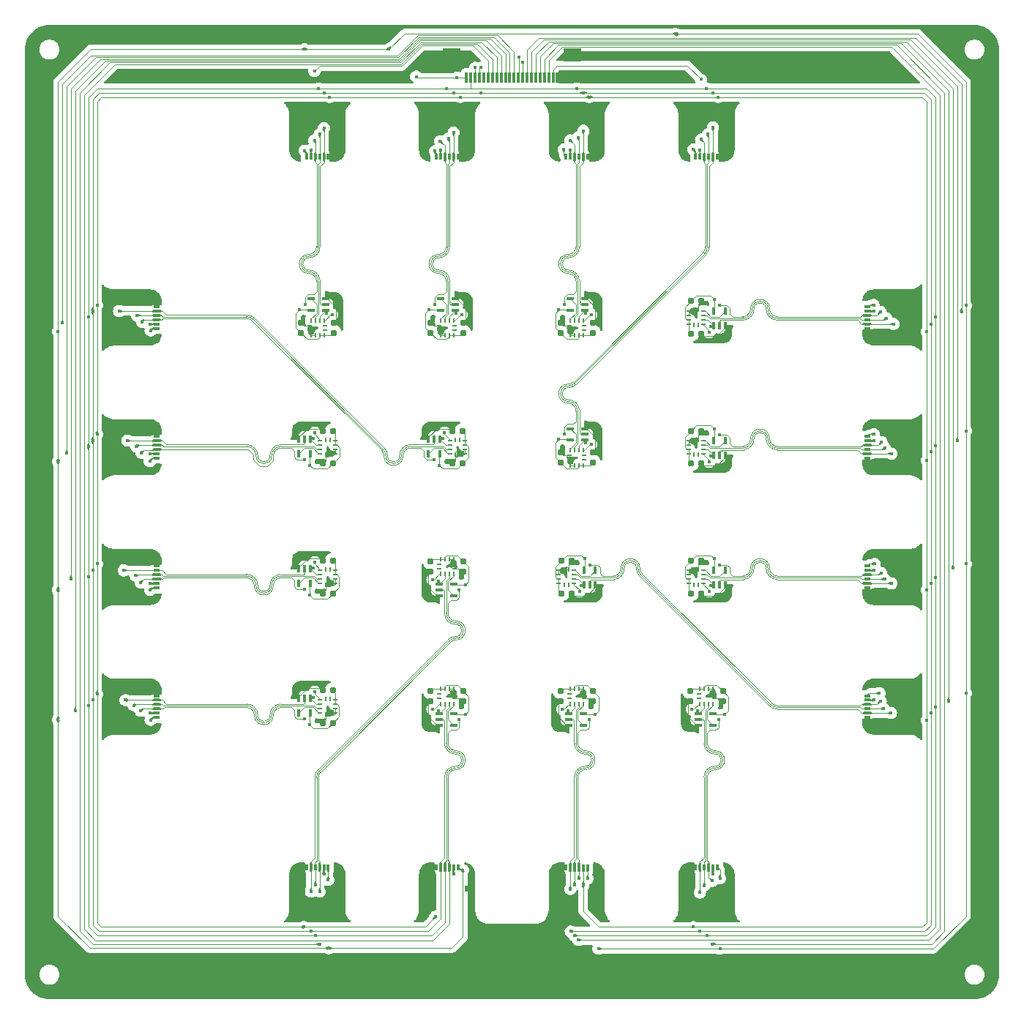
<source format=gbr>
%TF.GenerationSoftware,KiCad,Pcbnew,8.0.4-rc2-202407082205~7740c66479~ubuntu22.04.1*%
%TF.CreationDate,2024-07-18T15:30:21+01:00*%
%TF.ProjectId,LIS2DH_array,4c495332-4448-45f6-9172-7261792e6b69,rev?*%
%TF.SameCoordinates,Original*%
%TF.FileFunction,Copper,L1,Top*%
%TF.FilePolarity,Positive*%
%FSLAX46Y46*%
G04 Gerber Fmt 4.6, Leading zero omitted, Abs format (unit mm)*
G04 Created by KiCad (PCBNEW 8.0.4-rc2-202407082205~7740c66479~ubuntu22.04.1) date 2024-07-18 15:30:21*
%MOMM*%
%LPD*%
G01*
G04 APERTURE LIST*
G04 Aperture macros list*
%AMRoundRect*
0 Rectangle with rounded corners*
0 $1 Rounding radius*
0 $2 $3 $4 $5 $6 $7 $8 $9 X,Y pos of 4 corners*
0 Add a 4 corners polygon primitive as box body*
4,1,4,$2,$3,$4,$5,$6,$7,$8,$9,$2,$3,0*
0 Add four circle primitives for the rounded corners*
1,1,$1+$1,$2,$3*
1,1,$1+$1,$4,$5*
1,1,$1+$1,$6,$7*
1,1,$1+$1,$8,$9*
0 Add four rect primitives between the rounded corners*
20,1,$1+$1,$2,$3,$4,$5,0*
20,1,$1+$1,$4,$5,$6,$7,0*
20,1,$1+$1,$6,$7,$8,$9,0*
20,1,$1+$1,$8,$9,$2,$3,0*%
G04 Aperture macros list end*
%TA.AperFunction,SMDPad,CuDef*%
%ADD10R,0.280000X0.500000*%
%TD*%
%TA.AperFunction,SMDPad,CuDef*%
%ADD11R,0.500000X0.280000*%
%TD*%
%TA.AperFunction,SMDPad,CuDef*%
%ADD12R,0.840000X0.320000*%
%TD*%
%TA.AperFunction,SMDPad,CuDef*%
%ADD13R,0.320000X0.840000*%
%TD*%
%TA.AperFunction,SMDPad,CuDef*%
%ADD14R,0.800000X0.300000*%
%TD*%
%TA.AperFunction,SMDPad,CuDef*%
%ADD15R,0.800000X0.400000*%
%TD*%
%TA.AperFunction,SMDPad,CuDef*%
%ADD16RoundRect,0.155000X-0.212500X-0.155000X0.212500X-0.155000X0.212500X0.155000X-0.212500X0.155000X0*%
%TD*%
%TA.AperFunction,SMDPad,CuDef*%
%ADD17RoundRect,0.155000X-0.155000X0.212500X-0.155000X-0.212500X0.155000X-0.212500X0.155000X0.212500X0*%
%TD*%
%TA.AperFunction,SMDPad,CuDef*%
%ADD18R,0.300000X0.800000*%
%TD*%
%TA.AperFunction,SMDPad,CuDef*%
%ADD19R,0.400000X0.800000*%
%TD*%
%TA.AperFunction,SMDPad,CuDef*%
%ADD20RoundRect,0.155000X0.212500X0.155000X-0.212500X0.155000X-0.212500X-0.155000X0.212500X-0.155000X0*%
%TD*%
%TA.AperFunction,SMDPad,CuDef*%
%ADD21RoundRect,0.155000X0.155000X-0.212500X0.155000X0.212500X-0.155000X0.212500X-0.155000X-0.212500X0*%
%TD*%
%TA.AperFunction,SMDPad,CuDef*%
%ADD22R,0.300000X1.300000*%
%TD*%
%TA.AperFunction,SMDPad,CuDef*%
%ADD23R,2.000000X1.600000*%
%TD*%
%TA.AperFunction,ViaPad*%
%ADD24C,0.400000*%
%TD*%
%TA.AperFunction,ViaPad*%
%ADD25C,0.600000*%
%TD*%
%TA.AperFunction,Conductor*%
%ADD26C,0.100000*%
%TD*%
G04 APERTURE END LIST*
D10*
%TO.P,U7,1,SCL/SPC*%
%TO.N,Sclk*%
X130750000Y-95320000D03*
%TO.P,U7,2,CS*%
%TO.N,nCS_7*%
X130250000Y-95320000D03*
%TO.P,U7,3,SDO/SA0*%
%TO.N,SDO*%
X129750000Y-95320000D03*
%TO.P,U7,4,SDA/SDI/SDO*%
%TO.N,Net-(U23-Y)*%
X129250000Y-95320000D03*
D11*
%TO.P,U7,5,RES*%
%TO.N,GND*%
X129120000Y-95950000D03*
%TO.P,U7,6,GND*%
X129120000Y-96450000D03*
D10*
%TO.P,U7,7,GND*%
X129250000Y-97080000D03*
%TO.P,U7,8,GND*%
X129750000Y-97080000D03*
%TO.P,U7,9,VDD*%
%TO.N,VDD*%
X130250000Y-97080000D03*
%TO.P,U7,10,VDD_IO*%
X130750000Y-97080000D03*
D11*
%TO.P,U7,11,INT2*%
%TO.N,/LIS2DH_unit7/INT2*%
X130880000Y-96450000D03*
%TO.P,U7,12,INT1*%
%TO.N,/LIS2DH_unit7/INT1*%
X130880000Y-95950000D03*
%TD*%
D10*
%TO.P,U14,1,SCL/SPC*%
%TO.N,Sclk*%
X114250000Y-124680000D03*
%TO.P,U14,2,CS*%
%TO.N,nCS_14*%
X114750000Y-124680000D03*
%TO.P,U14,3,SDO/SA0*%
%TO.N,SDO*%
X115250000Y-124680000D03*
%TO.P,U14,4,SDA/SDI/SDO*%
%TO.N,Net-(U14-SDA{slash}SDI{slash}SDO)*%
X115750000Y-124680000D03*
D11*
%TO.P,U14,5,RES*%
%TO.N,GND*%
X115880000Y-124050000D03*
%TO.P,U14,6,GND*%
X115880000Y-123550000D03*
D10*
%TO.P,U14,7,GND*%
X115750000Y-122920000D03*
%TO.P,U14,8,GND*%
X115250000Y-122920000D03*
%TO.P,U14,9,VDD*%
%TO.N,VDD*%
X114750000Y-122920000D03*
%TO.P,U14,10,VDD_IO*%
X114250000Y-122920000D03*
D11*
%TO.P,U14,11,INT2*%
%TO.N,/LIS2DH_unit14/INT2*%
X114120000Y-123550000D03*
%TO.P,U14,12,INT1*%
%TO.N,/LIS2DH_unit14/INT1*%
X114120000Y-124050000D03*
%TD*%
%TO.P,U13,1,SCL/SPC*%
%TO.N,Sclk*%
X100320000Y-124250000D03*
%TO.P,U13,2,CS*%
%TO.N,nCS_13*%
X100320000Y-124750000D03*
%TO.P,U13,3,SDO/SA0*%
%TO.N,SDO*%
X100320000Y-125250000D03*
%TO.P,U13,4,SDA/SDI/SDO*%
%TO.N,Net-(U13-SDA{slash}SDI{slash}SDO)*%
X100320000Y-125750000D03*
D10*
%TO.P,U13,5,RES*%
%TO.N,GND*%
X100950000Y-125880000D03*
%TO.P,U13,6,GND*%
X101450000Y-125880000D03*
D11*
%TO.P,U13,7,GND*%
X102080000Y-125750000D03*
%TO.P,U13,8,GND*%
X102080000Y-125250000D03*
%TO.P,U13,9,VDD*%
%TO.N,VDD*%
X102080000Y-124750000D03*
%TO.P,U13,10,VDD_IO*%
X102080000Y-124250000D03*
D10*
%TO.P,U13,11,INT2*%
%TO.N,/LIS2DH_unit13/INT2*%
X101450000Y-124120000D03*
%TO.P,U13,12,INT1*%
%TO.N,/LIS2DH_unit13/INT1*%
X100950000Y-124120000D03*
%TD*%
D11*
%TO.P,U8,1,SCL/SPC*%
%TO.N,Sclk*%
X144680000Y-95750000D03*
%TO.P,U8,2,CS*%
%TO.N,nCS_8*%
X144680000Y-95250000D03*
%TO.P,U8,3,SDO/SA0*%
%TO.N,SDO*%
X144680000Y-94750000D03*
%TO.P,U8,4,SDA/SDI/SDO*%
%TO.N,Net-(U24-Y)*%
X144680000Y-94250000D03*
D10*
%TO.P,U8,5,RES*%
%TO.N,GND*%
X144050000Y-94120000D03*
%TO.P,U8,6,GND*%
X143550000Y-94120000D03*
D11*
%TO.P,U8,7,GND*%
X142920000Y-94250000D03*
%TO.P,U8,8,GND*%
X142920000Y-94750000D03*
%TO.P,U8,9,VDD*%
%TO.N,VDD*%
X142920000Y-95250000D03*
%TO.P,U8,10,VDD_IO*%
X142920000Y-95750000D03*
D10*
%TO.P,U8,11,INT2*%
%TO.N,/LIS2DH_unit8/INT2*%
X143550000Y-95880000D03*
%TO.P,U8,12,INT1*%
%TO.N,/LIS2DH_unit8/INT1*%
X144050000Y-95880000D03*
%TD*%
%TO.P,U16,1,SCL/SPC*%
%TO.N,Sclk*%
X144250000Y-124680000D03*
%TO.P,U16,2,CS*%
%TO.N,nCS_16*%
X144750000Y-124680000D03*
%TO.P,U16,3,SDO/SA0*%
%TO.N,SDO*%
X145250000Y-124680000D03*
%TO.P,U16,4,SDA/SDI/SDO*%
%TO.N,Net-(U16-SDA{slash}SDI{slash}SDO)*%
X145750000Y-124680000D03*
D11*
%TO.P,U16,5,RES*%
%TO.N,GND*%
X145880000Y-124050000D03*
%TO.P,U16,6,GND*%
X145880000Y-123550000D03*
D10*
%TO.P,U16,7,GND*%
X145750000Y-122920000D03*
%TO.P,U16,8,GND*%
X145250000Y-122920000D03*
%TO.P,U16,9,VDD*%
%TO.N,VDD*%
X144750000Y-122920000D03*
%TO.P,U16,10,VDD_IO*%
X144250000Y-122920000D03*
D11*
%TO.P,U16,11,INT2*%
%TO.N,/LIS2DH_unit16/INT2*%
X144120000Y-123550000D03*
%TO.P,U16,12,INT1*%
%TO.N,/LIS2DH_unit16/INT1*%
X144120000Y-124050000D03*
%TD*%
%TO.P,U11,1,SCL/SPC*%
%TO.N,Sclk*%
X129680000Y-110750000D03*
%TO.P,U11,2,CS*%
%TO.N,nCS_11*%
X129680000Y-110250000D03*
%TO.P,U11,3,SDO/SA0*%
%TO.N,SDO*%
X129680000Y-109750000D03*
%TO.P,U11,4,SDA/SDI/SDO*%
%TO.N,Net-(U11-SDA{slash}SDI{slash}SDO)*%
X129680000Y-109250000D03*
D10*
%TO.P,U11,5,RES*%
%TO.N,GND*%
X129050000Y-109120000D03*
%TO.P,U11,6,GND*%
X128550000Y-109120000D03*
D11*
%TO.P,U11,7,GND*%
X127920000Y-109250000D03*
%TO.P,U11,8,GND*%
X127920000Y-109750000D03*
%TO.P,U11,9,VDD*%
%TO.N,VDD*%
X127920000Y-110250000D03*
%TO.P,U11,10,VDD_IO*%
X127920000Y-110750000D03*
D10*
%TO.P,U11,11,INT2*%
%TO.N,/LIS2DH_unit11/INT2*%
X128550000Y-110880000D03*
%TO.P,U11,12,INT1*%
%TO.N,/LIS2DH_unit11/INT1*%
X129050000Y-110880000D03*
%TD*%
%TO.P,U3,1,SCL/SPC*%
%TO.N,Sclk*%
X130750000Y-80320000D03*
%TO.P,U3,2,CS*%
%TO.N,nCS_3*%
X130250000Y-80320000D03*
%TO.P,U3,3,SDO/SA0*%
%TO.N,SDO*%
X129750000Y-80320000D03*
%TO.P,U3,4,SDA/SDI/SDO*%
%TO.N,Net-(U19-Y)*%
X129250000Y-80320000D03*
D11*
%TO.P,U3,5,RES*%
%TO.N,GND*%
X129120000Y-80950000D03*
%TO.P,U3,6,GND*%
X129120000Y-81450000D03*
D10*
%TO.P,U3,7,GND*%
X129250000Y-82080000D03*
%TO.P,U3,8,GND*%
X129750000Y-82080000D03*
%TO.P,U3,9,VDD*%
%TO.N,VDD*%
X130250000Y-82080000D03*
%TO.P,U3,10,VDD_IO*%
X130750000Y-82080000D03*
D11*
%TO.P,U3,11,INT2*%
%TO.N,/LIS2DH_unit3/INT2*%
X130880000Y-81450000D03*
%TO.P,U3,12,INT1*%
%TO.N,/LIS2DH_unit3/INT1*%
X130880000Y-80950000D03*
%TD*%
%TO.P,U5,1,SCL/SPC*%
%TO.N,Sclk*%
X100320000Y-94250000D03*
%TO.P,U5,2,CS*%
%TO.N,nCS_5*%
X100320000Y-94750000D03*
%TO.P,U5,3,SDO/SA0*%
%TO.N,SDO*%
X100320000Y-95250000D03*
%TO.P,U5,4,SDA/SDI/SDO*%
%TO.N,Net-(U21-Y)*%
X100320000Y-95750000D03*
D10*
%TO.P,U5,5,RES*%
%TO.N,GND*%
X100950000Y-95880000D03*
%TO.P,U5,6,GND*%
X101450000Y-95880000D03*
D11*
%TO.P,U5,7,GND*%
X102080000Y-95750000D03*
%TO.P,U5,8,GND*%
X102080000Y-95250000D03*
%TO.P,U5,9,VDD*%
%TO.N,VDD*%
X102080000Y-94750000D03*
%TO.P,U5,10,VDD_IO*%
X102080000Y-94250000D03*
D10*
%TO.P,U5,11,INT2*%
%TO.N,/LIS2DH_unit5/INT2*%
X101450000Y-94120000D03*
%TO.P,U5,12,INT1*%
%TO.N,/LIS2DH_unit5/INT1*%
X100950000Y-94120000D03*
%TD*%
D11*
%TO.P,U6,1,SCL/SPC*%
%TO.N,Sclk*%
X115320000Y-94250000D03*
%TO.P,U6,2,CS*%
%TO.N,nCS_6*%
X115320000Y-94750000D03*
%TO.P,U6,3,SDO/SA0*%
%TO.N,SDO*%
X115320000Y-95250000D03*
%TO.P,U6,4,SDA/SDI/SDO*%
%TO.N,Net-(U22-Y)*%
X115320000Y-95750000D03*
D10*
%TO.P,U6,5,RES*%
%TO.N,GND*%
X115950000Y-95880000D03*
%TO.P,U6,6,GND*%
X116450000Y-95880000D03*
D11*
%TO.P,U6,7,GND*%
X117080000Y-95750000D03*
%TO.P,U6,8,GND*%
X117080000Y-95250000D03*
%TO.P,U6,9,VDD*%
%TO.N,VDD*%
X117080000Y-94750000D03*
%TO.P,U6,10,VDD_IO*%
X117080000Y-94250000D03*
D10*
%TO.P,U6,11,INT2*%
%TO.N,/LIS2DH_unit6/INT2*%
X116450000Y-94120000D03*
%TO.P,U6,12,INT1*%
%TO.N,/LIS2DH_unit6/INT1*%
X115950000Y-94120000D03*
%TD*%
%TO.P,U15,1,SCL/SPC*%
%TO.N,Sclk*%
X129250000Y-124680000D03*
%TO.P,U15,2,CS*%
%TO.N,nCS_15*%
X129750000Y-124680000D03*
%TO.P,U15,3,SDO/SA0*%
%TO.N,SDO*%
X130250000Y-124680000D03*
%TO.P,U15,4,SDA/SDI/SDO*%
%TO.N,Net-(U15-SDA{slash}SDI{slash}SDO)*%
X130750000Y-124680000D03*
D11*
%TO.P,U15,5,RES*%
%TO.N,GND*%
X130880000Y-124050000D03*
%TO.P,U15,6,GND*%
X130880000Y-123550000D03*
D10*
%TO.P,U15,7,GND*%
X130750000Y-122920000D03*
%TO.P,U15,8,GND*%
X130250000Y-122920000D03*
%TO.P,U15,9,VDD*%
%TO.N,VDD*%
X129750000Y-122920000D03*
%TO.P,U15,10,VDD_IO*%
X129250000Y-122920000D03*
D11*
%TO.P,U15,11,INT2*%
%TO.N,/LIS2DH_unit15/INT2*%
X129120000Y-123550000D03*
%TO.P,U15,12,INT1*%
%TO.N,/LIS2DH_unit15/INT1*%
X129120000Y-124050000D03*
%TD*%
%TO.P,U4,1,SCL/SPC*%
%TO.N,Sclk*%
X144680000Y-80750000D03*
%TO.P,U4,2,CS*%
%TO.N,nCS_4*%
X144680000Y-80250000D03*
%TO.P,U4,3,SDO/SA0*%
%TO.N,SDO*%
X144680000Y-79750000D03*
%TO.P,U4,4,SDA/SDI/SDO*%
%TO.N,Net-(U20-Y)*%
X144680000Y-79250000D03*
D10*
%TO.P,U4,5,RES*%
%TO.N,GND*%
X144050000Y-79120000D03*
%TO.P,U4,6,GND*%
X143550000Y-79120000D03*
D11*
%TO.P,U4,7,GND*%
X142920000Y-79250000D03*
%TO.P,U4,8,GND*%
X142920000Y-79750000D03*
%TO.P,U4,9,VDD*%
%TO.N,VDD*%
X142920000Y-80250000D03*
%TO.P,U4,10,VDD_IO*%
X142920000Y-80750000D03*
D10*
%TO.P,U4,11,INT2*%
%TO.N,/LIS2DH_unit4/INT2*%
X143550000Y-80880000D03*
%TO.P,U4,12,INT1*%
%TO.N,/LIS2DH_unit4/INT1*%
X144050000Y-80880000D03*
%TD*%
%TO.P,U2,1,SCL/SPC*%
%TO.N,Sclk*%
X115750000Y-80320000D03*
%TO.P,U2,2,CS*%
%TO.N,nCS_2*%
X115250000Y-80320000D03*
%TO.P,U2,3,SDO/SA0*%
%TO.N,SDO*%
X114750000Y-80320000D03*
%TO.P,U2,4,SDA/SDI/SDO*%
%TO.N,Net-(U18-Y)*%
X114250000Y-80320000D03*
D11*
%TO.P,U2,5,RES*%
%TO.N,GND*%
X114120000Y-80950000D03*
%TO.P,U2,6,GND*%
X114120000Y-81450000D03*
D10*
%TO.P,U2,7,GND*%
X114250000Y-82080000D03*
%TO.P,U2,8,GND*%
X114750000Y-82080000D03*
%TO.P,U2,9,VDD*%
%TO.N,VDD*%
X115250000Y-82080000D03*
%TO.P,U2,10,VDD_IO*%
X115750000Y-82080000D03*
D11*
%TO.P,U2,11,INT2*%
%TO.N,/LIS2DH_unit2/INT2*%
X115880000Y-81450000D03*
%TO.P,U2,12,INT1*%
%TO.N,/LIS2DH_unit2/INT1*%
X115880000Y-80950000D03*
%TD*%
%TO.P,U12,1,SCL/SPC*%
%TO.N,Sclk*%
X144680000Y-110750000D03*
%TO.P,U12,2,CS*%
%TO.N,nCS_12*%
X144680000Y-110250000D03*
%TO.P,U12,3,SDO/SA0*%
%TO.N,SDO*%
X144680000Y-109750000D03*
%TO.P,U12,4,SDA/SDI/SDO*%
%TO.N,Net-(U12-SDA{slash}SDI{slash}SDO)*%
X144680000Y-109250000D03*
D10*
%TO.P,U12,5,RES*%
%TO.N,GND*%
X144050000Y-109120000D03*
%TO.P,U12,6,GND*%
X143550000Y-109120000D03*
D11*
%TO.P,U12,7,GND*%
X142920000Y-109250000D03*
%TO.P,U12,8,GND*%
X142920000Y-109750000D03*
%TO.P,U12,9,VDD*%
%TO.N,VDD*%
X142920000Y-110250000D03*
%TO.P,U12,10,VDD_IO*%
X142920000Y-110750000D03*
D10*
%TO.P,U12,11,INT2*%
%TO.N,/LIS2DH_unit12/INT2*%
X143550000Y-110880000D03*
%TO.P,U12,12,INT1*%
%TO.N,/LIS2DH_unit12/INT1*%
X144050000Y-110880000D03*
%TD*%
%TO.P,U10,1,SCL/SPC*%
%TO.N,Sclk*%
X114250000Y-109680000D03*
%TO.P,U10,2,CS*%
%TO.N,nCS_10*%
X114750000Y-109680000D03*
%TO.P,U10,3,SDO/SA0*%
%TO.N,SDO*%
X115250000Y-109680000D03*
%TO.P,U10,4,SDA/SDI/SDO*%
%TO.N,Net-(U10-SDA{slash}SDI{slash}SDO)*%
X115750000Y-109680000D03*
D11*
%TO.P,U10,5,RES*%
%TO.N,GND*%
X115880000Y-109050000D03*
%TO.P,U10,6,GND*%
X115880000Y-108550000D03*
D10*
%TO.P,U10,7,GND*%
X115750000Y-107920000D03*
%TO.P,U10,8,GND*%
X115250000Y-107920000D03*
%TO.P,U10,9,VDD*%
%TO.N,VDD*%
X114750000Y-107920000D03*
%TO.P,U10,10,VDD_IO*%
X114250000Y-107920000D03*
D11*
%TO.P,U10,11,INT2*%
%TO.N,/LIS2DH_unit10/INT2*%
X114120000Y-108550000D03*
%TO.P,U10,12,INT1*%
%TO.N,/LIS2DH_unit10/INT1*%
X114120000Y-109050000D03*
%TD*%
%TO.P,U9,1,SCL/SPC*%
%TO.N,Sclk*%
X100320000Y-109250000D03*
%TO.P,U9,2,CS*%
%TO.N,nCS_9*%
X100320000Y-109750000D03*
%TO.P,U9,3,SDO/SA0*%
%TO.N,SDO*%
X100320000Y-110250000D03*
%TO.P,U9,4,SDA/SDI/SDO*%
%TO.N,Net-(U25-Y)*%
X100320000Y-110750000D03*
D10*
%TO.P,U9,5,RES*%
%TO.N,GND*%
X100950000Y-110880000D03*
%TO.P,U9,6,GND*%
X101450000Y-110880000D03*
D11*
%TO.P,U9,7,GND*%
X102080000Y-110750000D03*
%TO.P,U9,8,GND*%
X102080000Y-110250000D03*
%TO.P,U9,9,VDD*%
%TO.N,VDD*%
X102080000Y-109750000D03*
%TO.P,U9,10,VDD_IO*%
X102080000Y-109250000D03*
D10*
%TO.P,U9,11,INT2*%
%TO.N,/LIS2DH_unit9/INT2*%
X101450000Y-109120000D03*
%TO.P,U9,12,INT1*%
%TO.N,/LIS2DH_unit9/INT1*%
X100950000Y-109120000D03*
%TD*%
%TO.P,U1,1,SCL/SPC*%
%TO.N,Sclk*%
X100750000Y-80320000D03*
%TO.P,U1,2,CS*%
%TO.N,nCS_1*%
X100250000Y-80320000D03*
%TO.P,U1,3,SDO/SA0*%
%TO.N,SDO*%
X99750000Y-80320000D03*
%TO.P,U1,4,SDA/SDI/SDO*%
%TO.N,Net-(U1-SDA{slash}SDI{slash}SDO)*%
X99250000Y-80320000D03*
D11*
%TO.P,U1,5,RES*%
%TO.N,GND*%
X99120000Y-80950000D03*
%TO.P,U1,6,GND*%
X99120000Y-81450000D03*
D10*
%TO.P,U1,7,GND*%
X99250000Y-82080000D03*
%TO.P,U1,8,GND*%
X99750000Y-82080000D03*
%TO.P,U1,9,VDD*%
%TO.N,VDD*%
X100250000Y-82080000D03*
%TO.P,U1,10,VDD_IO*%
X100750000Y-82080000D03*
D11*
%TO.P,U1,11,INT2*%
%TO.N,/LIS2DH_unit1/INT2*%
X100880000Y-81450000D03*
%TO.P,U1,12,INT1*%
%TO.N,/LIS2DH_unit1/INT1*%
X100880000Y-80950000D03*
%TD*%
D12*
%TO.P,U26,1,A*%
%TO.N,nCS_10*%
X114080000Y-110850000D03*
%TO.P,U26,2,B*%
%TO.N,SDI*%
X114080000Y-111500000D03*
%TO.P,U26,3,GND*%
%TO.N,GND*%
X114080000Y-112150000D03*
%TO.P,U26,4,Y*%
%TO.N,Net-(U10-SDA{slash}SDI{slash}SDO)*%
X115760000Y-112150000D03*
%TO.P,U26,5,VCC*%
%TO.N,VDD*%
X115760000Y-110850000D03*
%TD*%
%TO.P,U23,1,A*%
%TO.N,nCS_7*%
X130920000Y-94150000D03*
%TO.P,U23,2,B*%
%TO.N,SDI*%
X130920000Y-93500000D03*
%TO.P,U23,3,GND*%
%TO.N,GND*%
X130920000Y-92850000D03*
%TO.P,U23,4,Y*%
%TO.N,Net-(U23-Y)*%
X129240000Y-92850000D03*
%TO.P,U23,5,VCC*%
%TO.N,VDD*%
X129240000Y-94150000D03*
%TD*%
%TO.P,U19,1,A*%
%TO.N,nCS_3*%
X130920000Y-79150000D03*
%TO.P,U19,2,B*%
%TO.N,SDI*%
X130920000Y-78500000D03*
%TO.P,U19,3,GND*%
%TO.N,GND*%
X130920000Y-77850000D03*
%TO.P,U19,4,Y*%
%TO.N,Net-(U19-Y)*%
X129240000Y-77850000D03*
%TO.P,U19,5,VCC*%
%TO.N,VDD*%
X129240000Y-79150000D03*
%TD*%
D13*
%TO.P,U22,1,A*%
%TO.N,nCS_6*%
X114150000Y-94080000D03*
%TO.P,U22,2,B*%
%TO.N,SDI*%
X113500000Y-94080000D03*
%TO.P,U22,3,GND*%
%TO.N,GND*%
X112850000Y-94080000D03*
%TO.P,U22,4,Y*%
%TO.N,Net-(U22-Y)*%
X112850000Y-95760000D03*
%TO.P,U22,5,VCC*%
%TO.N,VDD*%
X114150000Y-95760000D03*
%TD*%
%TO.P,U27,1,A*%
%TO.N,nCS_11*%
X130850000Y-110920000D03*
%TO.P,U27,2,B*%
%TO.N,SDI*%
X131500000Y-110920000D03*
%TO.P,U27,3,GND*%
%TO.N,GND*%
X132150000Y-110920000D03*
%TO.P,U27,4,Y*%
%TO.N,Net-(U11-SDA{slash}SDI{slash}SDO)*%
X132150000Y-109240000D03*
%TO.P,U27,5,VCC*%
%TO.N,VDD*%
X130850000Y-109240000D03*
%TD*%
%TO.P,U24,1,A*%
%TO.N,nCS_8*%
X145850000Y-95920000D03*
%TO.P,U24,2,B*%
%TO.N,SDI*%
X146500000Y-95920000D03*
%TO.P,U24,3,GND*%
%TO.N,GND*%
X147150000Y-95920000D03*
%TO.P,U24,4,Y*%
%TO.N,Net-(U24-Y)*%
X147150000Y-94240000D03*
%TO.P,U24,5,VCC*%
%TO.N,VDD*%
X145850000Y-94240000D03*
%TD*%
D12*
%TO.P,U30,1,A*%
%TO.N,nCS_14*%
X114080000Y-125850000D03*
%TO.P,U30,2,B*%
%TO.N,SDI*%
X114080000Y-126500000D03*
%TO.P,U30,3,GND*%
%TO.N,GND*%
X114080000Y-127150000D03*
%TO.P,U30,4,Y*%
%TO.N,Net-(U14-SDA{slash}SDI{slash}SDO)*%
X115760000Y-127150000D03*
%TO.P,U30,5,VCC*%
%TO.N,VDD*%
X115760000Y-125850000D03*
%TD*%
D13*
%TO.P,U21,1,A*%
%TO.N,nCS_5*%
X99150000Y-94080000D03*
%TO.P,U21,2,B*%
%TO.N,SDI*%
X98500000Y-94080000D03*
%TO.P,U21,3,GND*%
%TO.N,GND*%
X97850000Y-94080000D03*
%TO.P,U21,4,Y*%
%TO.N,Net-(U21-Y)*%
X97850000Y-95760000D03*
%TO.P,U21,5,VCC*%
%TO.N,VDD*%
X99150000Y-95760000D03*
%TD*%
D12*
%TO.P,U32,1,A*%
%TO.N,nCS_16*%
X144080000Y-125850000D03*
%TO.P,U32,2,B*%
%TO.N,SDI*%
X144080000Y-126500000D03*
%TO.P,U32,3,GND*%
%TO.N,GND*%
X144080000Y-127150000D03*
%TO.P,U32,4,Y*%
%TO.N,Net-(U16-SDA{slash}SDI{slash}SDO)*%
X145760000Y-127150000D03*
%TO.P,U32,5,VCC*%
%TO.N,VDD*%
X145760000Y-125850000D03*
%TD*%
%TO.P,U17,1,A*%
%TO.N,nCS_1*%
X100920000Y-79150000D03*
%TO.P,U17,2,B*%
%TO.N,SDI*%
X100920000Y-78500000D03*
%TO.P,U17,3,GND*%
%TO.N,GND*%
X100920000Y-77850000D03*
%TO.P,U17,4,Y*%
%TO.N,Net-(U1-SDA{slash}SDI{slash}SDO)*%
X99240000Y-77850000D03*
%TO.P,U17,5,VCC*%
%TO.N,VDD*%
X99240000Y-79150000D03*
%TD*%
%TO.P,U31,1,A*%
%TO.N,nCS_15*%
X129080000Y-125850000D03*
%TO.P,U31,2,B*%
%TO.N,SDI*%
X129080000Y-126500000D03*
%TO.P,U31,3,GND*%
%TO.N,GND*%
X129080000Y-127150000D03*
%TO.P,U31,4,Y*%
%TO.N,Net-(U15-SDA{slash}SDI{slash}SDO)*%
X130760000Y-127150000D03*
%TO.P,U31,5,VCC*%
%TO.N,VDD*%
X130760000Y-125850000D03*
%TD*%
%TO.P,U18,1,A*%
%TO.N,nCS_2*%
X115920000Y-79150000D03*
%TO.P,U18,2,B*%
%TO.N,SDI*%
X115920000Y-78500000D03*
%TO.P,U18,3,GND*%
%TO.N,GND*%
X115920000Y-77850000D03*
%TO.P,U18,4,Y*%
%TO.N,Net-(U18-Y)*%
X114240000Y-77850000D03*
%TO.P,U18,5,VCC*%
%TO.N,VDD*%
X114240000Y-79150000D03*
%TD*%
D13*
%TO.P,U28,1,A*%
%TO.N,nCS_12*%
X145850000Y-110920000D03*
%TO.P,U28,2,B*%
%TO.N,SDI*%
X146500000Y-110920000D03*
%TO.P,U28,3,GND*%
%TO.N,GND*%
X147150000Y-110920000D03*
%TO.P,U28,4,Y*%
%TO.N,Net-(U12-SDA{slash}SDI{slash}SDO)*%
X147150000Y-109240000D03*
%TO.P,U28,5,VCC*%
%TO.N,VDD*%
X145850000Y-109240000D03*
%TD*%
%TO.P,U20,1,A*%
%TO.N,nCS_4*%
X145850000Y-80920000D03*
%TO.P,U20,2,B*%
%TO.N,SDI*%
X146500000Y-80920000D03*
%TO.P,U20,3,GND*%
%TO.N,GND*%
X147150000Y-80920000D03*
%TO.P,U20,4,Y*%
%TO.N,Net-(U20-Y)*%
X147150000Y-79240000D03*
%TO.P,U20,5,VCC*%
%TO.N,VDD*%
X145850000Y-79240000D03*
%TD*%
%TO.P,U29,1,A*%
%TO.N,nCS_13*%
X99150000Y-124080000D03*
%TO.P,U29,2,B*%
%TO.N,SDI*%
X98500000Y-124080000D03*
%TO.P,U29,3,GND*%
%TO.N,GND*%
X97850000Y-124080000D03*
%TO.P,U29,4,Y*%
%TO.N,Net-(U13-SDA{slash}SDI{slash}SDO)*%
X97850000Y-125760000D03*
%TO.P,U29,5,VCC*%
%TO.N,VDD*%
X99150000Y-125760000D03*
%TD*%
%TO.P,U25,1,A*%
%TO.N,nCS_9*%
X99150000Y-109080000D03*
%TO.P,U25,2,B*%
%TO.N,SDI*%
X98500000Y-109080000D03*
%TO.P,U25,3,GND*%
%TO.N,GND*%
X97850000Y-109080000D03*
%TO.P,U25,4,Y*%
%TO.N,Net-(U25-Y)*%
X97850000Y-110760000D03*
%TO.P,U25,5,VCC*%
%TO.N,VDD*%
X99150000Y-110760000D03*
%TD*%
D14*
%TO.P,FPC12,1,1*%
%TO.N,GND*%
X163590000Y-111250000D03*
%TO.P,FPC12,2,2*%
%TO.N,SDI*%
X163590000Y-110750000D03*
%TO.P,FPC12,3,3*%
%TO.N,SDO*%
X163590000Y-110250000D03*
%TO.P,FPC12,4,4*%
%TO.N,nCS_12*%
X163590000Y-109750000D03*
%TO.P,FPC12,5,5*%
%TO.N,Sclk*%
X163590000Y-109250000D03*
%TO.P,FPC12,6,6*%
%TO.N,VDD*%
X163590000Y-108750000D03*
D15*
%TO.P,FPC12,7,7*%
%TO.N,GND*%
X166090000Y-107750000D03*
%TO.P,FPC12,8,8*%
X166090000Y-112250000D03*
%TD*%
D16*
%TO.P,C22,2*%
%TO.N,GND*%
X129367500Y-108100000D03*
%TO.P,C22,1*%
%TO.N,VDD*%
X128232500Y-108100000D03*
%TD*%
D17*
%TO.P,C29,2*%
%TO.N,GND*%
X128100000Y-124367500D03*
%TO.P,C29,1*%
%TO.N,VDD*%
X128100000Y-123232500D03*
%TD*%
%TO.P,C20,2*%
%TO.N,GND*%
X116900000Y-109367500D03*
%TO.P,C20,1*%
%TO.N,VDD*%
X116900000Y-108232500D03*
%TD*%
D14*
%TO.P,FPC5,1,1*%
%TO.N,GND*%
X81410000Y-93750000D03*
%TO.P,FPC5,2,2*%
%TO.N,SDI*%
X81410000Y-94250000D03*
%TO.P,FPC5,3,3*%
%TO.N,SDO*%
X81410000Y-94750000D03*
%TO.P,FPC5,4,4*%
%TO.N,nCS_5*%
X81410000Y-95250000D03*
%TO.P,FPC5,5,5*%
%TO.N,Sclk*%
X81410000Y-95750000D03*
%TO.P,FPC5,6,6*%
%TO.N,VDD*%
X81410000Y-96250000D03*
D15*
%TO.P,FPC5,7,7*%
%TO.N,GND*%
X78910000Y-97250000D03*
%TO.P,FPC5,8,8*%
X78910000Y-92750000D03*
%TD*%
D17*
%TO.P,C31,2*%
%TO.N,GND*%
X143100000Y-124367500D03*
%TO.P,C31,1*%
%TO.N,VDD*%
X143100000Y-123232500D03*
%TD*%
%TO.P,C27,2*%
%TO.N,GND*%
X113100000Y-124367500D03*
%TO.P,C27,1*%
%TO.N,VDD*%
X113100000Y-123232500D03*
%TD*%
D18*
%TO.P,FPC14,1,1*%
%TO.N,GND*%
X113750000Y-143590000D03*
%TO.P,FPC14,2,2*%
%TO.N,SDI*%
X114250000Y-143590000D03*
%TO.P,FPC14,3,3*%
%TO.N,SDO*%
X114750000Y-143590000D03*
%TO.P,FPC14,4,4*%
%TO.N,nCS_14*%
X115250000Y-143590000D03*
%TO.P,FPC14,5,5*%
%TO.N,Sclk*%
X115750000Y-143590000D03*
%TO.P,FPC14,6,6*%
%TO.N,VDD*%
X116250000Y-143590000D03*
D19*
%TO.P,FPC14,7,7*%
%TO.N,GND*%
X117250000Y-146090000D03*
%TO.P,FPC14,8,8*%
X112750000Y-146090000D03*
%TD*%
D18*
%TO.P,FPC16,1,1*%
%TO.N,GND*%
X143750000Y-143590000D03*
%TO.P,FPC16,2,2*%
%TO.N,SDI*%
X144250000Y-143590000D03*
%TO.P,FPC16,3,3*%
%TO.N,SDO*%
X144750000Y-143590000D03*
%TO.P,FPC16,4,4*%
%TO.N,nCS_16*%
X145250000Y-143590000D03*
%TO.P,FPC16,5,5*%
%TO.N,Sclk*%
X145750000Y-143590000D03*
%TO.P,FPC16,6,6*%
%TO.N,VDD*%
X146250000Y-143590000D03*
D19*
%TO.P,FPC16,7,7*%
%TO.N,GND*%
X147250000Y-146090000D03*
%TO.P,FPC16,8,8*%
X142750000Y-146090000D03*
%TD*%
D17*
%TO.P,C32,2*%
%TO.N,GND*%
X146900000Y-124367500D03*
%TO.P,C32,1*%
%TO.N,VDD*%
X146900000Y-123232500D03*
%TD*%
D14*
%TO.P,FPC13,1,1*%
%TO.N,GND*%
X81410000Y-123750000D03*
%TO.P,FPC13,2,2*%
%TO.N,SDI*%
X81410000Y-124250000D03*
%TO.P,FPC13,3,3*%
%TO.N,SDO*%
X81410000Y-124750000D03*
%TO.P,FPC13,4,4*%
%TO.N,nCS_13*%
X81410000Y-125250000D03*
%TO.P,FPC13,5,5*%
%TO.N,Sclk*%
X81410000Y-125750000D03*
%TO.P,FPC13,6,6*%
%TO.N,VDD*%
X81410000Y-126250000D03*
D15*
%TO.P,FPC13,7,7*%
%TO.N,GND*%
X78910000Y-127250000D03*
%TO.P,FPC13,8,8*%
X78910000Y-122750000D03*
%TD*%
D14*
%TO.P,FPC8,1,1*%
%TO.N,GND*%
X163590000Y-96250000D03*
%TO.P,FPC8,2,2*%
%TO.N,SDI*%
X163590000Y-95750000D03*
%TO.P,FPC8,3,3*%
%TO.N,SDO*%
X163590000Y-95250000D03*
%TO.P,FPC8,4,4*%
%TO.N,nCS_8*%
X163590000Y-94750000D03*
%TO.P,FPC8,5,5*%
%TO.N,Sclk*%
X163590000Y-94250000D03*
%TO.P,FPC8,6,6*%
%TO.N,VDD*%
X163590000Y-93750000D03*
D15*
%TO.P,FPC8,7,7*%
%TO.N,GND*%
X166090000Y-92750000D03*
%TO.P,FPC8,8,8*%
X166090000Y-97250000D03*
%TD*%
D20*
%TO.P,C12,2*%
%TO.N,GND*%
X115632500Y-96900000D03*
%TO.P,C12,1*%
%TO.N,VDD*%
X116767500Y-96900000D03*
%TD*%
D21*
%TO.P,C6,2*%
%TO.N,GND*%
X128100000Y-80632500D03*
%TO.P,C6,1*%
%TO.N,VDD*%
X128100000Y-81767500D03*
%TD*%
D16*
%TO.P,C7,2*%
%TO.N,GND*%
X144367500Y-81900000D03*
%TO.P,C7,1*%
%TO.N,VDD*%
X143232500Y-81900000D03*
%TD*%
%TO.P,C23,2*%
%TO.N,GND*%
X144367500Y-111900000D03*
%TO.P,C23,1*%
%TO.N,VDD*%
X143232500Y-111900000D03*
%TD*%
D18*
%TO.P,FPC3,1,1*%
%TO.N,GND*%
X131250000Y-61410000D03*
%TO.P,FPC3,2,2*%
%TO.N,SDI*%
X130750000Y-61410000D03*
%TO.P,FPC3,3,3*%
%TO.N,SDO*%
X130250000Y-61410000D03*
%TO.P,FPC3,4,4*%
%TO.N,nCS_3*%
X129750000Y-61410000D03*
%TO.P,FPC3,5,5*%
%TO.N,Sclk*%
X129250000Y-61410000D03*
%TO.P,FPC3,6,6*%
%TO.N,VDD*%
X128750000Y-61410000D03*
D19*
%TO.P,FPC3,7,7*%
%TO.N,GND*%
X127750000Y-58910000D03*
%TO.P,FPC3,8,8*%
X132250000Y-58910000D03*
%TD*%
D14*
%TO.P,FPC4,1,1*%
%TO.N,GND*%
X163590000Y-81250000D03*
%TO.P,FPC4,2,2*%
%TO.N,SDI*%
X163590000Y-80750000D03*
%TO.P,FPC4,3,3*%
%TO.N,SDO*%
X163590000Y-80250000D03*
%TO.P,FPC4,4,4*%
%TO.N,nCS_4*%
X163590000Y-79750000D03*
%TO.P,FPC4,5,5*%
%TO.N,Sclk*%
X163590000Y-79250000D03*
%TO.P,FPC4,6,6*%
%TO.N,VDD*%
X163590000Y-78750000D03*
D15*
%TO.P,FPC4,7,7*%
%TO.N,GND*%
X166090000Y-77750000D03*
%TO.P,FPC4,8,8*%
X166090000Y-82250000D03*
%TD*%
D21*
%TO.P,C14,2*%
%TO.N,GND*%
X128100000Y-95632500D03*
%TO.P,C14,1*%
%TO.N,VDD*%
X128100000Y-96767500D03*
%TD*%
D22*
%TO.P,FPC17,1,1*%
%TO.N,VDD*%
X117250000Y-52287500D03*
%TO.P,FPC17,2,2*%
%TO.N,SDO*%
X117750000Y-52287500D03*
%TO.P,FPC17,3,3*%
%TO.N,Sclk*%
X118250000Y-52287500D03*
%TO.P,FPC17,4,4*%
%TO.N,SDI*%
X118750000Y-52287500D03*
%TO.P,FPC17,5,5*%
%TO.N,unconnected-(FPC17-Pad5)*%
X119250000Y-52287500D03*
%TO.P,FPC17,6,6*%
%TO.N,nCS_1*%
X119750000Y-52287500D03*
%TO.P,FPC17,7,7*%
%TO.N,nCS_14*%
X120250000Y-52287500D03*
%TO.P,FPC17,8,8*%
%TO.N,nCS_10*%
X120750000Y-52287500D03*
%TO.P,FPC17,9,9*%
%TO.N,nCS_13*%
X121250000Y-52287500D03*
%TO.P,FPC17,10,10*%
%TO.N,nCS_9*%
X121750000Y-52287500D03*
%TO.P,FPC17,11,11*%
%TO.N,nCS_5*%
X122250000Y-52287500D03*
%TO.P,FPC17,12,12*%
%TO.N,nCS_6*%
X122750000Y-52287500D03*
%TO.P,FPC17,13,13*%
%TO.N,nCS_2*%
X123250000Y-52287500D03*
%TO.P,FPC17,14,14*%
%TO.N,nCS_3*%
X123750000Y-52287500D03*
%TO.P,FPC17,15,15*%
%TO.N,nCS_4*%
X124250000Y-52287500D03*
%TO.P,FPC17,16,16*%
%TO.N,nCS_8*%
X124750000Y-52287500D03*
%TO.P,FPC17,17,17*%
%TO.N,nCS_12*%
X125250000Y-52287500D03*
%TO.P,FPC17,18,18*%
%TO.N,nCS_11*%
X125750000Y-52287500D03*
%TO.P,FPC17,19,19*%
%TO.N,nCS_16*%
X126250000Y-52287500D03*
%TO.P,FPC17,20,20*%
%TO.N,nCS_15*%
X126750000Y-52287500D03*
%TO.P,FPC17,21,21*%
%TO.N,nCS_7*%
X127250000Y-52287500D03*
%TO.P,FPC17,22,22*%
%TO.N,GND*%
X127750000Y-52287500D03*
D23*
%TO.P,FPC17,23,23*%
X129450000Y-49607500D03*
%TO.P,FPC17,24,24*%
X115550000Y-49607500D03*
%TD*%
D17*
%TO.P,C19,2*%
%TO.N,GND*%
X113100000Y-109367500D03*
%TO.P,C19,1*%
%TO.N,VDD*%
X113100000Y-108232500D03*
%TD*%
D20*
%TO.P,C11,2*%
%TO.N,GND*%
X115632500Y-93100000D03*
%TO.P,C11,1*%
%TO.N,VDD*%
X116767500Y-93100000D03*
%TD*%
D17*
%TO.P,C28,2*%
%TO.N,GND*%
X116900000Y-124367500D03*
%TO.P,C28,1*%
%TO.N,VDD*%
X116900000Y-123232500D03*
%TD*%
D16*
%TO.P,C8,2*%
%TO.N,GND*%
X144367500Y-78100000D03*
%TO.P,C8,1*%
%TO.N,VDD*%
X143232500Y-78100000D03*
%TD*%
D21*
%TO.P,C13,2*%
%TO.N,GND*%
X131900000Y-95632500D03*
%TO.P,C13,1*%
%TO.N,VDD*%
X131900000Y-96767500D03*
%TD*%
%TO.P,C4,2*%
%TO.N,GND*%
X113100000Y-80632500D03*
%TO.P,C4,1*%
%TO.N,VDD*%
X113100000Y-81767500D03*
%TD*%
D18*
%TO.P,FPC1,1,1*%
%TO.N,GND*%
X101250000Y-61410000D03*
%TO.P,FPC1,2,2*%
%TO.N,SDI*%
X100750000Y-61410000D03*
%TO.P,FPC1,3,3*%
%TO.N,SDO*%
X100250000Y-61410000D03*
%TO.P,FPC1,4,4*%
%TO.N,nCS_1*%
X99750000Y-61410000D03*
%TO.P,FPC1,5,5*%
%TO.N,Sclk*%
X99250000Y-61410000D03*
%TO.P,FPC1,6,6*%
%TO.N,VDD*%
X98750000Y-61410000D03*
D19*
%TO.P,FPC1,7,7*%
%TO.N,GND*%
X97750000Y-58910000D03*
%TO.P,FPC1,8,8*%
X102250000Y-58910000D03*
%TD*%
D14*
%TO.P,FPC11,1,1*%
%TO.N,GND*%
X163590000Y-126250000D03*
%TO.P,FPC11,2,2*%
%TO.N,SDI*%
X163590000Y-125750000D03*
%TO.P,FPC11,3,3*%
%TO.N,SDO*%
X163590000Y-125250000D03*
%TO.P,FPC11,4,4*%
%TO.N,nCS_11*%
X163590000Y-124750000D03*
%TO.P,FPC11,5,5*%
%TO.N,Sclk*%
X163590000Y-124250000D03*
%TO.P,FPC11,6,6*%
%TO.N,VDD*%
X163590000Y-123750000D03*
D15*
%TO.P,FPC11,7,7*%
%TO.N,GND*%
X166090000Y-122750000D03*
%TO.P,FPC11,8,8*%
X166090000Y-127250000D03*
%TD*%
D21*
%TO.P,C1,2*%
%TO.N,GND*%
X101900000Y-80632500D03*
%TO.P,C1,1*%
%TO.N,VDD*%
X101900000Y-81767500D03*
%TD*%
%TO.P,C3,2*%
%TO.N,GND*%
X116900000Y-80632500D03*
%TO.P,C3,1*%
%TO.N,VDD*%
X116900000Y-81767500D03*
%TD*%
%TO.P,C5,2*%
%TO.N,GND*%
X131900000Y-80632500D03*
%TO.P,C5,1*%
%TO.N,VDD*%
X131900000Y-81767500D03*
%TD*%
D18*
%TO.P,FPC15,1,1*%
%TO.N,GND*%
X128750000Y-143590000D03*
%TO.P,FPC15,2,2*%
%TO.N,SDI*%
X129250000Y-143590000D03*
%TO.P,FPC15,3,3*%
%TO.N,SDO*%
X129750000Y-143590000D03*
%TO.P,FPC15,4,4*%
%TO.N,nCS_15*%
X130250000Y-143590000D03*
%TO.P,FPC15,5,5*%
%TO.N,Sclk*%
X130750000Y-143590000D03*
%TO.P,FPC15,6,6*%
%TO.N,VDD*%
X131250000Y-143590000D03*
D19*
%TO.P,FPC15,7,7*%
%TO.N,GND*%
X132250000Y-146090000D03*
%TO.P,FPC15,8,8*%
X127750000Y-146090000D03*
%TD*%
D20*
%TO.P,C26,2*%
%TO.N,GND*%
X100632500Y-126900000D03*
%TO.P,C26,1*%
%TO.N,VDD*%
X101767500Y-126900000D03*
%TD*%
%TO.P,C25,2*%
%TO.N,GND*%
X100632500Y-123100000D03*
%TO.P,C25,1*%
%TO.N,VDD*%
X101767500Y-123100000D03*
%TD*%
%TO.P,C18,2*%
%TO.N,GND*%
X100632500Y-111900000D03*
%TO.P,C18,1*%
%TO.N,VDD*%
X101767500Y-111900000D03*
%TD*%
D18*
%TO.P,FPC7,1,1*%
%TO.N,GND*%
X146250000Y-61410000D03*
%TO.P,FPC7,2,2*%
%TO.N,SDI*%
X145750000Y-61410000D03*
%TO.P,FPC7,3,3*%
%TO.N,SDO*%
X145250000Y-61410000D03*
%TO.P,FPC7,4,4*%
%TO.N,nCS_7*%
X144750000Y-61410000D03*
%TO.P,FPC7,5,5*%
%TO.N,Sclk*%
X144250000Y-61410000D03*
%TO.P,FPC7,6,6*%
%TO.N,VDD*%
X143750000Y-61410000D03*
D19*
%TO.P,FPC7,7,7*%
%TO.N,GND*%
X142750000Y-58910000D03*
%TO.P,FPC7,8,8*%
X147250000Y-58910000D03*
%TD*%
D18*
%TO.P,FPC10,1,1*%
%TO.N,GND*%
X98750000Y-143590000D03*
%TO.P,FPC10,2,2*%
%TO.N,SDI*%
X99250000Y-143590000D03*
%TO.P,FPC10,3,3*%
%TO.N,SDO*%
X99750000Y-143590000D03*
%TO.P,FPC10,4,4*%
%TO.N,nCS_10*%
X100250000Y-143590000D03*
%TO.P,FPC10,5,5*%
%TO.N,Sclk*%
X100750000Y-143590000D03*
%TO.P,FPC10,6,6*%
%TO.N,VDD*%
X101250000Y-143590000D03*
D19*
%TO.P,FPC10,7,7*%
%TO.N,GND*%
X102250000Y-146090000D03*
%TO.P,FPC10,8,8*%
X97750000Y-146090000D03*
%TD*%
D20*
%TO.P,C17,2*%
%TO.N,GND*%
X100632500Y-108100000D03*
%TO.P,C17,1*%
%TO.N,VDD*%
X101767500Y-108100000D03*
%TD*%
%TO.P,C9,2*%
%TO.N,GND*%
X100632500Y-93100000D03*
%TO.P,C9,1*%
%TO.N,VDD*%
X101767500Y-93100000D03*
%TD*%
D16*
%TO.P,C24,2*%
%TO.N,GND*%
X144367500Y-108100000D03*
%TO.P,C24,1*%
%TO.N,VDD*%
X143232500Y-108100000D03*
%TD*%
D14*
%TO.P,FPC6,1,1*%
%TO.N,GND*%
X81410000Y-78750000D03*
%TO.P,FPC6,2,2*%
%TO.N,SDI*%
X81410000Y-79250000D03*
%TO.P,FPC6,3,3*%
%TO.N,SDO*%
X81410000Y-79750000D03*
%TO.P,FPC6,4,4*%
%TO.N,nCS_6*%
X81410000Y-80250000D03*
%TO.P,FPC6,5,5*%
%TO.N,Sclk*%
X81410000Y-80750000D03*
%TO.P,FPC6,6,6*%
%TO.N,VDD*%
X81410000Y-81250000D03*
D15*
%TO.P,FPC6,7,7*%
%TO.N,GND*%
X78910000Y-82250000D03*
%TO.P,FPC6,8,8*%
X78910000Y-77750000D03*
%TD*%
D16*
%TO.P,C15,2*%
%TO.N,GND*%
X144367500Y-96900000D03*
%TO.P,C15,1*%
%TO.N,VDD*%
X143232500Y-96900000D03*
%TD*%
D20*
%TO.P,C10,2*%
%TO.N,GND*%
X100632500Y-96900000D03*
%TO.P,C10,1*%
%TO.N,VDD*%
X101767500Y-96900000D03*
%TD*%
D16*
%TO.P,C21,2*%
%TO.N,GND*%
X129367500Y-111900000D03*
%TO.P,C21,1*%
%TO.N,VDD*%
X128232500Y-111900000D03*
%TD*%
%TO.P,C16,2*%
%TO.N,GND*%
X144367500Y-93100000D03*
%TO.P,C16,1*%
%TO.N,VDD*%
X143232500Y-93100000D03*
%TD*%
D17*
%TO.P,C30,2*%
%TO.N,GND*%
X131900000Y-124367500D03*
%TO.P,C30,1*%
%TO.N,VDD*%
X131900000Y-123232500D03*
%TD*%
D18*
%TO.P,FPC2,1,1*%
%TO.N,GND*%
X116250000Y-61410000D03*
%TO.P,FPC2,2,2*%
%TO.N,SDI*%
X115750000Y-61410000D03*
%TO.P,FPC2,3,3*%
%TO.N,SDO*%
X115250000Y-61410000D03*
%TO.P,FPC2,4,4*%
%TO.N,nCS_2*%
X114750000Y-61410000D03*
%TO.P,FPC2,5,5*%
%TO.N,Sclk*%
X114250000Y-61410000D03*
%TO.P,FPC2,6,6*%
%TO.N,VDD*%
X113750000Y-61410000D03*
D19*
%TO.P,FPC2,7,7*%
%TO.N,GND*%
X112750000Y-58910000D03*
%TO.P,FPC2,8,8*%
X117250000Y-58910000D03*
%TD*%
D14*
%TO.P,FPC9,1,1*%
%TO.N,GND*%
X81410000Y-108750000D03*
%TO.P,FPC9,2,2*%
%TO.N,SDI*%
X81410000Y-109250000D03*
%TO.P,FPC9,3,3*%
%TO.N,SDO*%
X81410000Y-109750000D03*
%TO.P,FPC9,4,4*%
%TO.N,nCS_9*%
X81410000Y-110250000D03*
%TO.P,FPC9,5,5*%
%TO.N,Sclk*%
X81410000Y-110750000D03*
%TO.P,FPC9,6,6*%
%TO.N,VDD*%
X81410000Y-111250000D03*
D15*
%TO.P,FPC9,7,7*%
%TO.N,GND*%
X78910000Y-112250000D03*
%TO.P,FPC9,8,8*%
X78910000Y-107750000D03*
%TD*%
D21*
%TO.P,C2,2*%
%TO.N,GND*%
X98100000Y-80632500D03*
%TO.P,C2,1*%
%TO.N,VDD*%
X98100000Y-81767500D03*
%TD*%
D24*
%TO.N,GND*%
X101300000Y-110300000D03*
X98000000Y-108000000D03*
%TO.N,nCS_9*%
X99500000Y-109000000D03*
X98500000Y-111400000D03*
%TO.N,Sclk*%
X99700000Y-108300000D03*
%TO.N,VDD*%
X99100000Y-112100000D03*
%TO.N,GND*%
X143700000Y-94700000D03*
X147000000Y-97000000D03*
%TO.N,nCS_8*%
X145500000Y-96000000D03*
X146500000Y-93600000D03*
%TO.N,Sclk*%
X145300000Y-96700000D03*
%TO.N,VDD*%
X145900000Y-92900000D03*
%TO.N,GND*%
X129700000Y-96300000D03*
X132000000Y-93000000D03*
%TO.N,nCS_7*%
X131000000Y-94500000D03*
X128600000Y-93500000D03*
%TO.N,Sclk*%
X131700000Y-94700000D03*
%TO.N,VDD*%
X127900000Y-94100000D03*
%TO.N,GND*%
X116300000Y-95300000D03*
X113000000Y-93000000D03*
%TO.N,nCS_6*%
X114500000Y-94000000D03*
X113500000Y-96400000D03*
%TO.N,Sclk*%
X114700000Y-93300000D03*
%TO.N,VDD*%
X114100000Y-97100000D03*
%TO.N,GND*%
X143700000Y-79700000D03*
X147000000Y-82000000D03*
%TO.N,nCS_4*%
X145500000Y-81000000D03*
X146500000Y-78600000D03*
%TO.N,Sclk*%
X145300000Y-81700000D03*
%TO.N,VDD*%
X145900000Y-77900000D03*
%TO.N,GND*%
X129700000Y-81300000D03*
X132000000Y-78000000D03*
%TO.N,nCS_3*%
X131000000Y-79500000D03*
X128600000Y-78500000D03*
%TO.N,Sclk*%
X131700000Y-79700000D03*
%TO.N,VDD*%
X127900000Y-79100000D03*
%TO.N,GND*%
X114700000Y-81300000D03*
X117000000Y-78000000D03*
%TO.N,nCS_2*%
X116000000Y-79500000D03*
X113600000Y-78500000D03*
%TO.N,Sclk*%
X116700000Y-79700000D03*
%TO.N,VDD*%
X112900000Y-79100000D03*
%TO.N,GND*%
X145300000Y-123700000D03*
X143000000Y-127000000D03*
%TO.N,nCS_16*%
X144000000Y-125500000D03*
X146400000Y-126500000D03*
%TO.N,Sclk*%
X143300000Y-125300000D03*
%TO.N,VDD*%
X147100000Y-125900000D03*
%TO.N,GND*%
X130300000Y-123700000D03*
X128000000Y-127000000D03*
%TO.N,nCS_15*%
X129000000Y-125500000D03*
X131400000Y-126500000D03*
%TO.N,Sclk*%
X128300000Y-125300000D03*
%TO.N,VDD*%
X132100000Y-125900000D03*
%TO.N,GND*%
X115300000Y-123700000D03*
X113000000Y-127000000D03*
%TO.N,nCS_14*%
X114000000Y-125500000D03*
X116400000Y-126500000D03*
%TO.N,Sclk*%
X113300000Y-125300000D03*
%TO.N,VDD*%
X117100000Y-125900000D03*
%TO.N,GND*%
X101300000Y-125300000D03*
X98000000Y-123000000D03*
%TO.N,nCS_13*%
X99500000Y-124000000D03*
X98500000Y-126400000D03*
%TO.N,Sclk*%
X99700000Y-123300000D03*
%TO.N,VDD*%
X99100000Y-127100000D03*
%TO.N,GND*%
X143700000Y-109700000D03*
X147000000Y-112000000D03*
%TO.N,nCS_12*%
X145500000Y-111000000D03*
X146500000Y-108600000D03*
%TO.N,Sclk*%
X145300000Y-111700000D03*
%TO.N,VDD*%
X145900000Y-107900000D03*
%TO.N,GND*%
X128700000Y-109700000D03*
X132000000Y-112000000D03*
%TO.N,nCS_11*%
X130500000Y-111000000D03*
X131500000Y-108600000D03*
%TO.N,Sclk*%
X130300000Y-111700000D03*
%TO.N,VDD*%
X130900000Y-107900000D03*
%TO.N,GND*%
X115300000Y-108700000D03*
X113000000Y-112000000D03*
%TO.N,nCS_10*%
X114000000Y-110500000D03*
X116400000Y-111500000D03*
%TO.N,Sclk*%
X113300000Y-110300000D03*
%TO.N,VDD*%
X117100000Y-110900000D03*
%TO.N,GND*%
X99700000Y-81300000D03*
X102000000Y-78000000D03*
%TO.N,nCS_1*%
X101000000Y-79500000D03*
X98600000Y-78500000D03*
%TO.N,Sclk*%
X101700000Y-79700000D03*
%TO.N,VDD*%
X97900000Y-79100000D03*
X99100000Y-97100000D03*
%TO.N,Sclk*%
X99700000Y-93300000D03*
%TO.N,GND*%
X97500000Y-148000000D03*
X168500000Y-107250000D03*
X80850000Y-78050000D03*
X76500000Y-82750000D03*
X164150000Y-96950000D03*
X167250000Y-82500000D03*
X102750000Y-148500000D03*
X142500000Y-148750000D03*
X147500000Y-57750000D03*
X127500000Y-149500000D03*
X164150000Y-126950000D03*
X97250000Y-58000000D03*
X76500000Y-127750000D03*
X167750000Y-92250000D03*
X169249999Y-122250000D03*
X128050000Y-144150000D03*
X147750000Y-147750000D03*
X75750000Y-82750000D03*
X75500000Y-77500000D03*
X168750000Y-127500000D03*
X97250000Y-55750001D03*
X77750000Y-77500000D03*
X142250000Y-57250000D03*
X80850000Y-123050000D03*
X132500000Y-55500000D03*
X77000015Y-107500006D03*
X167750000Y-122250000D03*
X77750015Y-107500006D03*
X117500000Y-57750000D03*
X167250000Y-127500000D03*
X132500000Y-57000000D03*
X75750000Y-127750000D03*
X102500000Y-57000000D03*
X127250000Y-57250000D03*
X78000000Y-127750000D03*
X78000000Y-82750000D03*
X147500000Y-56250000D03*
X142250000Y-56500000D03*
X142250000Y-58000000D03*
X167000000Y-92250000D03*
X117500000Y-55500000D03*
X77250000Y-97750000D03*
X168750000Y-97500000D03*
X147750000Y-147000000D03*
X168500000Y-122250000D03*
X102750000Y-147000000D03*
X77250000Y-82750000D03*
X168750000Y-82500000D03*
X117750000Y-149249999D03*
X76250015Y-107500006D03*
X117500000Y-57000000D03*
X169500000Y-97500000D03*
X98050000Y-144150000D03*
X102500000Y-56250000D03*
X168000000Y-127500000D03*
X127250000Y-58000000D03*
X132750000Y-147000000D03*
X112500000Y-148000000D03*
X168000000Y-112500000D03*
X97250000Y-57250000D03*
X117750000Y-147000000D03*
X168750000Y-112500000D03*
X97500000Y-148750000D03*
X142500000Y-147250000D03*
X168500000Y-92250000D03*
X169500000Y-127500000D03*
X164150000Y-81950000D03*
X132750000Y-149249999D03*
X76250000Y-77500000D03*
D25*
X113600000Y-49950000D03*
D24*
X77750000Y-122500000D03*
X127250000Y-55750001D03*
X80850015Y-108050006D03*
X80850000Y-93050000D03*
X146950000Y-60850000D03*
X132750000Y-148500000D03*
X75500000Y-92500000D03*
X169500000Y-112500000D03*
X143050000Y-144150000D03*
X78000015Y-112750006D03*
X102750000Y-149249999D03*
X77250015Y-112750006D03*
X127250000Y-56500000D03*
X117750000Y-148500000D03*
X168000000Y-97500000D03*
X167000000Y-107250000D03*
D25*
X128750000Y-52250000D03*
D24*
X76500000Y-97750000D03*
X167750000Y-77250000D03*
X169249999Y-107250000D03*
X142500000Y-148000000D03*
X97250000Y-56500000D03*
X77000000Y-77500000D03*
X147500000Y-55500000D03*
X97500000Y-149500000D03*
X102750000Y-147750000D03*
X167250000Y-112500000D03*
X77000000Y-122500000D03*
X112250000Y-55750001D03*
X142250000Y-55750001D03*
X132750000Y-147750000D03*
X101950000Y-60850000D03*
X131950000Y-60850000D03*
X75750015Y-112750006D03*
X75500015Y-107500006D03*
X127500000Y-148000000D03*
X169249999Y-77250000D03*
X147750000Y-148500000D03*
X147500000Y-57000000D03*
X76250000Y-122500000D03*
X127500000Y-148750000D03*
X169500000Y-82500000D03*
X97500000Y-147250000D03*
X167750000Y-107250000D03*
X169249999Y-92250000D03*
X117500000Y-56250000D03*
X164150000Y-111950000D03*
X75500000Y-122500000D03*
X75750000Y-97750000D03*
X116950000Y-60850000D03*
X112250000Y-56500000D03*
X112250000Y-58000000D03*
X102500000Y-55500000D03*
X102500000Y-57750000D03*
X113050000Y-144150000D03*
X112500000Y-147250000D03*
X168500000Y-77250000D03*
X132500000Y-56250000D03*
X112500000Y-149500000D03*
D25*
X131750000Y-49700000D03*
D24*
X167000000Y-122250000D03*
X77750000Y-92500000D03*
X117750000Y-147750000D03*
X77000000Y-92500000D03*
X142500000Y-149500000D03*
X76250000Y-92500000D03*
X77250000Y-127750000D03*
X167250000Y-97500000D03*
X167000000Y-77250000D03*
X168000000Y-82500000D03*
X132500000Y-57750000D03*
X112250000Y-57250000D03*
X76500015Y-112750006D03*
X112500000Y-148750000D03*
X127500000Y-147250000D03*
X147750000Y-149249999D03*
X78000000Y-97750000D03*
%TO.N,VDD*%
X111420000Y-52130000D03*
X98500000Y-60700000D03*
X146550000Y-144850000D03*
X164450000Y-108500000D03*
X70000000Y-126500000D03*
X101250000Y-145050000D03*
X175000000Y-78600000D03*
X146550000Y-153000000D03*
X116150000Y-52250000D03*
X143500000Y-60550000D03*
X108250000Y-48960000D03*
X175000000Y-123450000D03*
X80600000Y-96600000D03*
X80650000Y-111500000D03*
X98500000Y-48960000D03*
X164350000Y-93500000D03*
X101300000Y-152950000D03*
X70000000Y-96650000D03*
X80700000Y-81500000D03*
X80700000Y-126550000D03*
X164350000Y-78550000D03*
X116825000Y-143925000D03*
X70000000Y-111500000D03*
X165000000Y-123450000D03*
X128500000Y-60550000D03*
X131250000Y-144900000D03*
X175000000Y-93100000D03*
X113600000Y-60750000D03*
X141500000Y-47200000D03*
X175000000Y-108500000D03*
X70000000Y-81600000D03*
X132500000Y-153000000D03*
%TO.N,SDO*%
X100150000Y-53500000D03*
X165650000Y-95100000D03*
X79150000Y-79750000D03*
X73500000Y-79950000D03*
X99750000Y-145600000D03*
X115150000Y-59300000D03*
X145150000Y-58800000D03*
X73500000Y-110000000D03*
X114900000Y-53500000D03*
X165800000Y-80100000D03*
X78950000Y-109850000D03*
X78750000Y-124850000D03*
X130000000Y-53500000D03*
X129750001Y-145600000D03*
X73500000Y-94950000D03*
X171500000Y-94800000D03*
X100250000Y-58800000D03*
X73500000Y-124900000D03*
X171500000Y-110100000D03*
X171500000Y-79950000D03*
X99750000Y-151500000D03*
X130150000Y-59150000D03*
X79050000Y-94900000D03*
X129750000Y-151500000D03*
X171500000Y-125050000D03*
X165600000Y-110250000D03*
X144750000Y-145700000D03*
X145050000Y-151500000D03*
X145000000Y-53500000D03*
X165500000Y-125250000D03*
%TO.N,Sclk*%
X145750000Y-144400000D03*
X146350000Y-54500000D03*
X131450000Y-54500000D03*
X99250000Y-60600000D03*
X170500000Y-111500000D03*
X164400000Y-109250000D03*
X80600015Y-110750006D03*
X114250000Y-60600000D03*
X144250000Y-60600000D03*
X80600000Y-95750000D03*
X164400000Y-94250000D03*
X80600000Y-125750000D03*
X130750000Y-145600000D03*
X101400000Y-54500000D03*
X164400000Y-124250000D03*
X74500000Y-93500000D03*
X170500000Y-81650000D03*
X98450000Y-150500000D03*
X170500000Y-126600000D03*
X164400000Y-79250000D03*
X80600000Y-80750000D03*
X170500000Y-96550000D03*
X116500000Y-54500000D03*
X118250000Y-51100000D03*
X100750000Y-144400000D03*
X74500000Y-108500000D03*
X115750000Y-144400000D03*
X129250000Y-60600000D03*
X74500000Y-123550000D03*
X143500000Y-150500000D03*
X113650000Y-149300000D03*
X74500000Y-78550000D03*
%TO.N,nCS_1*%
X99650000Y-59500000D03*
X99650000Y-51500000D03*
%TO.N,SDI*%
X144250000Y-146500000D03*
X115750000Y-54000000D03*
X171000000Y-110750000D03*
X130750000Y-54000000D03*
X130750000Y-58400000D03*
X100750000Y-54000000D03*
X77600000Y-109250000D03*
X77800000Y-124250000D03*
X115750000Y-58600000D03*
X99250000Y-151000000D03*
X166350000Y-125750000D03*
X99250000Y-146400000D03*
X171000000Y-95550000D03*
X118900000Y-51100000D03*
X118900000Y-54000000D03*
X129300000Y-151000000D03*
X74000000Y-124250000D03*
X166650000Y-80750000D03*
X100750000Y-58100000D03*
X144250000Y-151000000D03*
X129250000Y-146100000D03*
X145750000Y-54000000D03*
X74000000Y-79250000D03*
X74000000Y-94250000D03*
X166400000Y-110750000D03*
X77050000Y-79250000D03*
X74000000Y-109250000D03*
X171000000Y-125750000D03*
X145750000Y-58000000D03*
X78000000Y-94250000D03*
X171000000Y-80750000D03*
X166400000Y-95750000D03*
%TO.N,nCS_2*%
X123300000Y-49850000D03*
X114200000Y-59600000D03*
%TO.N,nCS_5*%
X71000000Y-95650000D03*
X79650000Y-95650000D03*
%TO.N,nCS_6*%
X70500000Y-80650000D03*
X79700000Y-80500000D03*
%TO.N,nCS_4*%
X174500000Y-79350000D03*
X165150000Y-79350000D03*
%TO.N,nCS_8*%
X165250000Y-94400000D03*
X174050000Y-94250000D03*
%TO.N,nCS_9*%
X79550000Y-110650006D03*
X71500000Y-110250000D03*
%TO.N,nCS_7*%
X144370000Y-59400000D03*
X144350000Y-52450000D03*
%TO.N,nCS_3*%
X129250000Y-59500000D03*
X123750000Y-50500000D03*
%TO.N,nCS_10*%
X100250000Y-146400000D03*
X100250000Y-152500000D03*
%TO.N,nCS_11*%
X173000000Y-124350000D03*
X165150000Y-124350000D03*
%TO.N,nCS_12*%
X165200000Y-109550000D03*
X173500000Y-109000000D03*
%TO.N,nCS_13*%
X79550000Y-125500000D03*
X72000000Y-125500000D03*
%TO.N,nCS_15*%
X130200000Y-152000000D03*
X130250000Y-144900000D03*
%TO.N,nCS_16*%
X145650000Y-152450000D03*
X145650000Y-145150000D03*
%TO.N,nCS_5*%
X98500000Y-96400000D03*
X99500000Y-94000000D03*
%TO.N,GND*%
X98000000Y-93000000D03*
X101300000Y-95300000D03*
%TD*%
D26*
%TO.N,nCS_5*%
X81410000Y-95250000D02*
X81360000Y-95300000D01*
X81360000Y-95300000D02*
X80100000Y-95300000D01*
%TO.N,VDD*%
X130250000Y-97080000D02*
X130250000Y-97270000D01*
X128812500Y-97480000D02*
X128100000Y-96767500D01*
X130250000Y-97270000D02*
X130040000Y-97480000D01*
X130040000Y-97480000D02*
X128812500Y-97480000D01*
X127920000Y-110250000D02*
X127730000Y-110250000D01*
X127730000Y-110250000D02*
X127520000Y-110040000D01*
X127520000Y-110040000D02*
X127520000Y-108812500D01*
X127520000Y-108812500D02*
X128232500Y-108100000D01*
X114750000Y-107920000D02*
X114750000Y-107730000D01*
X114750000Y-107730000D02*
X114960000Y-107520000D01*
X114960000Y-107520000D02*
X116187500Y-107520000D01*
X116187500Y-107520000D02*
X116900000Y-108232500D01*
X102080000Y-109750000D02*
X102270000Y-109750000D01*
X102480000Y-111187500D02*
X101767500Y-111900000D01*
X102270000Y-109750000D02*
X102480000Y-109960000D01*
X102480000Y-109960000D02*
X102480000Y-111187500D01*
X102080000Y-124750000D02*
X102270000Y-124750000D01*
X102480000Y-126187500D02*
X101767500Y-126900000D01*
X102270000Y-124750000D02*
X102480000Y-124960000D01*
X102480000Y-124960000D02*
X102480000Y-126187500D01*
X114750000Y-122920000D02*
X114750000Y-122730000D01*
X114750000Y-122730000D02*
X114960000Y-122520000D01*
X114960000Y-122520000D02*
X116187500Y-122520000D01*
X116187500Y-122520000D02*
X116900000Y-123232500D01*
X129750000Y-122920000D02*
X129750000Y-122730000D01*
X129750000Y-122730000D02*
X129960000Y-122520000D01*
X129960000Y-122520000D02*
X131187500Y-122520000D01*
X131187500Y-122520000D02*
X131900000Y-123232500D01*
X144750000Y-122920000D02*
X144750000Y-122730000D01*
X146187500Y-122520000D02*
X146900000Y-123232500D01*
X144750000Y-122730000D02*
X144960000Y-122520000D01*
X144960000Y-122520000D02*
X146187500Y-122520000D01*
X142920000Y-110250000D02*
X142730000Y-110250000D01*
X142730000Y-110250000D02*
X142500000Y-110020000D01*
X142500000Y-110020000D02*
X142500000Y-108832500D01*
X142500000Y-108832500D02*
X143232500Y-108100000D01*
X142920000Y-95250000D02*
X142730000Y-95250000D01*
X142730000Y-95250000D02*
X142520000Y-95040000D01*
X142520000Y-95040000D02*
X142520000Y-93812500D01*
X142520000Y-93812500D02*
X143232500Y-93100000D01*
X142920000Y-80250000D02*
X142730000Y-80250000D01*
X142730000Y-80250000D02*
X142520000Y-80040000D01*
X142520000Y-78812500D02*
X143232500Y-78100000D01*
X142520000Y-80040000D02*
X142520000Y-78812500D01*
X130250000Y-82080000D02*
X130250000Y-82270000D01*
X130250000Y-82270000D02*
X130040000Y-82480000D01*
X130040000Y-82480000D02*
X128812500Y-82480000D01*
X128812500Y-82480000D02*
X128100000Y-81767500D01*
X115250000Y-82080000D02*
X115250000Y-82190000D01*
X113832500Y-82500000D02*
X113100000Y-81767500D01*
X115250000Y-82190000D02*
X114940000Y-82500000D01*
X114940000Y-82500000D02*
X113832500Y-82500000D01*
X100250000Y-82080000D02*
X100250000Y-82270000D01*
X100250000Y-82270000D02*
X100040000Y-82480000D01*
X100040000Y-82480000D02*
X98812500Y-82480000D01*
X98812500Y-82480000D02*
X98100000Y-81767500D01*
X117080000Y-94750000D02*
X117270000Y-94750000D01*
X117270000Y-94750000D02*
X117480000Y-94960000D01*
X117480000Y-94960000D02*
X117480000Y-96187500D01*
X117480000Y-96187500D02*
X116767500Y-96900000D01*
%TO.N,GND*%
X101450000Y-110450000D02*
X101300000Y-110300000D01*
%TO.N,nCS_9*%
X97300000Y-110400000D02*
X97300000Y-111090000D01*
%TO.N,GND*%
X100950000Y-110880000D02*
X101450000Y-110880000D01*
%TO.N,nCS_9*%
X97300000Y-110400000D02*
X97000000Y-110100000D01*
%TO.N,GND*%
X100632500Y-111900000D02*
X100950000Y-111582500D01*
%TO.N,nCS_9*%
X97000000Y-110100000D02*
X95800000Y-110100000D01*
%TO.N,GND*%
X101450000Y-110880000D02*
X101950000Y-110880000D01*
%TO.N,SDI*%
X98400000Y-109700000D02*
X95688954Y-109700000D01*
%TO.N,GND*%
X102080000Y-110750000D02*
X102080000Y-110250000D01*
%TO.N,SDI*%
X98500000Y-109600000D02*
X98400000Y-109700000D01*
%TO.N,nCS_9*%
X99150000Y-109080000D02*
X99820000Y-109750000D01*
%TO.N,SDO*%
X99568199Y-109900000D02*
X95800000Y-109900000D01*
%TO.N,Net-(U25-Y)*%
X98510000Y-110100000D02*
X99480000Y-110100000D01*
%TO.N,GND*%
X97850000Y-108850000D02*
X97850000Y-109080000D01*
%TO.N,VDD*%
X102080000Y-108412500D02*
X102080000Y-109250000D01*
%TO.N,nCS_9*%
X99230000Y-109000000D02*
X99150000Y-109080000D01*
X99820000Y-109750000D02*
X100320000Y-109750000D01*
%TO.N,GND*%
X101950000Y-110880000D02*
X102080000Y-110750000D01*
%TO.N,VDD*%
X102080000Y-109750000D02*
X102080000Y-109250000D01*
%TO.N,nCS_9*%
X97300000Y-111090000D02*
X97610000Y-111400000D01*
%TO.N,SDO*%
X99918199Y-110250000D02*
X99568199Y-109900000D01*
%TO.N,Net-(U25-Y)*%
X99480000Y-110100000D02*
X100130000Y-110750000D01*
%TO.N,nCS_9*%
X97610000Y-111400000D02*
X98500000Y-111400000D01*
%TO.N,SDI*%
X98500000Y-109160000D02*
X98500000Y-109600000D01*
%TO.N,SDO*%
X100320000Y-110250000D02*
X99918199Y-110250000D01*
%TO.N,nCS_9*%
X99500000Y-109000000D02*
X99230000Y-109000000D01*
%TO.N,GND*%
X100632500Y-108100000D02*
X100382500Y-107850000D01*
X100950000Y-111582500D02*
X100950000Y-110880000D01*
%TO.N,VDD*%
X101767500Y-108100000D02*
X102080000Y-108412500D01*
%TO.N,GND*%
X100382500Y-107850000D02*
X98850000Y-107850000D01*
%TO.N,Net-(U25-Y)*%
X100130000Y-110750000D02*
X100320000Y-110750000D01*
X97850000Y-110760000D02*
X98510000Y-110100000D01*
%TO.N,GND*%
X101450000Y-110880000D02*
X101450000Y-110450000D01*
%TO.N,SDI*%
X95688954Y-109700000D02*
X95686481Y-109702473D01*
%TO.N,GND*%
X98850000Y-107850000D02*
X97850000Y-108850000D01*
%TO.N,VDD*%
X101167500Y-112500000D02*
X101767500Y-111900000D01*
X99500000Y-112500000D02*
X101167500Y-112500000D01*
X99100000Y-112100000D02*
X99500000Y-112500000D01*
X99100000Y-110810000D02*
X99100000Y-112100000D01*
X99150000Y-110760000D02*
X99100000Y-110810000D01*
%TO.N,Sclk*%
X100320000Y-109120000D02*
X100320000Y-109250000D01*
X99700000Y-108500000D02*
X100320000Y-109120000D01*
X99700000Y-108300000D02*
X99700000Y-108500000D01*
%TO.N,GND*%
X143550000Y-94550000D02*
X143700000Y-94700000D01*
%TO.N,nCS_8*%
X147700000Y-94600000D02*
X147700000Y-93910000D01*
%TO.N,GND*%
X144050000Y-94120000D02*
X143550000Y-94120000D01*
%TO.N,nCS_8*%
X147700000Y-94600000D02*
X148000000Y-94900000D01*
%TO.N,GND*%
X144367500Y-93100000D02*
X144050000Y-93417500D01*
%TO.N,nCS_8*%
X148000000Y-94900000D02*
X149200000Y-94900000D01*
%TO.N,GND*%
X143550000Y-94120000D02*
X143050000Y-94120000D01*
%TO.N,SDI*%
X146600000Y-95300000D02*
X149311046Y-95300000D01*
%TO.N,GND*%
X142920000Y-94250000D02*
X142920000Y-94750000D01*
%TO.N,SDI*%
X146500000Y-95400000D02*
X146600000Y-95300000D01*
%TO.N,nCS_8*%
X145850000Y-95920000D02*
X145180000Y-95250000D01*
%TO.N,SDO*%
X145431801Y-95100000D02*
X149200000Y-95100000D01*
%TO.N,Net-(U24-Y)*%
X146490000Y-94900000D02*
X145520000Y-94900000D01*
%TO.N,GND*%
X147150000Y-96150000D02*
X147150000Y-95920000D01*
%TO.N,VDD*%
X142920000Y-96587500D02*
X142920000Y-95750000D01*
%TO.N,nCS_8*%
X145770000Y-96000000D02*
X145850000Y-95920000D01*
X145180000Y-95250000D02*
X144680000Y-95250000D01*
%TO.N,GND*%
X143050000Y-94120000D02*
X142920000Y-94250000D01*
%TO.N,VDD*%
X142920000Y-95250000D02*
X142920000Y-95750000D01*
%TO.N,nCS_8*%
X147700000Y-93910000D02*
X147390000Y-93600000D01*
%TO.N,SDO*%
X145081801Y-94750000D02*
X145431801Y-95100000D01*
%TO.N,Net-(U24-Y)*%
X145520000Y-94900000D02*
X144870000Y-94250000D01*
%TO.N,nCS_8*%
X147390000Y-93600000D02*
X146500000Y-93600000D01*
%TO.N,SDI*%
X146500000Y-95840000D02*
X146500000Y-95400000D01*
%TO.N,SDO*%
X144680000Y-94750000D02*
X145081801Y-94750000D01*
%TO.N,nCS_8*%
X145500000Y-96000000D02*
X145770000Y-96000000D01*
%TO.N,GND*%
X144367500Y-96900000D02*
X144617500Y-97150000D01*
X144050000Y-93417500D02*
X144050000Y-94120000D01*
%TO.N,VDD*%
X143232500Y-96900000D02*
X142920000Y-96587500D01*
%TO.N,GND*%
X144617500Y-97150000D02*
X146150000Y-97150000D01*
%TO.N,Net-(U24-Y)*%
X144870000Y-94250000D02*
X144680000Y-94250000D01*
X147150000Y-94240000D02*
X146490000Y-94900000D01*
%TO.N,GND*%
X143550000Y-94120000D02*
X143550000Y-94550000D01*
X146150000Y-97150000D02*
X147150000Y-96150000D01*
%TO.N,VDD*%
X143832500Y-92500000D02*
X143232500Y-93100000D01*
X145500000Y-92500000D02*
X143832500Y-92500000D01*
X145900000Y-92900000D02*
X145500000Y-92500000D01*
X145900000Y-94190000D02*
X145900000Y-92900000D01*
X145850000Y-94240000D02*
X145900000Y-94190000D01*
%TO.N,Sclk*%
X144680000Y-95880000D02*
X144680000Y-95750000D01*
X145300000Y-96500000D02*
X144680000Y-95880000D01*
X145300000Y-96700000D02*
X145300000Y-96500000D01*
%TO.N,GND*%
X129550000Y-96450000D02*
X129700000Y-96300000D01*
%TO.N,nCS_7*%
X129600000Y-92300000D02*
X128910000Y-92300000D01*
%TO.N,GND*%
X129120000Y-95950000D02*
X129120000Y-96450000D01*
%TO.N,nCS_7*%
X129600000Y-92300000D02*
X129900000Y-92000000D01*
%TO.N,GND*%
X128100000Y-95632500D02*
X128417500Y-95950000D01*
%TO.N,nCS_7*%
X129900000Y-92000000D02*
X129900000Y-90800000D01*
%TO.N,GND*%
X129120000Y-96450000D02*
X129120000Y-96950000D01*
%TO.N,SDI*%
X130300000Y-93400000D02*
X130300000Y-90688954D01*
%TO.N,GND*%
X129250000Y-97080000D02*
X129750000Y-97080000D01*
%TO.N,SDI*%
X130400000Y-93500000D02*
X130300000Y-93400000D01*
%TO.N,nCS_7*%
X130920000Y-94150000D02*
X130250000Y-94820000D01*
%TO.N,SDO*%
X130100000Y-94568199D02*
X130100000Y-90800000D01*
%TO.N,Net-(U23-Y)*%
X129900000Y-93510000D02*
X129900000Y-94480000D01*
%TO.N,GND*%
X131150000Y-92850000D02*
X130920000Y-92850000D01*
%TO.N,VDD*%
X131587500Y-97080000D02*
X130750000Y-97080000D01*
%TO.N,nCS_7*%
X131000000Y-94230000D02*
X130920000Y-94150000D01*
X130250000Y-94820000D02*
X130250000Y-95320000D01*
%TO.N,GND*%
X129120000Y-96950000D02*
X129250000Y-97080000D01*
%TO.N,VDD*%
X130250000Y-97080000D02*
X130750000Y-97080000D01*
%TO.N,nCS_7*%
X128910000Y-92300000D02*
X128600000Y-92610000D01*
%TO.N,SDO*%
X129750000Y-94918199D02*
X130100000Y-94568199D01*
%TO.N,Net-(U23-Y)*%
X129900000Y-94480000D02*
X129250000Y-95130000D01*
%TO.N,nCS_7*%
X128600000Y-92610000D02*
X128600000Y-93500000D01*
%TO.N,SDI*%
X130840000Y-93500000D02*
X130400000Y-93500000D01*
%TO.N,SDO*%
X129750000Y-95320000D02*
X129750000Y-94918199D01*
%TO.N,nCS_7*%
X131000000Y-94500000D02*
X131000000Y-94230000D01*
%TO.N,GND*%
X131900000Y-95632500D02*
X132150000Y-95382500D01*
X128417500Y-95950000D02*
X129120000Y-95950000D01*
%TO.N,VDD*%
X131900000Y-96767500D02*
X131587500Y-97080000D01*
%TO.N,GND*%
X132150000Y-95382500D02*
X132150000Y-93850000D01*
%TO.N,Net-(U23-Y)*%
X129250000Y-95130000D02*
X129250000Y-95320000D01*
X129240000Y-92850000D02*
X129900000Y-93510000D01*
%TO.N,GND*%
X129120000Y-96450000D02*
X129550000Y-96450000D01*
X132150000Y-93850000D02*
X131150000Y-92850000D01*
%TO.N,VDD*%
X127500000Y-96167500D02*
X128100000Y-96767500D01*
X127500000Y-94500000D02*
X127500000Y-96167500D01*
X127900000Y-94100000D02*
X127500000Y-94500000D01*
X129190000Y-94100000D02*
X127900000Y-94100000D01*
X129240000Y-94150000D02*
X129190000Y-94100000D01*
%TO.N,Sclk*%
X130880000Y-95320000D02*
X130750000Y-95320000D01*
X131500000Y-94700000D02*
X130880000Y-95320000D01*
X131700000Y-94700000D02*
X131500000Y-94700000D01*
%TO.N,GND*%
X116450000Y-95450000D02*
X116300000Y-95300000D01*
%TO.N,nCS_6*%
X112300000Y-95400000D02*
X112300000Y-96090000D01*
%TO.N,GND*%
X115950000Y-95880000D02*
X116450000Y-95880000D01*
%TO.N,nCS_6*%
X112300000Y-95400000D02*
X112000000Y-95100000D01*
%TO.N,GND*%
X115632500Y-96900000D02*
X115950000Y-96582500D01*
%TO.N,nCS_6*%
X112000000Y-95100000D02*
X110800000Y-95100000D01*
%TO.N,GND*%
X116450000Y-95880000D02*
X116950000Y-95880000D01*
%TO.N,SDI*%
X113400000Y-94700000D02*
X110688954Y-94700000D01*
%TO.N,GND*%
X117080000Y-95750000D02*
X117080000Y-95250000D01*
%TO.N,SDI*%
X113500000Y-94600000D02*
X113400000Y-94700000D01*
%TO.N,nCS_6*%
X114150000Y-94080000D02*
X114820000Y-94750000D01*
%TO.N,SDO*%
X114568199Y-94900000D02*
X110800000Y-94900000D01*
%TO.N,Net-(U22-Y)*%
X113510000Y-95100000D02*
X114480000Y-95100000D01*
%TO.N,GND*%
X112850000Y-93850000D02*
X112850000Y-94080000D01*
%TO.N,VDD*%
X117080000Y-93412500D02*
X117080000Y-94250000D01*
%TO.N,nCS_6*%
X114230000Y-94000000D02*
X114150000Y-94080000D01*
X114820000Y-94750000D02*
X115320000Y-94750000D01*
%TO.N,GND*%
X116950000Y-95880000D02*
X117080000Y-95750000D01*
%TO.N,VDD*%
X117080000Y-94750000D02*
X117080000Y-94250000D01*
%TO.N,nCS_6*%
X112300000Y-96090000D02*
X112610000Y-96400000D01*
%TO.N,SDO*%
X114918199Y-95250000D02*
X114568199Y-94900000D01*
%TO.N,Net-(U22-Y)*%
X114480000Y-95100000D02*
X115130000Y-95750000D01*
%TO.N,nCS_6*%
X112610000Y-96400000D02*
X113500000Y-96400000D01*
%TO.N,SDI*%
X113500000Y-94160000D02*
X113500000Y-94600000D01*
%TO.N,SDO*%
X115320000Y-95250000D02*
X114918199Y-95250000D01*
%TO.N,nCS_6*%
X114500000Y-94000000D02*
X114230000Y-94000000D01*
%TO.N,GND*%
X115632500Y-93100000D02*
X115382500Y-92850000D01*
X115950000Y-96582500D02*
X115950000Y-95880000D01*
%TO.N,VDD*%
X116767500Y-93100000D02*
X117080000Y-93412500D01*
%TO.N,GND*%
X115382500Y-92850000D02*
X113850000Y-92850000D01*
%TO.N,Net-(U22-Y)*%
X115130000Y-95750000D02*
X115320000Y-95750000D01*
X112850000Y-95760000D02*
X113510000Y-95100000D01*
%TO.N,GND*%
X116450000Y-95880000D02*
X116450000Y-95450000D01*
%TO.N,SDI*%
X110688954Y-94700000D02*
X110686481Y-94702473D01*
%TO.N,GND*%
X113850000Y-92850000D02*
X112850000Y-93850000D01*
%TO.N,VDD*%
X116167500Y-97500000D02*
X116767500Y-96900000D01*
X114500000Y-97500000D02*
X116167500Y-97500000D01*
X114100000Y-97100000D02*
X114500000Y-97500000D01*
X114100000Y-95810000D02*
X114100000Y-97100000D01*
X114150000Y-95760000D02*
X114100000Y-95810000D01*
%TO.N,Sclk*%
X115320000Y-94120000D02*
X115320000Y-94250000D01*
X114700000Y-93500000D02*
X115320000Y-94120000D01*
X114700000Y-93300000D02*
X114700000Y-93500000D01*
%TO.N,GND*%
X143550000Y-79550000D02*
X143700000Y-79700000D01*
%TO.N,nCS_4*%
X147700000Y-79600000D02*
X147700000Y-78910000D01*
%TO.N,GND*%
X144050000Y-79120000D02*
X143550000Y-79120000D01*
%TO.N,nCS_4*%
X147700000Y-79600000D02*
X148000000Y-79900000D01*
%TO.N,GND*%
X144367500Y-78100000D02*
X144050000Y-78417500D01*
%TO.N,nCS_4*%
X148000000Y-79900000D02*
X149200000Y-79900000D01*
%TO.N,GND*%
X143550000Y-79120000D02*
X143050000Y-79120000D01*
%TO.N,SDI*%
X146600000Y-80300000D02*
X149311046Y-80300000D01*
%TO.N,GND*%
X142920000Y-79250000D02*
X142920000Y-79750000D01*
%TO.N,SDI*%
X146500000Y-80400000D02*
X146600000Y-80300000D01*
%TO.N,nCS_4*%
X145850000Y-80920000D02*
X145180000Y-80250000D01*
%TO.N,SDO*%
X145431801Y-80100000D02*
X149200000Y-80100000D01*
%TO.N,Net-(U20-Y)*%
X146490000Y-79900000D02*
X145520000Y-79900000D01*
%TO.N,GND*%
X147150000Y-81150000D02*
X147150000Y-80920000D01*
%TO.N,VDD*%
X142920000Y-81587500D02*
X142920000Y-80750000D01*
%TO.N,nCS_4*%
X145770000Y-81000000D02*
X145850000Y-80920000D01*
X145180000Y-80250000D02*
X144680000Y-80250000D01*
%TO.N,GND*%
X143050000Y-79120000D02*
X142920000Y-79250000D01*
%TO.N,VDD*%
X142920000Y-80250000D02*
X142920000Y-80750000D01*
%TO.N,nCS_4*%
X147700000Y-78910000D02*
X147390000Y-78600000D01*
%TO.N,SDO*%
X145081801Y-79750000D02*
X145431801Y-80100000D01*
%TO.N,Net-(U20-Y)*%
X145520000Y-79900000D02*
X144870000Y-79250000D01*
%TO.N,nCS_4*%
X147390000Y-78600000D02*
X146500000Y-78600000D01*
%TO.N,SDI*%
X146500000Y-80840000D02*
X146500000Y-80400000D01*
%TO.N,SDO*%
X144680000Y-79750000D02*
X145081801Y-79750000D01*
%TO.N,nCS_4*%
X145500000Y-81000000D02*
X145770000Y-81000000D01*
%TO.N,GND*%
X144367500Y-81900000D02*
X144617500Y-82150000D01*
X144050000Y-78417500D02*
X144050000Y-79120000D01*
%TO.N,VDD*%
X143232500Y-81900000D02*
X142920000Y-81587500D01*
%TO.N,GND*%
X144617500Y-82150000D02*
X146150000Y-82150000D01*
%TO.N,Net-(U20-Y)*%
X144870000Y-79250000D02*
X144680000Y-79250000D01*
X147150000Y-79240000D02*
X146490000Y-79900000D01*
%TO.N,GND*%
X143550000Y-79120000D02*
X143550000Y-79550000D01*
X146150000Y-82150000D02*
X147150000Y-81150000D01*
%TO.N,VDD*%
X143832500Y-77500000D02*
X143232500Y-78100000D01*
X145500000Y-77500000D02*
X143832500Y-77500000D01*
X145900000Y-77900000D02*
X145500000Y-77500000D01*
X145900000Y-79190000D02*
X145900000Y-77900000D01*
X145850000Y-79240000D02*
X145900000Y-79190000D01*
%TO.N,Sclk*%
X144680000Y-80880000D02*
X144680000Y-80750000D01*
X145300000Y-81500000D02*
X144680000Y-80880000D01*
X145300000Y-81700000D02*
X145300000Y-81500000D01*
%TO.N,GND*%
X129550000Y-81450000D02*
X129700000Y-81300000D01*
%TO.N,nCS_3*%
X129600000Y-77300000D02*
X128910000Y-77300000D01*
%TO.N,GND*%
X129120000Y-80950000D02*
X129120000Y-81450000D01*
%TO.N,nCS_3*%
X129600000Y-77300000D02*
X129900000Y-77000000D01*
%TO.N,GND*%
X128100000Y-80632500D02*
X128417500Y-80950000D01*
%TO.N,nCS_3*%
X129900000Y-77000000D02*
X129900000Y-75800000D01*
%TO.N,GND*%
X129120000Y-81450000D02*
X129120000Y-81950000D01*
%TO.N,SDI*%
X130300000Y-78400000D02*
X130300000Y-75688954D01*
%TO.N,GND*%
X129250000Y-82080000D02*
X129750000Y-82080000D01*
%TO.N,SDI*%
X130400000Y-78500000D02*
X130300000Y-78400000D01*
%TO.N,nCS_3*%
X130920000Y-79150000D02*
X130250000Y-79820000D01*
%TO.N,SDO*%
X130100000Y-79568199D02*
X130100000Y-75800000D01*
%TO.N,Net-(U19-Y)*%
X129900000Y-78510000D02*
X129900000Y-79480000D01*
%TO.N,GND*%
X131150000Y-77850000D02*
X130920000Y-77850000D01*
%TO.N,VDD*%
X131587500Y-82080000D02*
X130750000Y-82080000D01*
%TO.N,nCS_3*%
X131000000Y-79230000D02*
X130920000Y-79150000D01*
X130250000Y-79820000D02*
X130250000Y-80320000D01*
%TO.N,GND*%
X129120000Y-81950000D02*
X129250000Y-82080000D01*
%TO.N,VDD*%
X130250000Y-82080000D02*
X130750000Y-82080000D01*
%TO.N,nCS_3*%
X128910000Y-77300000D02*
X128600000Y-77610000D01*
%TO.N,SDO*%
X129750000Y-79918199D02*
X130100000Y-79568199D01*
%TO.N,Net-(U19-Y)*%
X129900000Y-79480000D02*
X129250000Y-80130000D01*
%TO.N,nCS_3*%
X128600000Y-77610000D02*
X128600000Y-78500000D01*
%TO.N,SDI*%
X130840000Y-78500000D02*
X130400000Y-78500000D01*
%TO.N,SDO*%
X129750000Y-80320000D02*
X129750000Y-79918199D01*
%TO.N,nCS_3*%
X131000000Y-79500000D02*
X131000000Y-79230000D01*
%TO.N,GND*%
X131900000Y-80632500D02*
X132150000Y-80382500D01*
X128417500Y-80950000D02*
X129120000Y-80950000D01*
%TO.N,VDD*%
X131900000Y-81767500D02*
X131587500Y-82080000D01*
%TO.N,GND*%
X132150000Y-80382500D02*
X132150000Y-78850000D01*
%TO.N,Net-(U19-Y)*%
X129250000Y-80130000D02*
X129250000Y-80320000D01*
X129240000Y-77850000D02*
X129900000Y-78510000D01*
%TO.N,GND*%
X129120000Y-81450000D02*
X129550000Y-81450000D01*
X132150000Y-78850000D02*
X131150000Y-77850000D01*
%TO.N,VDD*%
X127500000Y-81167500D02*
X128100000Y-81767500D01*
X127500000Y-79500000D02*
X127500000Y-81167500D01*
X127900000Y-79100000D02*
X127500000Y-79500000D01*
X129190000Y-79100000D02*
X127900000Y-79100000D01*
X129240000Y-79150000D02*
X129190000Y-79100000D01*
%TO.N,Sclk*%
X130880000Y-80320000D02*
X130750000Y-80320000D01*
X131500000Y-79700000D02*
X130880000Y-80320000D01*
X131700000Y-79700000D02*
X131500000Y-79700000D01*
%TO.N,GND*%
X114550000Y-81450000D02*
X114700000Y-81300000D01*
%TO.N,nCS_2*%
X114600000Y-77300000D02*
X113910000Y-77300000D01*
%TO.N,GND*%
X114120000Y-80950000D02*
X114120000Y-81450000D01*
%TO.N,nCS_2*%
X114600000Y-77300000D02*
X114900000Y-77000000D01*
%TO.N,GND*%
X113100000Y-80632500D02*
X113417500Y-80950000D01*
%TO.N,nCS_2*%
X114900000Y-77000000D02*
X114900000Y-75800000D01*
%TO.N,GND*%
X114120000Y-81450000D02*
X114120000Y-81950000D01*
%TO.N,SDI*%
X115300000Y-78400000D02*
X115300000Y-75688954D01*
%TO.N,GND*%
X114250000Y-82080000D02*
X114750000Y-82080000D01*
%TO.N,SDI*%
X115400000Y-78500000D02*
X115300000Y-78400000D01*
%TO.N,nCS_2*%
X115920000Y-79150000D02*
X115250000Y-79820000D01*
%TO.N,SDO*%
X115100000Y-79568199D02*
X115100000Y-75800000D01*
%TO.N,Net-(U18-Y)*%
X114900000Y-78510000D02*
X114900000Y-79480000D01*
%TO.N,GND*%
X116150000Y-77850000D02*
X115920000Y-77850000D01*
%TO.N,VDD*%
X116587500Y-82080000D02*
X115750000Y-82080000D01*
%TO.N,nCS_2*%
X116000000Y-79230000D02*
X115920000Y-79150000D01*
X115250000Y-79820000D02*
X115250000Y-80320000D01*
%TO.N,VDD*%
X115250000Y-82270000D02*
X115250000Y-82080000D01*
%TO.N,GND*%
X114120000Y-81950000D02*
X114250000Y-82080000D01*
%TO.N,VDD*%
X115250000Y-82080000D02*
X115750000Y-82080000D01*
%TO.N,nCS_2*%
X113910000Y-77300000D02*
X113600000Y-77610000D01*
%TO.N,SDO*%
X114750000Y-79918199D02*
X115100000Y-79568199D01*
%TO.N,Net-(U18-Y)*%
X114900000Y-79480000D02*
X114250000Y-80130000D01*
%TO.N,nCS_2*%
X113600000Y-77610000D02*
X113600000Y-78500000D01*
%TO.N,SDI*%
X115840000Y-78500000D02*
X115400000Y-78500000D01*
%TO.N,SDO*%
X114750000Y-80320000D02*
X114750000Y-79918199D01*
%TO.N,nCS_2*%
X116000000Y-79500000D02*
X116000000Y-79230000D01*
%TO.N,GND*%
X116900000Y-80632500D02*
X117150000Y-80382500D01*
X113417500Y-80950000D02*
X114120000Y-80950000D01*
%TO.N,VDD*%
X116900000Y-81767500D02*
X116587500Y-82080000D01*
%TO.N,GND*%
X117150000Y-80382500D02*
X117150000Y-78850000D01*
%TO.N,Net-(U18-Y)*%
X114250000Y-80130000D02*
X114250000Y-80320000D01*
X114240000Y-77850000D02*
X114900000Y-78510000D01*
%TO.N,GND*%
X114120000Y-81450000D02*
X114550000Y-81450000D01*
X117150000Y-78850000D02*
X116150000Y-77850000D01*
%TO.N,VDD*%
X112500000Y-81167500D02*
X113100000Y-81767500D01*
X112500000Y-79500000D02*
X112500000Y-81167500D01*
X112900000Y-79100000D02*
X112500000Y-79500000D01*
X114190000Y-79100000D02*
X112900000Y-79100000D01*
X114240000Y-79150000D02*
X114190000Y-79100000D01*
%TO.N,Sclk*%
X115880000Y-80320000D02*
X115750000Y-80320000D01*
X116500000Y-79700000D02*
X115880000Y-80320000D01*
X116700000Y-79700000D02*
X116500000Y-79700000D01*
%TO.N,GND*%
X145450000Y-123550000D02*
X145300000Y-123700000D01*
%TO.N,nCS_16*%
X145400000Y-127700000D02*
X146090000Y-127700000D01*
%TO.N,GND*%
X145880000Y-124050000D02*
X145880000Y-123550000D01*
%TO.N,nCS_16*%
X145400000Y-127700000D02*
X145100000Y-128000000D01*
%TO.N,GND*%
X146900000Y-124367500D02*
X146582500Y-124050000D01*
%TO.N,nCS_16*%
X145100000Y-128000000D02*
X145100000Y-129200000D01*
%TO.N,GND*%
X145880000Y-123550000D02*
X145880000Y-123050000D01*
%TO.N,SDI*%
X144700000Y-126600000D02*
X144700000Y-129311046D01*
%TO.N,GND*%
X145750000Y-122920000D02*
X145250000Y-122920000D01*
%TO.N,SDI*%
X144600000Y-126500000D02*
X144700000Y-126600000D01*
%TO.N,nCS_16*%
X144080000Y-125850000D02*
X144750000Y-125180000D01*
%TO.N,SDO*%
X144900000Y-125431801D02*
X144900000Y-129200000D01*
%TO.N,Net-(U16-SDA{slash}SDI{slash}SDO)*%
X145100000Y-126490000D02*
X145100000Y-125520000D01*
%TO.N,GND*%
X143850000Y-127150000D02*
X144080000Y-127150000D01*
%TO.N,VDD*%
X143412500Y-122920000D02*
X144250000Y-122920000D01*
%TO.N,nCS_16*%
X144000000Y-125770000D02*
X144080000Y-125850000D01*
X144750000Y-125180000D02*
X144750000Y-124680000D01*
%TO.N,GND*%
X145880000Y-123050000D02*
X145750000Y-122920000D01*
%TO.N,VDD*%
X144750000Y-122920000D02*
X144250000Y-122920000D01*
%TO.N,nCS_16*%
X146090000Y-127700000D02*
X146400000Y-127390000D01*
%TO.N,SDO*%
X145250000Y-125081801D02*
X144900000Y-125431801D01*
%TO.N,Net-(U16-SDA{slash}SDI{slash}SDO)*%
X145100000Y-125520000D02*
X145750000Y-124870000D01*
%TO.N,nCS_16*%
X146400000Y-127390000D02*
X146400000Y-126500000D01*
%TO.N,SDI*%
X144160000Y-126500000D02*
X144600000Y-126500000D01*
%TO.N,SDO*%
X145250000Y-124680000D02*
X145250000Y-125081801D01*
%TO.N,nCS_16*%
X144000000Y-125500000D02*
X144000000Y-125770000D01*
%TO.N,GND*%
X143100000Y-124367500D02*
X142850000Y-124617500D01*
X146582500Y-124050000D02*
X145880000Y-124050000D01*
%TO.N,VDD*%
X143100000Y-123232500D02*
X143412500Y-122920000D01*
%TO.N,GND*%
X142850000Y-124617500D02*
X142850000Y-126150000D01*
%TO.N,Net-(U16-SDA{slash}SDI{slash}SDO)*%
X145750000Y-124870000D02*
X145750000Y-124680000D01*
X145760000Y-127150000D02*
X145100000Y-126490000D01*
%TO.N,GND*%
X145880000Y-123550000D02*
X145450000Y-123550000D01*
X142850000Y-126150000D02*
X143850000Y-127150000D01*
%TO.N,VDD*%
X147500000Y-123832500D02*
X146900000Y-123232500D01*
X147500000Y-125500000D02*
X147500000Y-123832500D01*
X147100000Y-125900000D02*
X147500000Y-125500000D01*
X145810000Y-125900000D02*
X147100000Y-125900000D01*
X145760000Y-125850000D02*
X145810000Y-125900000D01*
%TO.N,Sclk*%
X144120000Y-124680000D02*
X144250000Y-124680000D01*
X143500000Y-125300000D02*
X144120000Y-124680000D01*
X143300000Y-125300000D02*
X143500000Y-125300000D01*
%TO.N,GND*%
X130450000Y-123550000D02*
X130300000Y-123700000D01*
%TO.N,nCS_15*%
X130400000Y-127700000D02*
X131090000Y-127700000D01*
%TO.N,GND*%
X130880000Y-124050000D02*
X130880000Y-123550000D01*
%TO.N,nCS_15*%
X130400000Y-127700000D02*
X130100000Y-128000000D01*
%TO.N,GND*%
X131900000Y-124367500D02*
X131582500Y-124050000D01*
%TO.N,nCS_15*%
X130100000Y-128000000D02*
X130100000Y-129200000D01*
%TO.N,GND*%
X130880000Y-123550000D02*
X130880000Y-123050000D01*
%TO.N,SDI*%
X129700000Y-126600000D02*
X129700000Y-129311046D01*
%TO.N,GND*%
X130750000Y-122920000D02*
X130250000Y-122920000D01*
%TO.N,SDI*%
X129600000Y-126500000D02*
X129700000Y-126600000D01*
%TO.N,nCS_15*%
X129080000Y-125850000D02*
X129750000Y-125180000D01*
%TO.N,SDO*%
X129900000Y-125431801D02*
X129900000Y-129200000D01*
%TO.N,Net-(U15-SDA{slash}SDI{slash}SDO)*%
X130100000Y-126490000D02*
X130100000Y-125520000D01*
%TO.N,GND*%
X128850000Y-127150000D02*
X129080000Y-127150000D01*
%TO.N,VDD*%
X128412500Y-122920000D02*
X129250000Y-122920000D01*
%TO.N,nCS_15*%
X129000000Y-125770000D02*
X129080000Y-125850000D01*
X129750000Y-125180000D02*
X129750000Y-124680000D01*
%TO.N,GND*%
X130880000Y-123050000D02*
X130750000Y-122920000D01*
%TO.N,VDD*%
X129750000Y-122920000D02*
X129250000Y-122920000D01*
%TO.N,nCS_15*%
X131090000Y-127700000D02*
X131400000Y-127390000D01*
%TO.N,SDO*%
X130250000Y-125081801D02*
X129900000Y-125431801D01*
%TO.N,Net-(U15-SDA{slash}SDI{slash}SDO)*%
X130100000Y-125520000D02*
X130750000Y-124870000D01*
%TO.N,nCS_15*%
X131400000Y-127390000D02*
X131400000Y-126500000D01*
%TO.N,SDI*%
X129160000Y-126500000D02*
X129600000Y-126500000D01*
%TO.N,SDO*%
X130250000Y-124680000D02*
X130250000Y-125081801D01*
%TO.N,nCS_15*%
X129000000Y-125500000D02*
X129000000Y-125770000D01*
%TO.N,GND*%
X128100000Y-124367500D02*
X127850000Y-124617500D01*
X131582500Y-124050000D02*
X130880000Y-124050000D01*
%TO.N,VDD*%
X128100000Y-123232500D02*
X128412500Y-122920000D01*
%TO.N,GND*%
X127850000Y-124617500D02*
X127850000Y-126150000D01*
%TO.N,Net-(U15-SDA{slash}SDI{slash}SDO)*%
X130750000Y-124870000D02*
X130750000Y-124680000D01*
X130760000Y-127150000D02*
X130100000Y-126490000D01*
%TO.N,GND*%
X130880000Y-123550000D02*
X130450000Y-123550000D01*
X127850000Y-126150000D02*
X128850000Y-127150000D01*
%TO.N,VDD*%
X132500000Y-123832500D02*
X131900000Y-123232500D01*
X132500000Y-125500000D02*
X132500000Y-123832500D01*
X132100000Y-125900000D02*
X132500000Y-125500000D01*
X130810000Y-125900000D02*
X132100000Y-125900000D01*
X130760000Y-125850000D02*
X130810000Y-125900000D01*
%TO.N,Sclk*%
X129120000Y-124680000D02*
X129250000Y-124680000D01*
X128500000Y-125300000D02*
X129120000Y-124680000D01*
X128300000Y-125300000D02*
X128500000Y-125300000D01*
%TO.N,GND*%
X115450000Y-123550000D02*
X115300000Y-123700000D01*
%TO.N,nCS_14*%
X115400000Y-127700000D02*
X116090000Y-127700000D01*
%TO.N,GND*%
X115880000Y-124050000D02*
X115880000Y-123550000D01*
%TO.N,nCS_14*%
X115400000Y-127700000D02*
X115100000Y-128000000D01*
%TO.N,GND*%
X116900000Y-124367500D02*
X116582500Y-124050000D01*
%TO.N,nCS_14*%
X115100000Y-128000000D02*
X115100000Y-129200000D01*
%TO.N,GND*%
X115880000Y-123550000D02*
X115880000Y-123050000D01*
%TO.N,SDI*%
X114700000Y-126600000D02*
X114700000Y-129311046D01*
%TO.N,GND*%
X115750000Y-122920000D02*
X115250000Y-122920000D01*
%TO.N,SDI*%
X114600000Y-126500000D02*
X114700000Y-126600000D01*
%TO.N,nCS_14*%
X114080000Y-125850000D02*
X114750000Y-125180000D01*
%TO.N,SDO*%
X114900000Y-125431801D02*
X114900000Y-129200000D01*
%TO.N,Net-(U14-SDA{slash}SDI{slash}SDO)*%
X115100000Y-126490000D02*
X115100000Y-125520000D01*
%TO.N,GND*%
X113850000Y-127150000D02*
X114080000Y-127150000D01*
%TO.N,VDD*%
X113412500Y-122920000D02*
X114250000Y-122920000D01*
%TO.N,nCS_14*%
X114000000Y-125770000D02*
X114080000Y-125850000D01*
X114750000Y-125180000D02*
X114750000Y-124680000D01*
%TO.N,GND*%
X115880000Y-123050000D02*
X115750000Y-122920000D01*
%TO.N,VDD*%
X114750000Y-122920000D02*
X114250000Y-122920000D01*
%TO.N,nCS_14*%
X116090000Y-127700000D02*
X116400000Y-127390000D01*
%TO.N,SDO*%
X115250000Y-125081801D02*
X114900000Y-125431801D01*
%TO.N,Net-(U14-SDA{slash}SDI{slash}SDO)*%
X115100000Y-125520000D02*
X115750000Y-124870000D01*
%TO.N,nCS_14*%
X116400000Y-127390000D02*
X116400000Y-126500000D01*
%TO.N,SDI*%
X114160000Y-126500000D02*
X114600000Y-126500000D01*
%TO.N,SDO*%
X115250000Y-124680000D02*
X115250000Y-125081801D01*
%TO.N,nCS_14*%
X114000000Y-125500000D02*
X114000000Y-125770000D01*
%TO.N,GND*%
X113100000Y-124367500D02*
X112850000Y-124617500D01*
X116582500Y-124050000D02*
X115880000Y-124050000D01*
%TO.N,VDD*%
X113100000Y-123232500D02*
X113412500Y-122920000D01*
%TO.N,GND*%
X112850000Y-124617500D02*
X112850000Y-126150000D01*
%TO.N,Net-(U14-SDA{slash}SDI{slash}SDO)*%
X115750000Y-124870000D02*
X115750000Y-124680000D01*
X115760000Y-127150000D02*
X115100000Y-126490000D01*
%TO.N,GND*%
X115880000Y-123550000D02*
X115450000Y-123550000D01*
X112850000Y-126150000D02*
X113850000Y-127150000D01*
%TO.N,VDD*%
X117500000Y-123832500D02*
X116900000Y-123232500D01*
X117500000Y-125500000D02*
X117500000Y-123832500D01*
X117100000Y-125900000D02*
X117500000Y-125500000D01*
X115810000Y-125900000D02*
X117100000Y-125900000D01*
X115760000Y-125850000D02*
X115810000Y-125900000D01*
%TO.N,Sclk*%
X114120000Y-124680000D02*
X114250000Y-124680000D01*
X113500000Y-125300000D02*
X114120000Y-124680000D01*
X113300000Y-125300000D02*
X113500000Y-125300000D01*
%TO.N,GND*%
X101450000Y-125450000D02*
X101300000Y-125300000D01*
%TO.N,nCS_13*%
X97300000Y-125400000D02*
X97300000Y-126090000D01*
%TO.N,GND*%
X100950000Y-125880000D02*
X101450000Y-125880000D01*
%TO.N,nCS_13*%
X97300000Y-125400000D02*
X97000000Y-125100000D01*
%TO.N,GND*%
X100632500Y-126900000D02*
X100950000Y-126582500D01*
%TO.N,nCS_13*%
X97000000Y-125100000D02*
X95800000Y-125100000D01*
%TO.N,GND*%
X101450000Y-125880000D02*
X101950000Y-125880000D01*
%TO.N,SDI*%
X98400000Y-124700000D02*
X95688954Y-124700000D01*
%TO.N,GND*%
X102080000Y-125750000D02*
X102080000Y-125250000D01*
%TO.N,SDI*%
X98500000Y-124600000D02*
X98400000Y-124700000D01*
%TO.N,nCS_13*%
X99150000Y-124080000D02*
X99820000Y-124750000D01*
%TO.N,SDO*%
X99568199Y-124900000D02*
X95800000Y-124900000D01*
%TO.N,Net-(U13-SDA{slash}SDI{slash}SDO)*%
X98510000Y-125100000D02*
X99480000Y-125100000D01*
%TO.N,GND*%
X97850000Y-123850000D02*
X97850000Y-124080000D01*
%TO.N,VDD*%
X102080000Y-123412500D02*
X102080000Y-124250000D01*
%TO.N,nCS_13*%
X99230000Y-124000000D02*
X99150000Y-124080000D01*
X99820000Y-124750000D02*
X100320000Y-124750000D01*
%TO.N,GND*%
X101950000Y-125880000D02*
X102080000Y-125750000D01*
%TO.N,VDD*%
X102080000Y-124750000D02*
X102080000Y-124250000D01*
%TO.N,nCS_13*%
X97300000Y-126090000D02*
X97610000Y-126400000D01*
%TO.N,SDO*%
X99918199Y-125250000D02*
X99568199Y-124900000D01*
%TO.N,Net-(U13-SDA{slash}SDI{slash}SDO)*%
X99480000Y-125100000D02*
X100130000Y-125750000D01*
%TO.N,nCS_13*%
X97610000Y-126400000D02*
X98500000Y-126400000D01*
%TO.N,SDI*%
X98500000Y-124160000D02*
X98500000Y-124600000D01*
%TO.N,SDO*%
X100320000Y-125250000D02*
X99918199Y-125250000D01*
%TO.N,nCS_13*%
X99500000Y-124000000D02*
X99230000Y-124000000D01*
%TO.N,GND*%
X100632500Y-123100000D02*
X100382500Y-122850000D01*
X100950000Y-126582500D02*
X100950000Y-125880000D01*
%TO.N,VDD*%
X101767500Y-123100000D02*
X102080000Y-123412500D01*
%TO.N,GND*%
X100382500Y-122850000D02*
X98850000Y-122850000D01*
%TO.N,Net-(U13-SDA{slash}SDI{slash}SDO)*%
X100130000Y-125750000D02*
X100320000Y-125750000D01*
X97850000Y-125760000D02*
X98510000Y-125100000D01*
%TO.N,GND*%
X101450000Y-125880000D02*
X101450000Y-125450000D01*
%TO.N,SDI*%
X95688954Y-124700000D02*
X95686481Y-124702473D01*
%TO.N,GND*%
X98850000Y-122850000D02*
X97850000Y-123850000D01*
%TO.N,VDD*%
X101167500Y-127500000D02*
X101767500Y-126900000D01*
X99500000Y-127500000D02*
X101167500Y-127500000D01*
X99100000Y-127100000D02*
X99500000Y-127500000D01*
X99100000Y-125810000D02*
X99100000Y-127100000D01*
X99150000Y-125760000D02*
X99100000Y-125810000D01*
%TO.N,Sclk*%
X100320000Y-124120000D02*
X100320000Y-124250000D01*
X99700000Y-123500000D02*
X100320000Y-124120000D01*
X99700000Y-123300000D02*
X99700000Y-123500000D01*
%TO.N,GND*%
X143550000Y-109550000D02*
X143700000Y-109700000D01*
%TO.N,nCS_12*%
X147700000Y-109600000D02*
X147700000Y-108910000D01*
%TO.N,GND*%
X144050000Y-109120000D02*
X143550000Y-109120000D01*
%TO.N,nCS_12*%
X147700000Y-109600000D02*
X148000000Y-109900000D01*
%TO.N,GND*%
X144367500Y-108100000D02*
X144050000Y-108417500D01*
%TO.N,nCS_12*%
X148000000Y-109900000D02*
X149200000Y-109900000D01*
%TO.N,GND*%
X143550000Y-109120000D02*
X143050000Y-109120000D01*
%TO.N,SDI*%
X146600000Y-110300000D02*
X149311046Y-110300000D01*
%TO.N,GND*%
X142920000Y-109250000D02*
X142920000Y-109750000D01*
%TO.N,SDI*%
X146500000Y-110400000D02*
X146600000Y-110300000D01*
%TO.N,nCS_12*%
X145850000Y-110920000D02*
X145180000Y-110250000D01*
%TO.N,SDO*%
X145431801Y-110100000D02*
X149200000Y-110100000D01*
%TO.N,Net-(U12-SDA{slash}SDI{slash}SDO)*%
X146490000Y-109900000D02*
X145520000Y-109900000D01*
%TO.N,GND*%
X147150000Y-111150000D02*
X147150000Y-110920000D01*
%TO.N,VDD*%
X142920000Y-111587500D02*
X142920000Y-110750000D01*
%TO.N,nCS_12*%
X145770000Y-111000000D02*
X145850000Y-110920000D01*
X145180000Y-110250000D02*
X144680000Y-110250000D01*
%TO.N,GND*%
X143050000Y-109120000D02*
X142920000Y-109250000D01*
%TO.N,VDD*%
X142920000Y-110250000D02*
X142920000Y-110750000D01*
%TO.N,nCS_12*%
X147700000Y-108910000D02*
X147390000Y-108600000D01*
%TO.N,SDO*%
X145081801Y-109750000D02*
X145431801Y-110100000D01*
%TO.N,Net-(U12-SDA{slash}SDI{slash}SDO)*%
X145520000Y-109900000D02*
X144870000Y-109250000D01*
%TO.N,nCS_12*%
X147390000Y-108600000D02*
X146500000Y-108600000D01*
%TO.N,SDI*%
X146500000Y-110840000D02*
X146500000Y-110400000D01*
%TO.N,SDO*%
X144680000Y-109750000D02*
X145081801Y-109750000D01*
%TO.N,nCS_12*%
X145500000Y-111000000D02*
X145770000Y-111000000D01*
%TO.N,GND*%
X144367500Y-111900000D02*
X144617500Y-112150000D01*
X144050000Y-108417500D02*
X144050000Y-109120000D01*
%TO.N,VDD*%
X143232500Y-111900000D02*
X142920000Y-111587500D01*
%TO.N,GND*%
X144617500Y-112150000D02*
X146150000Y-112150000D01*
%TO.N,Net-(U12-SDA{slash}SDI{slash}SDO)*%
X144870000Y-109250000D02*
X144680000Y-109250000D01*
X147150000Y-109240000D02*
X146490000Y-109900000D01*
%TO.N,GND*%
X143550000Y-109120000D02*
X143550000Y-109550000D01*
%TO.N,SDI*%
X149311046Y-110300000D02*
X149313519Y-110297527D01*
%TO.N,GND*%
X146150000Y-112150000D02*
X147150000Y-111150000D01*
%TO.N,VDD*%
X143832500Y-107500000D02*
X143232500Y-108100000D01*
X145500000Y-107500000D02*
X143832500Y-107500000D01*
X145900000Y-107900000D02*
X145500000Y-107500000D01*
X145900000Y-109190000D02*
X145900000Y-107900000D01*
X145850000Y-109240000D02*
X145900000Y-109190000D01*
%TO.N,Sclk*%
X144680000Y-110880000D02*
X144680000Y-110750000D01*
X145300000Y-111500000D02*
X144680000Y-110880000D01*
X145300000Y-111700000D02*
X145300000Y-111500000D01*
%TO.N,GND*%
X128550000Y-109550000D02*
X128700000Y-109700000D01*
%TO.N,nCS_11*%
X132700000Y-109600000D02*
X132700000Y-108910000D01*
%TO.N,GND*%
X129050000Y-109120000D02*
X128550000Y-109120000D01*
%TO.N,nCS_11*%
X132700000Y-109600000D02*
X133000000Y-109900000D01*
%TO.N,GND*%
X129367500Y-108100000D02*
X129050000Y-108417500D01*
%TO.N,nCS_11*%
X133000000Y-109900000D02*
X134200000Y-109900000D01*
%TO.N,GND*%
X128550000Y-109120000D02*
X128050000Y-109120000D01*
%TO.N,SDI*%
X131600000Y-110300000D02*
X134311046Y-110300000D01*
%TO.N,GND*%
X127920000Y-109250000D02*
X127920000Y-109750000D01*
%TO.N,SDI*%
X131500000Y-110400000D02*
X131600000Y-110300000D01*
%TO.N,nCS_11*%
X130850000Y-110920000D02*
X130180000Y-110250000D01*
%TO.N,SDO*%
X130431801Y-110100000D02*
X134200000Y-110100000D01*
%TO.N,Net-(U11-SDA{slash}SDI{slash}SDO)*%
X131490000Y-109900000D02*
X130520000Y-109900000D01*
%TO.N,GND*%
X132150000Y-111150000D02*
X132150000Y-110920000D01*
%TO.N,VDD*%
X127920000Y-111587500D02*
X127920000Y-110750000D01*
%TO.N,nCS_11*%
X130770000Y-111000000D02*
X130850000Y-110920000D01*
X130180000Y-110250000D02*
X129680000Y-110250000D01*
%TO.N,GND*%
X128050000Y-109120000D02*
X127920000Y-109250000D01*
%TO.N,VDD*%
X127920000Y-110250000D02*
X127920000Y-110750000D01*
%TO.N,nCS_11*%
X132700000Y-108910000D02*
X132390000Y-108600000D01*
%TO.N,SDO*%
X130081801Y-109750000D02*
X130431801Y-110100000D01*
%TO.N,Net-(U11-SDA{slash}SDI{slash}SDO)*%
X130520000Y-109900000D02*
X129870000Y-109250000D01*
%TO.N,nCS_11*%
X132390000Y-108600000D02*
X131500000Y-108600000D01*
%TO.N,SDI*%
X131500000Y-110840000D02*
X131500000Y-110400000D01*
%TO.N,SDO*%
X129680000Y-109750000D02*
X130081801Y-109750000D01*
%TO.N,nCS_11*%
X130500000Y-111000000D02*
X130770000Y-111000000D01*
%TO.N,GND*%
X129367500Y-111900000D02*
X129617500Y-112150000D01*
X129050000Y-108417500D02*
X129050000Y-109120000D01*
%TO.N,VDD*%
X128232500Y-111900000D02*
X127920000Y-111587500D01*
%TO.N,GND*%
X129617500Y-112150000D02*
X131150000Y-112150000D01*
%TO.N,Net-(U11-SDA{slash}SDI{slash}SDO)*%
X129870000Y-109250000D02*
X129680000Y-109250000D01*
X132150000Y-109240000D02*
X131490000Y-109900000D01*
%TO.N,GND*%
X128550000Y-109120000D02*
X128550000Y-109550000D01*
%TO.N,SDI*%
X134311046Y-110300000D02*
X134313519Y-110297527D01*
%TO.N,GND*%
X131150000Y-112150000D02*
X132150000Y-111150000D01*
%TO.N,VDD*%
X128832500Y-107500000D02*
X128232500Y-108100000D01*
X130500000Y-107500000D02*
X128832500Y-107500000D01*
X130900000Y-107900000D02*
X130500000Y-107500000D01*
X130900000Y-109190000D02*
X130900000Y-107900000D01*
X130850000Y-109240000D02*
X130900000Y-109190000D01*
%TO.N,Sclk*%
X129680000Y-110880000D02*
X129680000Y-110750000D01*
X130300000Y-111500000D02*
X129680000Y-110880000D01*
X130300000Y-111700000D02*
X130300000Y-111500000D01*
%TO.N,GND*%
X115450000Y-108550000D02*
X115300000Y-108700000D01*
%TO.N,nCS_10*%
X115400000Y-112700000D02*
X116090000Y-112700000D01*
%TO.N,GND*%
X115880000Y-109050000D02*
X115880000Y-108550000D01*
%TO.N,nCS_10*%
X115400000Y-112700000D02*
X115100000Y-113000000D01*
%TO.N,GND*%
X116900000Y-109367500D02*
X116582500Y-109050000D01*
%TO.N,nCS_10*%
X115100000Y-113000000D02*
X115100000Y-114200000D01*
%TO.N,GND*%
X115880000Y-108550000D02*
X115880000Y-108050000D01*
%TO.N,SDI*%
X114700000Y-111600000D02*
X114700000Y-114311046D01*
%TO.N,GND*%
X115750000Y-107920000D02*
X115250000Y-107920000D01*
%TO.N,SDI*%
X114600000Y-111500000D02*
X114700000Y-111600000D01*
%TO.N,nCS_10*%
X114080000Y-110850000D02*
X114750000Y-110180000D01*
%TO.N,SDO*%
X114900000Y-110431801D02*
X114900000Y-114200000D01*
%TO.N,Net-(U10-SDA{slash}SDI{slash}SDO)*%
X115100000Y-111490000D02*
X115100000Y-110520000D01*
%TO.N,GND*%
X113850000Y-112150000D02*
X114080000Y-112150000D01*
%TO.N,VDD*%
X113412500Y-107920000D02*
X114250000Y-107920000D01*
%TO.N,nCS_10*%
X114000000Y-110770000D02*
X114080000Y-110850000D01*
X114750000Y-110180000D02*
X114750000Y-109680000D01*
%TO.N,GND*%
X115880000Y-108050000D02*
X115750000Y-107920000D01*
%TO.N,VDD*%
X114750000Y-107920000D02*
X114250000Y-107920000D01*
%TO.N,nCS_10*%
X116090000Y-112700000D02*
X116400000Y-112390000D01*
%TO.N,SDO*%
X115250000Y-110081801D02*
X114900000Y-110431801D01*
%TO.N,Net-(U10-SDA{slash}SDI{slash}SDO)*%
X115100000Y-110520000D02*
X115750000Y-109870000D01*
%TO.N,nCS_10*%
X116400000Y-112390000D02*
X116400000Y-111500000D01*
%TO.N,SDI*%
X114160000Y-111500000D02*
X114600000Y-111500000D01*
%TO.N,SDO*%
X115250000Y-109680000D02*
X115250000Y-110081801D01*
%TO.N,nCS_10*%
X114000000Y-110500000D02*
X114000000Y-110770000D01*
%TO.N,GND*%
X113100000Y-109367500D02*
X112850000Y-109617500D01*
X116582500Y-109050000D02*
X115880000Y-109050000D01*
%TO.N,VDD*%
X113100000Y-108232500D02*
X113412500Y-107920000D01*
%TO.N,GND*%
X112850000Y-109617500D02*
X112850000Y-111150000D01*
%TO.N,Net-(U10-SDA{slash}SDI{slash}SDO)*%
X115750000Y-109870000D02*
X115750000Y-109680000D01*
X115760000Y-112150000D02*
X115100000Y-111490000D01*
%TO.N,GND*%
X115880000Y-108550000D02*
X115450000Y-108550000D01*
%TO.N,SDI*%
X114700000Y-114311046D02*
X114702473Y-114313519D01*
%TO.N,GND*%
X112850000Y-111150000D02*
X113850000Y-112150000D01*
%TO.N,VDD*%
X117500000Y-108832500D02*
X116900000Y-108232500D01*
X117500000Y-110500000D02*
X117500000Y-108832500D01*
X117100000Y-110900000D02*
X117500000Y-110500000D01*
X115810000Y-110900000D02*
X117100000Y-110900000D01*
X115760000Y-110850000D02*
X115810000Y-110900000D01*
%TO.N,Sclk*%
X114120000Y-109680000D02*
X114250000Y-109680000D01*
X113500000Y-110300000D02*
X114120000Y-109680000D01*
X113300000Y-110300000D02*
X113500000Y-110300000D01*
%TO.N,GND*%
X99550000Y-81450000D02*
X99700000Y-81300000D01*
%TO.N,nCS_1*%
X99600000Y-77300000D02*
X98910000Y-77300000D01*
%TO.N,GND*%
X99120000Y-80950000D02*
X99120000Y-81450000D01*
%TO.N,nCS_1*%
X99600000Y-77300000D02*
X99900000Y-77000000D01*
%TO.N,GND*%
X98100000Y-80632500D02*
X98417500Y-80950000D01*
%TO.N,nCS_1*%
X99900000Y-77000000D02*
X99900000Y-75800000D01*
%TO.N,GND*%
X99120000Y-81450000D02*
X99120000Y-81950000D01*
%TO.N,SDI*%
X100300000Y-78400000D02*
X100300000Y-75688954D01*
%TO.N,GND*%
X99250000Y-82080000D02*
X99750000Y-82080000D01*
%TO.N,SDI*%
X100400000Y-78500000D02*
X100300000Y-78400000D01*
%TO.N,nCS_1*%
X100920000Y-79150000D02*
X100250000Y-79820000D01*
%TO.N,SDO*%
X100100000Y-79568199D02*
X100100000Y-75800000D01*
%TO.N,Net-(U1-SDA{slash}SDI{slash}SDO)*%
X99900000Y-78510000D02*
X99900000Y-79480000D01*
%TO.N,GND*%
X101150000Y-77850000D02*
X100920000Y-77850000D01*
%TO.N,VDD*%
X101587500Y-82080000D02*
X100750000Y-82080000D01*
%TO.N,nCS_1*%
X101000000Y-79230000D02*
X100920000Y-79150000D01*
X100250000Y-79820000D02*
X100250000Y-80320000D01*
%TO.N,GND*%
X99120000Y-81950000D02*
X99250000Y-82080000D01*
%TO.N,VDD*%
X100250000Y-82080000D02*
X100750000Y-82080000D01*
%TO.N,nCS_1*%
X98910000Y-77300000D02*
X98600000Y-77610000D01*
%TO.N,SDO*%
X99750000Y-79918199D02*
X100100000Y-79568199D01*
%TO.N,Net-(U1-SDA{slash}SDI{slash}SDO)*%
X99900000Y-79480000D02*
X99250000Y-80130000D01*
%TO.N,nCS_1*%
X98600000Y-77610000D02*
X98600000Y-78500000D01*
%TO.N,SDI*%
X100840000Y-78500000D02*
X100400000Y-78500000D01*
%TO.N,SDO*%
X99750000Y-80320000D02*
X99750000Y-79918199D01*
%TO.N,nCS_1*%
X101000000Y-79500000D02*
X101000000Y-79230000D01*
%TO.N,GND*%
X101900000Y-80632500D02*
X102150000Y-80382500D01*
X98417500Y-80950000D02*
X99120000Y-80950000D01*
%TO.N,VDD*%
X101900000Y-81767500D02*
X101587500Y-82080000D01*
%TO.N,GND*%
X102150000Y-80382500D02*
X102150000Y-78850000D01*
%TO.N,Net-(U1-SDA{slash}SDI{slash}SDO)*%
X99250000Y-80130000D02*
X99250000Y-80320000D01*
X99240000Y-77850000D02*
X99900000Y-78510000D01*
%TO.N,GND*%
X99120000Y-81450000D02*
X99550000Y-81450000D01*
X102150000Y-78850000D02*
X101150000Y-77850000D01*
%TO.N,VDD*%
X97500000Y-81167500D02*
X98100000Y-81767500D01*
X97500000Y-79500000D02*
X97500000Y-81167500D01*
X97900000Y-79100000D02*
X97500000Y-79500000D01*
X99190000Y-79100000D02*
X97900000Y-79100000D01*
X99240000Y-79150000D02*
X99190000Y-79100000D01*
%TO.N,Sclk*%
X100880000Y-80320000D02*
X100750000Y-80320000D01*
X101500000Y-79700000D02*
X100880000Y-80320000D01*
X101700000Y-79700000D02*
X101500000Y-79700000D01*
X99700000Y-93300000D02*
X99700000Y-93500000D01*
X99700000Y-93500000D02*
X100320000Y-94120000D01*
X100320000Y-94120000D02*
X100320000Y-94250000D01*
%TO.N,VDD*%
X99150000Y-95760000D02*
X99100000Y-95810000D01*
X99100000Y-95810000D02*
X99100000Y-97100000D01*
X99100000Y-97100000D02*
X99500000Y-97500000D01*
X99500000Y-97500000D02*
X101167500Y-97500000D01*
X101167500Y-97500000D02*
X101767500Y-96900000D01*
%TO.N,GND*%
X80850000Y-93050000D02*
X80850000Y-93200000D01*
X163600000Y-81250000D02*
X163590000Y-81250000D01*
X164150000Y-81800000D02*
X163600000Y-81250000D01*
X131950000Y-60850000D02*
X131800000Y-60850000D01*
X116250000Y-61400000D02*
X116250000Y-61410000D01*
X113050000Y-144150000D02*
X113200000Y-144150000D01*
X128200000Y-144150000D02*
X128750000Y-143600000D01*
X164150000Y-126800000D02*
X163600000Y-126250000D01*
X116800000Y-60850000D02*
X116250000Y-61400000D01*
X116950000Y-60850000D02*
X116800000Y-60850000D01*
X164150000Y-126950000D02*
X164150000Y-126800000D01*
X146250000Y-61400000D02*
X146250000Y-61410000D01*
X131250000Y-61400000D02*
X131250000Y-61410000D01*
X128750000Y-143600000D02*
X128750000Y-143590000D01*
X143050000Y-144150000D02*
X143200000Y-144150000D01*
X115550000Y-49607500D02*
X115207500Y-49950000D01*
X80850000Y-93200000D02*
X81400000Y-93750000D01*
X80850015Y-108200006D02*
X81400015Y-108750006D01*
X80850000Y-78050000D02*
X80850000Y-78200000D01*
X128050000Y-144150000D02*
X128200000Y-144150000D01*
X101250000Y-61400000D02*
X101250000Y-61410000D01*
X143200000Y-144150000D02*
X143750000Y-143600000D01*
X164150000Y-111950000D02*
X164150000Y-111800000D01*
X81400015Y-108750006D02*
X81410015Y-108750006D01*
X80850000Y-123200000D02*
X81400000Y-123750000D01*
X164150000Y-96800000D02*
X163600000Y-96250000D01*
X164150000Y-81950000D02*
X164150000Y-81800000D01*
X98750000Y-143600000D02*
X98750000Y-143590000D01*
X143750000Y-143600000D02*
X143750000Y-143590000D01*
X113750000Y-143600000D02*
X113750000Y-143590000D01*
X163600000Y-126250000D02*
X163590000Y-126250000D01*
X80850015Y-108050006D02*
X80850015Y-108200006D01*
X81400000Y-93750000D02*
X81410000Y-93750000D01*
X115207500Y-49950000D02*
X113600000Y-49950000D01*
X81400000Y-78750000D02*
X81410000Y-78750000D01*
X101950000Y-60850000D02*
X101800000Y-60850000D01*
X101800000Y-60850000D02*
X101250000Y-61400000D01*
X131800000Y-60850000D02*
X131250000Y-61400000D01*
X164150000Y-96950000D02*
X164150000Y-96800000D01*
X81400000Y-123750000D02*
X81410000Y-123750000D01*
X146950000Y-60850000D02*
X146800000Y-60850000D01*
X80850000Y-78200000D02*
X81400000Y-78750000D01*
X163600000Y-111250000D02*
X163590000Y-111250000D01*
X113200000Y-144150000D02*
X113750000Y-143600000D01*
X129450000Y-49607500D02*
X131657500Y-49607500D01*
X164150000Y-111800000D02*
X163600000Y-111250000D01*
X163600000Y-96250000D02*
X163590000Y-96250000D01*
X131657500Y-49607500D02*
X131750000Y-49700000D01*
X128712500Y-52287500D02*
X128750000Y-52250000D01*
X98200000Y-144150000D02*
X98750000Y-143600000D01*
X98050000Y-144150000D02*
X98200000Y-144150000D01*
X146800000Y-60850000D02*
X146250000Y-61400000D01*
X127750000Y-52287500D02*
X128712500Y-52287500D01*
X80850000Y-123050000D02*
X80850000Y-123200000D01*
%TO.N,VDD*%
X101300000Y-152950000D02*
X115550000Y-152950000D01*
X81410000Y-81250000D02*
X81368482Y-81208482D01*
X70000000Y-96650000D02*
X70000000Y-52750000D01*
X115550000Y-152950000D02*
X116825000Y-151675000D01*
X113750000Y-61410000D02*
X113791518Y-61368481D01*
X143700000Y-61360000D02*
X143750000Y-61410000D01*
X116825000Y-151675000D02*
X116825000Y-143925000D01*
X81368482Y-81208482D02*
X81090000Y-81208482D01*
X128500000Y-61160000D02*
X128750000Y-61410000D01*
X171250000Y-153000000D02*
X132500000Y-153000000D01*
X141500000Y-47200000D02*
X141450000Y-47150000D01*
X163790000Y-78550000D02*
X163590000Y-78750000D01*
X131250000Y-144900000D02*
X131250000Y-143590000D01*
X163890000Y-123450000D02*
X163590000Y-123750000D01*
X80950000Y-81250000D02*
X81410000Y-81250000D01*
X163840000Y-108500000D02*
X163590000Y-108750000D01*
X98750000Y-61410000D02*
X98791518Y-61368481D01*
X81410000Y-126250000D02*
X81368482Y-126208482D01*
X113791518Y-61368481D02*
X113791518Y-61090000D01*
X164450000Y-108500000D02*
X163840000Y-108500000D01*
X116585000Y-143925000D02*
X116250000Y-143590000D01*
X141500000Y-47200000D02*
X169450000Y-47200000D01*
X141450000Y-47150000D02*
X110060000Y-47150000D01*
X169450000Y-47200000D02*
X175000000Y-52750000D01*
X143791518Y-61368481D02*
X143791518Y-61090000D01*
X117212500Y-52250000D02*
X111540000Y-52250000D01*
X70000000Y-52750000D02*
X73790000Y-48960000D01*
X146550000Y-143890000D02*
X146250000Y-143590000D01*
X111540000Y-52250000D02*
X111420000Y-52130000D01*
X70000000Y-111500000D02*
X70000000Y-96650000D01*
X80991512Y-111208488D02*
X81090015Y-111208488D01*
X113600000Y-60750000D02*
X113600000Y-61260000D01*
X175000000Y-52750000D02*
X175000000Y-149250000D01*
X81000000Y-126250000D02*
X81410000Y-126250000D01*
X73790000Y-48960000D02*
X98500000Y-48960000D01*
X164350000Y-93500000D02*
X163840000Y-93500000D01*
X70000000Y-149250000D02*
X70000000Y-126500000D01*
X143750000Y-61410000D02*
X143791518Y-61368481D01*
X80700000Y-81500000D02*
X80950000Y-81250000D01*
X141500000Y-47200000D02*
X141500000Y-47450000D01*
X143500000Y-60550000D02*
X143700000Y-60750000D01*
X163840000Y-93500000D02*
X163590000Y-93750000D01*
X101250000Y-145050000D02*
X101250000Y-143590000D01*
X164350000Y-78550000D02*
X163790000Y-78550000D01*
X81368482Y-126208482D02*
X81090000Y-126208482D01*
X175000000Y-149250000D02*
X171250000Y-153000000D01*
X165000000Y-123450000D02*
X163890000Y-123450000D01*
X101250000Y-143590000D02*
X101208482Y-143631519D01*
X116825000Y-143925000D02*
X116585000Y-143925000D01*
X101208482Y-143631519D02*
X101208482Y-143910000D01*
X128500000Y-60550000D02*
X128500000Y-61160000D01*
X110060000Y-47150000D02*
X108250000Y-48960000D01*
X113600000Y-61260000D02*
X113750000Y-61410000D01*
X98791518Y-61368481D02*
X98791518Y-61090000D01*
X98500000Y-60700000D02*
X98750000Y-60950000D01*
X98500000Y-48960000D02*
X108250000Y-48960000D01*
X80950000Y-96250000D02*
X81410000Y-96250000D01*
X80700000Y-126550000D02*
X81000000Y-126250000D01*
X143700000Y-60750000D02*
X143700000Y-61360000D01*
X81368482Y-96208482D02*
X81090000Y-96208482D01*
X80650000Y-111500000D02*
X80700000Y-111500000D01*
X131250000Y-143590000D02*
X131208482Y-143631519D01*
X73700000Y-152950000D02*
X70000000Y-149250000D01*
X80700000Y-111500000D02*
X80991512Y-111208488D01*
X80600000Y-96600000D02*
X80950000Y-96250000D01*
X98750000Y-60950000D02*
X98750000Y-61410000D01*
X101300000Y-152950000D02*
X73700000Y-152950000D01*
X70000000Y-126500000D02*
X70000000Y-111500000D01*
X146550000Y-144850000D02*
X146550000Y-143890000D01*
X131208482Y-143631519D02*
X131208482Y-143910000D01*
X117250000Y-52287500D02*
X117212500Y-52250000D01*
X81410000Y-96250000D02*
X81368482Y-96208482D01*
%TO.N,SDO*%
X130249999Y-59249999D02*
X130249999Y-62050001D01*
X114900000Y-133200000D02*
X114900000Y-142800000D01*
X129777818Y-87577816D02*
X129777818Y-87577817D01*
X114750001Y-149949999D02*
X114750001Y-143590000D01*
X144900000Y-142800000D02*
X144900000Y-133200000D01*
X171500000Y-54500000D02*
X171500000Y-150500000D01*
X82150000Y-109900000D02*
X82000000Y-109750000D01*
X82000000Y-124750000D02*
X81410000Y-124750000D01*
X92577817Y-80222183D02*
X107577816Y-95222182D01*
X162949999Y-80249999D02*
X162800000Y-80100000D01*
X78850000Y-124750000D02*
X81410000Y-124750000D01*
X74500000Y-53500000D02*
X117750000Y-53500000D01*
X82150000Y-124900000D02*
X82000000Y-124750000D01*
X99900000Y-142800000D02*
X99899999Y-133200000D01*
X73500000Y-94950000D02*
X73500000Y-150500000D01*
X130100000Y-62200000D02*
X130100000Y-71800000D01*
X130150000Y-59150000D02*
X130249999Y-59249999D01*
X113200000Y-151500000D02*
X114750001Y-149949999D01*
X165600000Y-110250000D02*
X162949999Y-110249999D01*
X73500000Y-150500000D02*
X74500000Y-151500000D01*
X162949999Y-125249999D02*
X162799999Y-125100001D01*
X129750000Y-142750000D02*
X129750000Y-143590000D01*
X170500000Y-53500000D02*
X171500000Y-54500000D01*
X115150000Y-59300000D02*
X115249999Y-59399999D01*
X117750000Y-53500000D02*
X170500000Y-53500000D01*
X145249999Y-58899999D02*
X145249999Y-62050003D01*
X82100000Y-79900000D02*
X81950000Y-79750000D01*
X115100000Y-62200000D02*
X115100000Y-71800000D01*
X171500000Y-150500000D02*
X170500000Y-151500000D01*
X162800000Y-110100000D02*
X153200000Y-110100000D01*
X79150000Y-79750000D02*
X81410000Y-79750000D01*
X144777817Y-72577817D02*
X129777818Y-87577816D01*
X165650001Y-80249999D02*
X162949999Y-80249999D01*
X79050000Y-109750000D02*
X81410000Y-109750000D01*
X100249999Y-62050001D02*
X100100000Y-62200000D01*
X82000000Y-109750000D02*
X81410000Y-109750000D01*
X73500000Y-54500000D02*
X74500000Y-53500000D01*
X129900000Y-142600000D02*
X129750000Y-142750000D01*
X100222183Y-132422183D02*
X115222182Y-117422184D01*
X115249999Y-59399999D02*
X115249999Y-62050001D01*
X165500001Y-95249999D02*
X162949999Y-95249999D01*
X117750000Y-53500000D02*
X117750000Y-52287500D01*
X91800000Y-124900000D02*
X82150000Y-124900000D01*
X82200000Y-94900000D02*
X82050000Y-94750000D01*
X137422184Y-109777818D02*
X137422183Y-109777818D01*
X99750000Y-142950000D02*
X99900000Y-142800000D01*
X91800000Y-79899999D02*
X82100001Y-79899999D01*
X165800000Y-80100000D02*
X165650001Y-80249999D01*
X107577816Y-95222182D02*
X107577817Y-95222182D01*
X100100000Y-62200000D02*
X100100000Y-71800000D01*
X78750000Y-124850000D02*
X78850000Y-124750000D01*
X152422183Y-124777817D02*
X137422184Y-109777818D01*
X129900000Y-133200000D02*
X129900000Y-142600000D01*
X165500000Y-125250000D02*
X162949999Y-125249999D01*
X100250000Y-58800000D02*
X100249999Y-62050001D01*
X130249999Y-62050001D02*
X130100000Y-62200000D01*
X145249999Y-62050003D02*
X145100001Y-62200001D01*
X144750000Y-142950000D02*
X144900000Y-142800000D01*
X115249999Y-62050001D02*
X115100000Y-62200000D01*
X162949999Y-95249999D02*
X162800000Y-95100000D01*
X99750000Y-145600000D02*
X99750000Y-142950000D01*
X74500000Y-151500000D02*
X113200000Y-151500000D01*
X162799999Y-125100001D02*
X153200000Y-125100001D01*
X91800000Y-109900000D02*
X82150000Y-109900000D01*
X129750001Y-145600000D02*
X129750001Y-143590000D01*
X82050000Y-94750000D02*
X81410000Y-94750000D01*
X73500000Y-94950000D02*
X73500000Y-54500000D01*
X145100001Y-71800000D02*
X145100001Y-62200001D01*
X82100001Y-79899999D02*
X82100000Y-79900000D01*
X144750000Y-145700000D02*
X144750000Y-142950000D01*
X79200000Y-94750000D02*
X81410000Y-94750000D01*
X170500000Y-151500000D02*
X129750000Y-151500000D01*
X91800000Y-94900000D02*
X82200000Y-94900000D01*
X79050000Y-94900000D02*
X79200000Y-94750000D01*
X114750000Y-142950000D02*
X114750000Y-143590000D01*
X115222182Y-117422184D02*
X115222182Y-117422183D01*
X114900000Y-142800000D02*
X114750000Y-142950000D01*
X162800000Y-95100000D02*
X153200000Y-95100000D01*
X145150000Y-58800000D02*
X145249999Y-58899999D01*
X162949999Y-110249999D02*
X162800000Y-110100000D01*
X78950000Y-109850000D02*
X79050000Y-109750000D01*
X165650000Y-95100000D02*
X165500001Y-95249999D01*
X162800000Y-80100000D02*
X153200000Y-80100000D01*
X81950000Y-79750000D02*
X81410000Y-79750000D01*
X114000000Y-74700000D02*
G75*
G02*
X114000000Y-72900000I0J900000D01*
G01*
X129777817Y-87577817D02*
G75*
G02*
X129000000Y-87899999I-777817J777817D01*
G01*
X146000000Y-132100000D02*
G75*
G03*
X144900000Y-133200000I0J-1100000D01*
G01*
X99899999Y-133200000D02*
G75*
G02*
X100222182Y-132422182I1100001J0D01*
G01*
X153200000Y-125100001D02*
G75*
G02*
X152422182Y-124777818I0J1100001D01*
G01*
X95800000Y-124900000D02*
G75*
G03*
X94700000Y-126000000I0J-1100000D01*
G01*
X114900000Y-114200000D02*
G75*
G03*
X116000000Y-115300000I1100000J0D01*
G01*
X131000000Y-130300000D02*
G75*
G02*
X131000000Y-132100000I0J-900000D01*
G01*
X99000000Y-72900000D02*
G75*
G03*
X100100000Y-71800000I0J1100000D01*
G01*
X95800000Y-109900000D02*
G75*
G03*
X94700000Y-111000000I0J-1100000D01*
G01*
X114900000Y-129200000D02*
G75*
G03*
X116000000Y-130300000I1100000J0D01*
G01*
X110800000Y-94900000D02*
G75*
G03*
X109700000Y-96000000I0J-1100000D01*
G01*
X145100001Y-71800000D02*
G75*
G02*
X144777818Y-72577818I-1100001J0D01*
G01*
X149200000Y-80100000D02*
G75*
G03*
X150300000Y-79000000I0J1100000D01*
G01*
X109700000Y-96000000D02*
G75*
G02*
X107900000Y-96000000I-900000J0D01*
G01*
X107577817Y-95222183D02*
G75*
G02*
X107899999Y-96000000I-777817J-777817D01*
G01*
X131000000Y-132100000D02*
G75*
G03*
X129900000Y-133200000I0J-1100000D01*
G01*
X100100000Y-75800000D02*
G75*
G03*
X99000000Y-74700000I-1100000J0D01*
G01*
X129777818Y-87577817D02*
G75*
G02*
X129000000Y-87900000I-777818J777817D01*
G01*
X95800000Y-94900000D02*
G75*
G03*
X94700000Y-96000000I0J-1100000D01*
G01*
X116000000Y-130300000D02*
G75*
G02*
X116000000Y-132100000I0J-900000D01*
G01*
X115222183Y-117422183D02*
G75*
G02*
X116000000Y-117100001I777817J-777817D01*
G01*
X149200000Y-95100000D02*
G75*
G03*
X150300000Y-94000000I0J1100000D01*
G01*
X91800000Y-79899999D02*
G75*
G02*
X92577818Y-80222182I0J-1100001D01*
G01*
X115100000Y-75800000D02*
G75*
G03*
X114000000Y-74700000I-1100000J0D01*
G01*
X116000000Y-115300000D02*
G75*
G02*
X116000000Y-117100000I0J-900000D01*
G01*
X92900000Y-96000000D02*
G75*
G03*
X91800000Y-94900000I-1100000J0D01*
G01*
X150300000Y-109000000D02*
G75*
G02*
X152100000Y-109000000I900000J0D01*
G01*
X114000000Y-72900000D02*
G75*
G03*
X115100000Y-71800000I0J1100000D01*
G01*
X144900000Y-129200000D02*
G75*
G03*
X146000000Y-130300000I1100000J0D01*
G01*
X135300000Y-109000000D02*
G75*
G02*
X137100000Y-109000000I900000J0D01*
G01*
X137422183Y-109777818D02*
G75*
G02*
X137100000Y-109000000I777817J777818D01*
G01*
X94700000Y-96000000D02*
G75*
G02*
X92900000Y-96000000I-900000J0D01*
G01*
X107577817Y-95222182D02*
G75*
G02*
X107900000Y-96000000I-777817J-777818D01*
G01*
X99000000Y-74700000D02*
G75*
G02*
X99000000Y-72900000I0J900000D01*
G01*
X129000000Y-89700000D02*
G75*
G02*
X129000000Y-87900000I0J900000D01*
G01*
X116000000Y-132100000D02*
G75*
G03*
X114900000Y-133200000I0J-1100000D01*
G01*
X150300000Y-79000000D02*
G75*
G02*
X152100000Y-79000000I900000J0D01*
G01*
X146000000Y-130300000D02*
G75*
G02*
X146000000Y-132100000I0J-900000D01*
G01*
X152100000Y-94000000D02*
G75*
G03*
X153200000Y-95100000I1100000J0D01*
G01*
X115222182Y-117422183D02*
G75*
G02*
X116000000Y-117100000I777818J-777817D01*
G01*
X152100000Y-79000000D02*
G75*
G03*
X153200000Y-80100000I1100000J0D01*
G01*
X130100000Y-75800000D02*
G75*
G03*
X129000000Y-74700000I-1100000J0D01*
G01*
X92900000Y-126000000D02*
G75*
G03*
X91800000Y-124900000I-1100000J0D01*
G01*
X152100000Y-109000000D02*
G75*
G03*
X153200000Y-110100000I1100000J0D01*
G01*
X92900000Y-111000000D02*
G75*
G03*
X91800000Y-109900000I-1100000J0D01*
G01*
X129000000Y-72900000D02*
G75*
G03*
X130100000Y-71800000I0J1100000D01*
G01*
X129000000Y-74700000D02*
G75*
G02*
X129000000Y-72900000I0J900000D01*
G01*
X149200000Y-110100000D02*
G75*
G03*
X150300000Y-109000000I0J1100000D01*
G01*
X150300000Y-94000000D02*
G75*
G02*
X152100000Y-94000000I900000J0D01*
G01*
X94700000Y-111000000D02*
G75*
G02*
X92900000Y-111000000I-900000J0D01*
G01*
X94700000Y-126000000D02*
G75*
G02*
X92900000Y-126000000I-900000J0D01*
G01*
X130100000Y-90800000D02*
G75*
G03*
X129000000Y-89700000I-1100000J0D01*
G01*
X134200000Y-110100000D02*
G75*
G03*
X135300000Y-109000000I0J1100000D01*
G01*
X137422183Y-109777817D02*
G75*
G02*
X137100001Y-109000000I777817J777817D01*
G01*
X129900000Y-129200000D02*
G75*
G03*
X131000000Y-130300000I1100000J0D01*
G01*
%TO.N,Sclk*%
X75000000Y-54500000D02*
X74500000Y-55000000D01*
X80600001Y-125750001D02*
X81410000Y-125750001D01*
X75000000Y-54500000D02*
X131450000Y-54500000D01*
X80600015Y-110750006D02*
X80600016Y-110750007D01*
X74510000Y-110750000D02*
X74500000Y-110760000D01*
X170000000Y-150500000D02*
X170500000Y-150000000D01*
X145750001Y-144399999D02*
X145750001Y-143590000D01*
X80600000Y-125750000D02*
X80600001Y-125750001D01*
X112450000Y-150500000D02*
X96200000Y-150500000D01*
X74500000Y-123500000D02*
X74500000Y-120900000D01*
X164400000Y-94250000D02*
X164399999Y-94249999D01*
X144250000Y-60600000D02*
X144249999Y-60600001D01*
X74500000Y-91200000D02*
X74500000Y-105800000D01*
X74500000Y-55000000D02*
X74500000Y-91200000D01*
X80600000Y-80750000D02*
X80600001Y-80750001D01*
X170500000Y-55000000D02*
X170000000Y-54500000D01*
X98500000Y-150500000D02*
X96200000Y-150500000D01*
X164399999Y-109249999D02*
X163590000Y-109249999D01*
X130750000Y-145600000D02*
X130750001Y-145599999D01*
X80600001Y-80750001D02*
X81410000Y-80750001D01*
X114250000Y-60600000D02*
X114249999Y-60600001D01*
X164400000Y-79250000D02*
X164399999Y-79249999D01*
X115750000Y-144400000D02*
X115750001Y-144399999D01*
X145750000Y-144400000D02*
X145750001Y-144399999D01*
X170000000Y-54500000D02*
X131450000Y-54500000D01*
X74500000Y-105800000D02*
X74500000Y-120900000D01*
X164399999Y-94249999D02*
X163590000Y-94249999D01*
X129249999Y-60600001D02*
X129249999Y-61410000D01*
X74500000Y-150000000D02*
X75000000Y-150500000D01*
X164399999Y-79249999D02*
X163590000Y-79249999D01*
X130750000Y-145600000D02*
X130750000Y-148700000D01*
X129250000Y-60600000D02*
X129249999Y-60600001D01*
X132550000Y-150500000D02*
X170000000Y-150500000D01*
X80600001Y-95750001D02*
X81410000Y-95750001D01*
X100750001Y-144399999D02*
X100750001Y-143590000D01*
X114249999Y-60600001D02*
X114249999Y-61410000D01*
X75000000Y-150500000D02*
X96200000Y-150500000D01*
X115750001Y-144399999D02*
X115750001Y-143590000D01*
X100750000Y-144400000D02*
X100750001Y-144399999D01*
X130750001Y-145599999D02*
X130750001Y-143590000D01*
X99250000Y-60600000D02*
X99249999Y-60600001D01*
X113650000Y-149300000D02*
X112450000Y-150500000D01*
X130750000Y-148700000D02*
X132550000Y-150500000D01*
X74500000Y-120900000D02*
X74500000Y-150000000D01*
X164399999Y-124249999D02*
X163590000Y-124249999D01*
X74500000Y-110760000D02*
X74500000Y-105800000D01*
X99249999Y-60600001D02*
X99249999Y-61410000D01*
X144249999Y-60600001D02*
X144249999Y-61410000D01*
X80600016Y-110750007D02*
X81410015Y-110750007D01*
X74500000Y-93500000D02*
X74500000Y-91200000D01*
X118250000Y-51100000D02*
X118250000Y-52287500D01*
X164400000Y-109250000D02*
X164399999Y-109249999D01*
X80600000Y-95750000D02*
X80600001Y-95750001D01*
X164400000Y-124250000D02*
X164399999Y-124249999D01*
X170500000Y-150000000D02*
X170500000Y-55000000D01*
%TO.N,nCS_1*%
X99650000Y-51500000D02*
X100250000Y-50900000D01*
X99750000Y-59600000D02*
X99750000Y-61410000D01*
X112097053Y-48550000D02*
X118000000Y-48550000D01*
X99700000Y-61460000D02*
X99750000Y-61410000D01*
X109747053Y-50900000D02*
X112097053Y-48550000D01*
X99650000Y-59500000D02*
X99750000Y-59600000D01*
X99750000Y-62100000D02*
X99750000Y-61410000D01*
X99900000Y-62250000D02*
X99750000Y-62100000D01*
X118000000Y-48550000D02*
X119750000Y-50300000D01*
X100250000Y-50900000D02*
X109747053Y-50900000D01*
X99900000Y-71800000D02*
X99900000Y-62250000D01*
X119750000Y-50300000D02*
X119750000Y-52287500D01*
X99900000Y-75800000D02*
G75*
G03*
X99000000Y-74900000I-900000J0D01*
G01*
X99000000Y-72700000D02*
G75*
G03*
X99900000Y-71800000I0J900000D01*
G01*
X99000000Y-74900000D02*
G75*
G02*
X99000000Y-72700000I0J1100000D01*
G01*
%TO.N,SDI*%
X74000000Y-150250000D02*
X74750000Y-151000000D01*
X129919239Y-87719239D02*
X144919239Y-72719239D01*
X82049999Y-79249999D02*
X82500000Y-79700000D01*
X99249999Y-142950001D02*
X99700000Y-142500000D01*
X81410000Y-79250000D02*
X82049999Y-79249999D01*
X99250000Y-146400000D02*
X99250000Y-143590000D01*
X162950001Y-110750001D02*
X162500000Y-110300000D01*
X74000000Y-79250000D02*
X74000000Y-54750000D01*
X144700000Y-129311046D02*
X144702473Y-129313519D01*
X74000000Y-94250000D02*
X74000000Y-150250000D01*
X153200000Y-80300000D02*
X162500000Y-80300000D01*
X74750000Y-151000000D02*
X112800000Y-151000000D01*
X166400000Y-95750000D02*
X163590000Y-95750000D01*
X100750001Y-62049999D02*
X100300000Y-62500000D01*
X171000000Y-150250000D02*
X171000000Y-54750000D01*
X144250000Y-146500000D02*
X144250000Y-143590000D01*
X129700000Y-129311046D02*
X129702473Y-129313519D01*
X77800000Y-124250000D02*
X81410000Y-124250000D01*
X77600005Y-109250005D02*
X82050014Y-109250005D01*
X145300000Y-71800000D02*
X145300000Y-62500000D01*
X162950001Y-95750001D02*
X162500000Y-95300000D01*
X100080761Y-132280761D02*
X100080761Y-132280762D01*
X82049999Y-124249999D02*
X82500000Y-124700000D01*
X130750001Y-62049999D02*
X130300000Y-62500000D01*
X166650000Y-80750000D02*
X163590000Y-80750000D01*
X74750000Y-54000000D02*
X118900000Y-54000000D01*
X144249999Y-142950001D02*
X144700000Y-142500000D01*
X153200000Y-125300000D02*
X162500000Y-125300000D01*
X74000000Y-54750000D02*
X74750000Y-54000000D01*
X115750000Y-58600000D02*
X115750000Y-61410000D01*
X166400000Y-110750000D02*
X163590000Y-110750000D01*
X112800000Y-151000000D02*
X114250000Y-149550000D01*
X92719239Y-80080761D02*
X92719238Y-80080761D01*
X170250000Y-151000000D02*
X171000000Y-150250000D01*
X115080761Y-117280761D02*
X100080761Y-132280761D01*
X100300000Y-71800000D02*
X100300000Y-62500000D01*
X91800000Y-79700000D02*
X82500000Y-79700000D01*
X144919239Y-72719239D02*
X144919239Y-72719238D01*
X99250000Y-143590000D02*
X99249999Y-142950001D01*
X163590000Y-110750000D02*
X162950001Y-110750001D01*
X118750000Y-51250000D02*
X118900000Y-51100000D01*
X129700000Y-133200000D02*
X129700000Y-142400000D01*
X153200000Y-95300000D02*
X162500000Y-95300000D01*
X107719239Y-95080761D02*
X92719239Y-80080761D01*
X170250000Y-54000000D02*
X130750000Y-54000000D01*
X82049999Y-94249999D02*
X81410000Y-94250000D01*
X144700000Y-133200000D02*
X144700000Y-142500000D01*
X129250000Y-142850000D02*
X129700000Y-142400000D01*
X130300000Y-71800000D02*
X130300000Y-62500000D01*
X145750001Y-62049999D02*
X145300000Y-62500000D01*
X77600000Y-109250000D02*
X77600005Y-109250005D01*
X130750000Y-61410000D02*
X130750001Y-62049999D01*
X163590000Y-125750000D02*
X162950001Y-125750001D01*
X166350000Y-125750000D02*
X163590000Y-125750000D01*
X153200000Y-110300000D02*
X162500000Y-110300000D01*
X91800000Y-124700000D02*
X82500000Y-124700000D01*
X82050014Y-109250005D02*
X82500015Y-109700006D01*
X82500021Y-109700000D02*
X91800000Y-109700000D01*
X118750000Y-52287500D02*
X118750000Y-51250000D01*
X129250000Y-146100000D02*
X129250000Y-143590000D01*
X115750000Y-61410000D02*
X115750001Y-62049999D01*
X145750000Y-61410000D02*
X145750001Y-62049999D01*
X82500015Y-109700006D02*
X82500021Y-109700000D01*
X163590000Y-95750000D02*
X162950001Y-95750001D01*
X91800000Y-94700000D02*
X82500000Y-94700000D01*
X129300000Y-151000000D02*
X170250000Y-151000000D01*
X152280761Y-124919239D02*
X152280762Y-124919239D01*
X77050000Y-79250000D02*
X81410000Y-79250000D01*
X78000000Y-94250000D02*
X81410000Y-94250000D01*
X163590000Y-80750000D02*
X162950001Y-80750001D01*
X145750000Y-58000000D02*
X145750000Y-61410000D01*
X144250000Y-143590000D02*
X144249999Y-142950001D01*
X129250000Y-143590000D02*
X129250000Y-142850000D01*
X114250000Y-149550000D02*
X114250000Y-143590000D01*
X82500000Y-94700000D02*
X82049999Y-94249999D01*
X74000000Y-79250000D02*
X74000000Y-94250000D01*
X81410000Y-124250000D02*
X82049999Y-124249999D01*
X115750001Y-62049999D02*
X115300000Y-62500000D01*
X100750000Y-58100000D02*
X100750000Y-61410000D01*
X118900000Y-54000000D02*
X130750000Y-54000000D01*
X115300000Y-71800000D02*
X115300000Y-62500000D01*
X114250000Y-143590000D02*
X114249999Y-142950001D01*
X114249999Y-142950001D02*
X114700000Y-142500000D01*
X130750000Y-58400000D02*
X130750000Y-61410000D01*
X114700000Y-133200000D02*
X114700000Y-142500000D01*
X100750000Y-61410000D02*
X100750001Y-62049999D01*
X114700000Y-129311046D02*
X114702473Y-129313519D01*
X171000000Y-54750000D02*
X170250000Y-54000000D01*
X162950001Y-80750001D02*
X162500000Y-80300000D01*
X137280761Y-109919239D02*
X152280761Y-124919239D01*
X162950001Y-125750001D02*
X162500000Y-125300000D01*
X99700000Y-133200000D02*
X99700000Y-142500000D01*
X94500000Y-126000000D02*
G75*
G02*
X93100000Y-126000000I-700000J0D01*
G01*
X94500000Y-96000000D02*
G75*
G02*
X93100000Y-96000000I-700000J0D01*
G01*
X137280761Y-109919239D02*
G75*
G02*
X136900000Y-109000000I919239J919239D01*
G01*
X144702473Y-129313519D02*
G75*
G03*
X146000000Y-130499993I1299327J118219D01*
G01*
X146000000Y-130500000D02*
G75*
G02*
X146000000Y-131900000I0J-700000D01*
G01*
X99000000Y-73100000D02*
G75*
G03*
X100300000Y-71800000I0J1300000D01*
G01*
X129919239Y-87719239D02*
G75*
G02*
X129000000Y-88100000I-919239J919239D01*
G01*
X114702473Y-114313519D02*
G75*
G03*
X116000000Y-115499993I1299327J118219D01*
G01*
X137280762Y-109919239D02*
G75*
G02*
X136900000Y-109000000I919238J919239D01*
G01*
X114000000Y-73100000D02*
G75*
G03*
X115300000Y-71800000I0J1300000D01*
G01*
X149313519Y-110297527D02*
G75*
G03*
X150499993Y-109000000I-118219J1299327D01*
G01*
X91800000Y-79700000D02*
G75*
G02*
X92719238Y-80080761I0J-1300000D01*
G01*
X93100000Y-126000000D02*
G75*
G03*
X91800000Y-124700000I-1300000J0D01*
G01*
X116000000Y-131900000D02*
G75*
G03*
X114700000Y-133200000I0J-1300000D01*
G01*
X146000000Y-131900000D02*
G75*
G03*
X144700000Y-133200000I0J-1300000D01*
G01*
X129000000Y-89500000D02*
G75*
G02*
X129000000Y-88100000I0J700000D01*
G01*
X95686481Y-94702473D02*
G75*
G03*
X94500007Y-96000000I118219J-1299327D01*
G01*
X151900000Y-109000000D02*
G75*
G03*
X153200000Y-110300000I1300000J0D01*
G01*
X150500000Y-94000000D02*
G75*
G02*
X151900000Y-94000000I700000J0D01*
G01*
X145300000Y-71800000D02*
G75*
G02*
X144919239Y-72719238I-1300000J0D01*
G01*
X99700000Y-133200000D02*
G75*
G02*
X100080761Y-132280762I1300000J0D01*
G01*
X149313519Y-80297527D02*
G75*
G03*
X150499993Y-79000000I-118219J1299327D01*
G01*
X109500000Y-96000000D02*
G75*
G02*
X108100000Y-96000000I-700000J0D01*
G01*
X129919239Y-87719238D02*
G75*
G02*
X129000000Y-88100000I-919239J919238D01*
G01*
X130297527Y-75686481D02*
G75*
G03*
X129000000Y-74500007I-1299327J-118219D01*
G01*
X114000000Y-74500000D02*
G75*
G02*
X114000000Y-73100000I0J700000D01*
G01*
X114702473Y-129313519D02*
G75*
G03*
X116000000Y-130499993I1299327J118219D01*
G01*
X150500000Y-79000000D02*
G75*
G02*
X151900000Y-79000000I700000J0D01*
G01*
X115080761Y-117280762D02*
G75*
G02*
X116000000Y-116900000I919239J-919238D01*
G01*
X131000000Y-131900000D02*
G75*
G03*
X129700000Y-133200000I0J-1300000D01*
G01*
X151900000Y-79000000D02*
G75*
G03*
X153200000Y-80300000I1300000J0D01*
G01*
X131000000Y-130500000D02*
G75*
G02*
X131000000Y-131900000I0J-700000D01*
G01*
X130297527Y-90686481D02*
G75*
G03*
X129000000Y-89500007I-1299327J-118219D01*
G01*
X151900000Y-94000000D02*
G75*
G03*
X153200000Y-95300000I1300000J0D01*
G01*
X116000000Y-130500000D02*
G75*
G02*
X116000000Y-131900000I0J-700000D01*
G01*
X129000000Y-74500000D02*
G75*
G02*
X129000000Y-73100000I0J700000D01*
G01*
X93100000Y-111000000D02*
G75*
G03*
X91800000Y-109700000I-1300000J0D01*
G01*
X135500000Y-109000000D02*
G75*
G02*
X136900000Y-109000000I700000J0D01*
G01*
X149313519Y-95297527D02*
G75*
G03*
X150499993Y-94000000I-118219J1299327D01*
G01*
X110686481Y-94702473D02*
G75*
G03*
X109500007Y-96000000I118219J-1299327D01*
G01*
X134313519Y-110297527D02*
G75*
G03*
X135499993Y-109000000I-118219J1299327D01*
G01*
X95686481Y-109702473D02*
G75*
G03*
X94500007Y-111000000I118219J-1299327D01*
G01*
X116000000Y-115500000D02*
G75*
G02*
X116000000Y-116900000I0J-700000D01*
G01*
X100297527Y-75686481D02*
G75*
G03*
X99000000Y-74500007I-1299327J-118219D01*
G01*
X93100000Y-96000000D02*
G75*
G03*
X91800000Y-94700000I-1300000J0D01*
G01*
X107719239Y-95080761D02*
G75*
G02*
X108100000Y-96000000I-919239J-919239D01*
G01*
X115297527Y-75686481D02*
G75*
G03*
X114000000Y-74500007I-1299327J-118219D01*
G01*
X115080761Y-117280761D02*
G75*
G02*
X116000000Y-116900000I919239J-919239D01*
G01*
X99000000Y-74500000D02*
G75*
G02*
X99000000Y-73100000I0J700000D01*
G01*
X129000000Y-73100000D02*
G75*
G03*
X130300000Y-71800000I0J1300000D01*
G01*
X129702473Y-129313519D02*
G75*
G03*
X131000000Y-130499993I1299327J118219D01*
G01*
X153200000Y-125300000D02*
G75*
G02*
X152280762Y-124919239I0J1300000D01*
G01*
X150500000Y-109000000D02*
G75*
G02*
X151900000Y-109000000I700000J0D01*
G01*
X94500000Y-111000000D02*
G75*
G02*
X93100000Y-111000000I-700000J0D01*
G01*
X95686481Y-124702473D02*
G75*
G03*
X94500007Y-126000000I118219J-1299327D01*
G01*
X107719238Y-95080761D02*
G75*
G02*
X108100000Y-96000000I-919238J-919239D01*
G01*
%TO.N,nCS_2*%
X123300000Y-49850000D02*
X123300000Y-52237500D01*
X114900000Y-71800000D02*
X114900000Y-62200000D01*
X114700000Y-61460000D02*
X114750000Y-61410000D01*
X114750000Y-60150000D02*
X114750000Y-61410000D01*
X114900000Y-62200000D02*
X114750000Y-62050000D01*
X114750000Y-62050000D02*
X114750000Y-61410000D01*
X123300000Y-52237500D02*
X123250000Y-52287500D01*
X114200000Y-59600000D02*
X114750000Y-60150000D01*
X114900000Y-75800000D02*
G75*
G03*
X114000000Y-74900000I-900000J0D01*
G01*
X114000000Y-72700000D02*
G75*
G03*
X114900000Y-71800000I0J900000D01*
G01*
X114000000Y-74900000D02*
G75*
G02*
X114000000Y-72700000I0J1100000D01*
G01*
%TO.N,nCS_5*%
X91983889Y-95250000D02*
X81410000Y-95250000D01*
X79650000Y-95650000D02*
X80000000Y-95300000D01*
X122250000Y-49350000D02*
X122250000Y-52287500D01*
X109332843Y-49900000D02*
X111682842Y-47550000D01*
X94900000Y-96000000D02*
X94900000Y-96500000D01*
X93350000Y-97200000D02*
X92550000Y-96400000D01*
X92550000Y-95816111D02*
X91983889Y-95250000D01*
X111682842Y-47550000D02*
X120450000Y-47550000D01*
X80000000Y-95300000D02*
X80100000Y-95300000D01*
X71000000Y-95650000D02*
X71000000Y-53250000D01*
X94200000Y-97200000D02*
X93350000Y-97200000D01*
X92550000Y-96400000D02*
X92550000Y-95816111D01*
X120450000Y-47550000D02*
X122250000Y-49350000D01*
X94900000Y-96500000D02*
X94200000Y-97200000D01*
X71000000Y-53250000D02*
X74350000Y-49900000D01*
X74350000Y-49900000D02*
X109332843Y-49900000D01*
X95800000Y-95100000D02*
G75*
G03*
X94900000Y-96000000I0J-900000D01*
G01*
%TO.N,nCS_6*%
X70500000Y-80650000D02*
X70500000Y-53000000D01*
X81460000Y-80300000D02*
X81410000Y-80250000D01*
X70500000Y-53000000D02*
X73800000Y-49700000D01*
X82100000Y-80100000D02*
X81950000Y-80250000D01*
X91799999Y-80100000D02*
X82100000Y-80100000D01*
X109250000Y-49700000D02*
X111600000Y-47350000D01*
X73800000Y-49700000D02*
X109250000Y-49700000D01*
X79700000Y-80500000D02*
X79950000Y-80250000D01*
X107436396Y-95363604D02*
X92436395Y-80363603D01*
X79950000Y-80250000D02*
X81410000Y-80250000D01*
X81950000Y-80250000D02*
X81410000Y-80250000D01*
X111600000Y-47350000D02*
X120850000Y-47350000D01*
X122750000Y-49250000D02*
X122750000Y-52287500D01*
X120850000Y-47350000D02*
X122750000Y-49250000D01*
X109900000Y-96000000D02*
G75*
G02*
X107700000Y-96000000I-1100000J0D01*
G01*
X107436396Y-95363604D02*
G75*
G02*
X107700000Y-96000000I-636396J-636396D01*
G01*
X110800000Y-95100000D02*
G75*
G03*
X109900000Y-96000000I0J-900000D01*
G01*
X107436396Y-95363604D02*
G75*
G02*
X107700000Y-96000000I-636396J-636396D01*
G01*
X91799999Y-80100000D02*
G75*
G02*
X92436395Y-80363603I1J-900000D01*
G01*
%TO.N,nCS_4*%
X174500000Y-79350000D02*
X174500000Y-53000000D01*
X153200000Y-79900000D02*
X162820000Y-79900000D01*
X163540000Y-79700000D02*
X163590000Y-79750000D01*
X162820000Y-79900000D02*
X162970000Y-79750000D01*
X174500000Y-53000000D02*
X169157500Y-47657500D01*
X169157500Y-47657500D02*
X125592500Y-47657500D01*
X124250000Y-49000000D02*
X124250000Y-52287500D01*
X164750000Y-79750000D02*
X163590000Y-79750000D01*
X162970000Y-79750000D02*
X163590000Y-79750000D01*
X165150000Y-79350000D02*
X164750000Y-79750000D01*
X125592500Y-47657500D02*
X124250000Y-49000000D01*
X150100000Y-79000000D02*
G75*
G02*
X152300000Y-79000000I1100000J0D01*
G01*
X149200000Y-79900000D02*
G75*
G03*
X150100000Y-79000000I0J900000D01*
G01*
X152300000Y-79000000D02*
G75*
G03*
X153200000Y-79900000I900000J0D01*
G01*
%TO.N,nCS_8*%
X163045000Y-94750000D02*
X163590000Y-94750000D01*
X174000000Y-94200000D02*
X174000000Y-53250000D01*
X124750000Y-49300000D02*
X124750000Y-52287500D01*
X168607500Y-47857500D02*
X126192500Y-47857500D01*
X162895000Y-94900000D02*
X163045000Y-94750000D01*
X165250000Y-94400000D02*
X164900000Y-94750000D01*
X126192500Y-47857500D02*
X124750000Y-49300000D01*
X164900000Y-94750000D02*
X163590000Y-94750000D01*
X174050000Y-94250000D02*
X174000000Y-94200000D01*
X153200000Y-94900000D02*
X162895000Y-94900000D01*
X163540000Y-94700000D02*
X163590000Y-94750000D01*
X174000000Y-53250000D02*
X168607500Y-47857500D01*
X149200000Y-94900000D02*
G75*
G03*
X150100000Y-94000000I0J900000D01*
G01*
X150100000Y-94000000D02*
G75*
G02*
X152300000Y-94000000I1100000J0D01*
G01*
X152300000Y-94000000D02*
G75*
G03*
X153200000Y-94900000I900000J0D01*
G01*
%TO.N,nCS_9*%
X71500000Y-110250000D02*
X71500000Y-53500000D01*
X81410015Y-110250006D02*
X81460015Y-110300006D01*
X91800000Y-110100000D02*
X82250000Y-110100000D01*
X121750000Y-49500000D02*
X121750000Y-52287500D01*
X74900000Y-50100000D02*
X109415685Y-50100000D01*
X111765684Y-47750000D02*
X120000000Y-47750000D01*
X82100000Y-110250000D02*
X81410000Y-110250000D01*
X82250000Y-110100000D02*
X82100000Y-110250000D01*
X79550000Y-110650006D02*
X79950000Y-110250006D01*
X120000000Y-47750000D02*
X121750000Y-49500000D01*
X71500000Y-53500000D02*
X74900000Y-50100000D01*
X109415685Y-50100000D02*
X111765684Y-47750000D01*
X79950000Y-110250006D02*
X81410015Y-110250006D01*
X92700000Y-111000000D02*
G75*
G03*
X91800000Y-110100000I-900000J0D01*
G01*
X95800000Y-110100000D02*
G75*
G03*
X94900000Y-111000000I0J-900000D01*
G01*
X94900000Y-111000000D02*
G75*
G02*
X92700000Y-111000000I-1100000J0D01*
G01*
%TO.N,nCS_7*%
X127700000Y-50850000D02*
X127250000Y-51300000D01*
X144370000Y-59400000D02*
X144750000Y-59780000D01*
X144900000Y-71799999D02*
X144900000Y-62200000D01*
X144350000Y-52450000D02*
X142750000Y-50850000D01*
X144750000Y-62050000D02*
X144750000Y-61410000D01*
X144750000Y-59780000D02*
X144750000Y-61410000D01*
X129636396Y-87436396D02*
X144636397Y-72436395D01*
X144700000Y-61460000D02*
X144750000Y-61410000D01*
X142750000Y-50850000D02*
X127700000Y-50850000D01*
X144900000Y-62200000D02*
X144750000Y-62050000D01*
X127250000Y-51300000D02*
X127250000Y-52287500D01*
X144900000Y-71799999D02*
G75*
G02*
X144636397Y-72436395I-900000J-1D01*
G01*
X129000000Y-89900000D02*
G75*
G02*
X129000000Y-87700000I0J1100000D01*
G01*
X129636396Y-87436396D02*
G75*
G02*
X129000000Y-87700000I-636396J636396D01*
G01*
X129900000Y-90800000D02*
G75*
G03*
X129000000Y-89900000I-900000J0D01*
G01*
X129636396Y-87436396D02*
G75*
G02*
X129000000Y-87700000I-636396J636396D01*
G01*
%TO.N,nCS_3*%
X129750000Y-60000000D02*
X129750000Y-61410000D01*
X129250000Y-59500000D02*
X129750000Y-60000000D01*
X129750000Y-62050000D02*
X129750000Y-61410000D01*
X129900000Y-71800000D02*
X129900000Y-62200000D01*
X129700000Y-61460000D02*
X129750000Y-61410000D01*
X129900000Y-62200000D02*
X129750000Y-62050000D01*
X123750000Y-50500000D02*
X123750000Y-52287500D01*
X129000000Y-72700000D02*
G75*
G03*
X129900000Y-71800000I0J900000D01*
G01*
X129900000Y-75800000D02*
G75*
G03*
X129000000Y-74900000I-900000J0D01*
G01*
X129000000Y-74900000D02*
G75*
G02*
X129000000Y-72700000I0J1100000D01*
G01*
%TO.N,nCS_10*%
X119000000Y-48150000D02*
X120750000Y-49900000D01*
X111931368Y-48150000D02*
X119000000Y-48150000D01*
X100300000Y-143540000D02*
X100250000Y-143590000D01*
X76000000Y-50500000D02*
X109581369Y-50500000D01*
X100250000Y-142900000D02*
X100250000Y-143590000D01*
X120750000Y-49900000D02*
X120750000Y-52287500D01*
X74000000Y-152500000D02*
X72500000Y-151000000D01*
X100250000Y-152500000D02*
X74000000Y-152500000D01*
X109581369Y-50500000D02*
X111931368Y-48150000D01*
X72500000Y-151000000D02*
X72500000Y-54000000D01*
X100250000Y-146400000D02*
X100250000Y-143590000D01*
X115363604Y-117563604D02*
X100363603Y-132563605D01*
X72500000Y-54000000D02*
X76000000Y-50500000D01*
X100100000Y-133200001D02*
X100100000Y-142750000D01*
X100100000Y-142750000D02*
X100250000Y-142900000D01*
X116000000Y-115100000D02*
G75*
G02*
X116000000Y-117300000I0J-1100000D01*
G01*
X100100000Y-133200001D02*
G75*
G02*
X100363603Y-132563605I900000J1D01*
G01*
X115100000Y-114200000D02*
G75*
G03*
X116000000Y-115100000I900000J0D01*
G01*
X115363604Y-117563604D02*
G75*
G02*
X116000000Y-117300000I636396J-636396D01*
G01*
X115363604Y-117563604D02*
G75*
G02*
X116000000Y-117300000I636396J-636396D01*
G01*
%TO.N,nCS_11*%
X165150000Y-124350000D02*
X164750000Y-124750000D01*
X153200001Y-124900000D02*
X162800000Y-124900000D01*
X173000000Y-53750000D02*
X167507500Y-48257500D01*
X163540000Y-124700000D02*
X163590000Y-124750000D01*
X162950000Y-124750000D02*
X163590000Y-124750000D01*
X173000000Y-124350000D02*
X173000000Y-53750000D01*
X125750000Y-49800000D02*
X125750000Y-52287500D01*
X167507500Y-48257500D02*
X127292500Y-48257500D01*
X127292500Y-48257500D02*
X125750000Y-49800000D01*
X137563604Y-109636396D02*
X152563605Y-124636397D01*
X162800000Y-124900000D02*
X162950000Y-124750000D01*
X164750000Y-124750000D02*
X163590000Y-124750000D01*
X137563604Y-109636396D02*
G75*
G02*
X137300000Y-109000000I636396J636396D01*
G01*
X134200000Y-109900000D02*
G75*
G03*
X135100000Y-109000000I0J900000D01*
G01*
X137563604Y-109636396D02*
G75*
G02*
X137300000Y-109000000I636396J636396D01*
G01*
X135100000Y-109000000D02*
G75*
G02*
X137300000Y-109000000I1100000J0D01*
G01*
X153200001Y-124900000D02*
G75*
G02*
X152563605Y-124636397I-1J900000D01*
G01*
%TO.N,nCS_12*%
X126742500Y-48057500D02*
X125250000Y-49550000D01*
X165000000Y-109750000D02*
X163590000Y-109750000D01*
X173500000Y-53500000D02*
X168057500Y-48057500D01*
X125250000Y-49550000D02*
X125250000Y-52287500D01*
X168057500Y-48057500D02*
X126742500Y-48057500D01*
X162950000Y-109900000D02*
X163100000Y-109750000D01*
X173500000Y-109000000D02*
X173500000Y-53500000D01*
X163540000Y-109700000D02*
X163590000Y-109750000D01*
X163100000Y-109750000D02*
X163590000Y-109750000D01*
X165200000Y-109550000D02*
X165000000Y-109750000D01*
X153200000Y-109900000D02*
X162950000Y-109900000D01*
X152300000Y-109000000D02*
G75*
G03*
X153200000Y-109900000I900000J0D01*
G01*
X149200000Y-109900000D02*
G75*
G03*
X150100000Y-109000000I0J900000D01*
G01*
X150100000Y-109000000D02*
G75*
G02*
X152300000Y-109000000I1100000J0D01*
G01*
%TO.N,nCS_13*%
X111848526Y-47950000D02*
X119500000Y-47950000D01*
X109498527Y-50300000D02*
X111848526Y-47950000D01*
X121250000Y-49700000D02*
X121250000Y-52287500D01*
X72000000Y-53750000D02*
X75450000Y-50300000D01*
X79800000Y-125250000D02*
X81410000Y-125250000D01*
X82200000Y-125250000D02*
X81410000Y-125250000D01*
X75450000Y-50300000D02*
X109498527Y-50300000D01*
X72000000Y-125500000D02*
X72000000Y-53750000D01*
X79550000Y-125500000D02*
X79800000Y-125250000D01*
X82350000Y-125100000D02*
X82200000Y-125250000D01*
X91800000Y-125100000D02*
X82350000Y-125100000D01*
X81460000Y-125300000D02*
X81410000Y-125250000D01*
X119500000Y-47950000D02*
X121250000Y-49700000D01*
X92700000Y-126000000D02*
G75*
G03*
X91800000Y-125100000I-900000J0D01*
G01*
X95800000Y-125100000D02*
G75*
G03*
X94900000Y-126000000I0J-900000D01*
G01*
X94900000Y-126000000D02*
G75*
G02*
X92700000Y-126000000I-1100000J0D01*
G01*
%TO.N,nCS_14*%
X109664211Y-50700000D02*
X112014210Y-48350000D01*
X115100000Y-133200000D02*
X115100000Y-142800000D01*
X115250000Y-142950000D02*
X115250000Y-143590000D01*
X73000000Y-150750000D02*
X73000000Y-54250000D01*
X115250000Y-143590000D02*
X115250000Y-150150000D01*
X115300000Y-143540000D02*
X115250000Y-143590000D01*
X120250000Y-50100000D02*
X120250000Y-52287500D01*
X115250000Y-150150000D02*
X113350000Y-152050000D01*
X73000000Y-54250000D02*
X76550000Y-50700000D01*
X76550000Y-50700000D02*
X109664211Y-50700000D01*
X113350000Y-152050000D02*
X74300000Y-152050000D01*
X112014210Y-48350000D02*
X118500000Y-48350000D01*
X74300000Y-152050000D02*
X73000000Y-150750000D01*
X118500000Y-48350000D02*
X120250000Y-50100000D01*
X115100000Y-142800000D02*
X115250000Y-142950000D01*
X116000000Y-132300000D02*
G75*
G03*
X115100000Y-133200000I0J-900000D01*
G01*
X115100000Y-129200000D02*
G75*
G03*
X116000000Y-130100000I900000J0D01*
G01*
X116000000Y-130100000D02*
G75*
G02*
X116000000Y-132300000I0J-1100000D01*
G01*
%TO.N,nCS_15*%
X130100000Y-133200000D02*
X130100000Y-142600000D01*
X130300000Y-143540000D02*
X130250000Y-143590000D01*
X172000000Y-150750000D02*
X172000000Y-54250000D01*
X130100000Y-142600000D02*
X130250000Y-142750000D01*
X130250000Y-144900000D02*
X130250000Y-143590000D01*
X126750000Y-50250000D02*
X126750000Y-52287500D01*
X130250000Y-142750000D02*
X130250000Y-143590000D01*
X130200000Y-152000000D02*
X170750000Y-152000000D01*
X170750000Y-152000000D02*
X172000000Y-150750000D01*
X128342500Y-48657500D02*
X126750000Y-50250000D01*
X166407500Y-48657500D02*
X128342500Y-48657500D01*
X172000000Y-54250000D02*
X166407500Y-48657500D01*
X131000000Y-130100000D02*
G75*
G02*
X131000000Y-132300000I0J-1100000D01*
G01*
X130100000Y-129200000D02*
G75*
G03*
X131000000Y-130100000I900000J0D01*
G01*
X131000000Y-132300000D02*
G75*
G03*
X130100000Y-133200000I0J-900000D01*
G01*
%TO.N,nCS_16*%
X171050000Y-152450000D02*
X172500000Y-151000000D01*
X145100000Y-133200000D02*
X145100000Y-142800000D01*
X127892500Y-48457500D02*
X126250000Y-50100000D01*
X166957500Y-48457500D02*
X127892500Y-48457500D01*
X145250000Y-142950000D02*
X145250000Y-143590000D01*
X145300000Y-143540000D02*
X145250000Y-143590000D01*
X172500000Y-151000000D02*
X172500000Y-54000000D01*
X145650000Y-152450000D02*
X171050000Y-152450000D01*
X126250000Y-50100000D02*
X126250000Y-52287500D01*
X145100000Y-142800000D02*
X145250000Y-142950000D01*
X172500000Y-54000000D02*
X166957500Y-48457500D01*
X145650000Y-145150000D02*
X145250000Y-144750000D01*
X145250000Y-144750000D02*
X145250000Y-143590000D01*
X145100000Y-129200000D02*
G75*
G03*
X146000000Y-130100000I900000J0D01*
G01*
X146000000Y-130100000D02*
G75*
G02*
X146000000Y-132300000I0J-1100000D01*
G01*
X146000000Y-132300000D02*
G75*
G03*
X145100000Y-133200000I0J-900000D01*
G01*
%TO.N,GND*%
X98850000Y-92850000D02*
X97850000Y-93850000D01*
%TO.N,SDI*%
X130300000Y-78100000D02*
X130300000Y-75688954D01*
X95688954Y-94700000D02*
X95686481Y-94702473D01*
%TO.N,GND*%
X101450000Y-95880000D02*
X101450000Y-95450000D01*
%TO.N,Net-(U21-Y)*%
X97850000Y-95760000D02*
X98510000Y-95100000D01*
X100130000Y-95750000D02*
X100320000Y-95750000D01*
%TO.N,GND*%
X100382500Y-92850000D02*
X98850000Y-92850000D01*
%TO.N,SDI*%
X115300000Y-75688954D02*
X115297527Y-75686481D01*
%TO.N,VDD*%
X101767500Y-93100000D02*
X102080000Y-93412500D01*
%TO.N,GND*%
X100950000Y-96582500D02*
X100950000Y-95880000D01*
X100632500Y-93100000D02*
X100382500Y-92850000D01*
%TO.N,nCS_5*%
X99500000Y-94000000D02*
X99230000Y-94000000D01*
%TO.N,SDO*%
X100320000Y-95250000D02*
X99918199Y-95250000D01*
%TO.N,SDI*%
X98500000Y-94160000D02*
X98500000Y-94600000D01*
%TO.N,nCS_5*%
X97610000Y-96400000D02*
X98500000Y-96400000D01*
%TO.N,Net-(U21-Y)*%
X99480000Y-95100000D02*
X100130000Y-95750000D01*
%TO.N,SDO*%
X99918199Y-95250000D02*
X99568199Y-94900000D01*
%TO.N,nCS_5*%
X97300000Y-96090000D02*
X97610000Y-96400000D01*
%TO.N,VDD*%
X102080000Y-94750000D02*
X102080000Y-94250000D01*
%TO.N,GND*%
X101950000Y-95880000D02*
X102080000Y-95750000D01*
%TO.N,VDD*%
X102270000Y-94750000D02*
X102080000Y-94750000D01*
%TO.N,nCS_5*%
X99820000Y-94750000D02*
X100320000Y-94750000D01*
X99230000Y-94000000D02*
X99150000Y-94080000D01*
%TO.N,SDI*%
X146700000Y-95500000D02*
X146900000Y-95300000D01*
%TO.N,VDD*%
X102080000Y-93412500D02*
X102080000Y-94250000D01*
%TO.N,GND*%
X97850000Y-93850000D02*
X97850000Y-94080000D01*
%TO.N,Net-(U21-Y)*%
X98510000Y-95100000D02*
X99480000Y-95100000D01*
%TO.N,SDI*%
X146900000Y-95300000D02*
X149311046Y-95300000D01*
X149311046Y-80300000D02*
X149313519Y-80297527D01*
%TO.N,SDO*%
X99568199Y-94900000D02*
X95800000Y-94900000D01*
%TO.N,nCS_5*%
X99150000Y-94080000D02*
X99820000Y-94750000D01*
%TO.N,SDI*%
X115300000Y-78100000D02*
X115300000Y-75688954D01*
X98500000Y-94600000D02*
X98400000Y-94700000D01*
%TO.N,GND*%
X102080000Y-95750000D02*
X102080000Y-95250000D01*
%TO.N,SDI*%
X98400000Y-94700000D02*
X95688954Y-94700000D01*
%TO.N,GND*%
X101450000Y-95880000D02*
X101950000Y-95880000D01*
%TO.N,nCS_5*%
X97000000Y-95100000D02*
X95800000Y-95100000D01*
%TO.N,SDI*%
X100300000Y-75688954D02*
X100297527Y-75686481D01*
%TO.N,GND*%
X100632500Y-96900000D02*
X100950000Y-96582500D01*
%TO.N,nCS_5*%
X97300000Y-95400000D02*
X97000000Y-95100000D01*
%TO.N,SDI*%
X149311046Y-95300000D02*
X149313519Y-95297527D01*
X130500000Y-78300000D02*
X130300000Y-78100000D01*
%TO.N,GND*%
X100950000Y-95880000D02*
X101450000Y-95880000D01*
%TO.N,SDI*%
X130300000Y-90688954D02*
X130297527Y-90686481D01*
X130300000Y-75688954D02*
X130297527Y-75686481D01*
%TO.N,VDD*%
X101767500Y-96900000D02*
X102600000Y-96067500D01*
%TO.N,SDI*%
X115500000Y-78300000D02*
X115300000Y-78100000D01*
%TO.N,VDD*%
X102600000Y-96067500D02*
X102600000Y-95080000D01*
%TO.N,nCS_5*%
X97300000Y-95400000D02*
X97300000Y-96090000D01*
%TO.N,GND*%
X101450000Y-95450000D02*
X101300000Y-95300000D01*
%TO.N,VDD*%
X102600000Y-95080000D02*
X102270000Y-94750000D01*
%TD*%
%TA.AperFunction,Conductor*%
%TO.N,GND*%
G36*
X98526888Y-143007996D02*
G01*
X98580344Y-143052988D01*
X98600988Y-143119738D01*
X98600291Y-143134767D01*
X98599500Y-143142120D01*
X98599500Y-143145316D01*
X98597551Y-143167212D01*
X98597215Y-143169084D01*
X98597212Y-143169104D01*
X98596902Y-143178041D01*
X98597918Y-143232141D01*
X98598630Y-143238194D01*
X98597924Y-143238276D01*
X98599500Y-143252773D01*
X98599500Y-143921862D01*
X98598449Y-143933258D01*
X98598626Y-143933270D01*
X98598144Y-143940585D01*
X98599330Y-143963192D01*
X98599500Y-143969686D01*
X98599500Y-144037868D01*
X98599501Y-144037877D01*
X98605908Y-144097483D01*
X98611847Y-144113405D01*
X98615846Y-144126200D01*
X98620756Y-144145524D01*
X98620756Y-144145525D01*
X98632465Y-144170065D01*
X98636732Y-144180127D01*
X98646655Y-144206730D01*
X98656204Y-144232331D01*
X98656205Y-144232333D01*
X98656207Y-144232336D01*
X98665316Y-144244504D01*
X98677962Y-144265414D01*
X98682719Y-144275383D01*
X98683313Y-144276429D01*
X98683431Y-144276875D01*
X98684625Y-144279378D01*
X98684151Y-144279603D01*
X98699500Y-144337685D01*
X98699500Y-145862099D01*
X98689961Y-145909791D01*
X98603097Y-146118261D01*
X98603092Y-146118274D01*
X98585153Y-146168696D01*
X98585151Y-146168706D01*
X98584967Y-146169957D01*
X98578234Y-146195858D01*
X98564860Y-146231127D01*
X98544355Y-146400000D01*
X98564859Y-146568869D01*
X98564860Y-146568874D01*
X98625182Y-146727931D01*
X98675274Y-146800500D01*
X98721817Y-146867929D01*
X98809043Y-146945204D01*
X98849150Y-146980736D01*
X98999773Y-147059789D01*
X98999775Y-147059790D01*
X99164944Y-147100500D01*
X99335056Y-147100500D01*
X99500225Y-147059790D01*
X99589547Y-147012909D01*
X99650845Y-146980738D01*
X99650846Y-146980736D01*
X99650852Y-146980734D01*
X99667773Y-146965742D01*
X99731004Y-146936022D01*
X99800267Y-146945204D01*
X99832224Y-146965741D01*
X99849148Y-146980734D01*
X99849150Y-146980735D01*
X99849154Y-146980738D01*
X99999773Y-147059789D01*
X99999775Y-147059790D01*
X100164944Y-147100500D01*
X100335056Y-147100500D01*
X100500225Y-147059790D01*
X100579692Y-147018081D01*
X100650849Y-146980736D01*
X100650850Y-146980734D01*
X100650852Y-146980734D01*
X100778183Y-146867929D01*
X100874818Y-146727930D01*
X100935140Y-146568872D01*
X100955645Y-146400000D01*
X100935140Y-146231128D01*
X100908979Y-146162147D01*
X100904844Y-146149117D01*
X100896902Y-146118266D01*
X100818928Y-145931128D01*
X100810038Y-145909792D01*
X100800500Y-145862100D01*
X100800500Y-145810323D01*
X100820185Y-145743284D01*
X100872989Y-145697529D01*
X100942147Y-145687585D01*
X100982127Y-145700527D01*
X100999775Y-145709790D01*
X101164944Y-145750500D01*
X101335056Y-145750500D01*
X101500225Y-145709790D01*
X101620531Y-145646648D01*
X101650849Y-145630736D01*
X101650850Y-145630734D01*
X101650852Y-145630734D01*
X101778183Y-145517929D01*
X101874818Y-145377930D01*
X101935140Y-145218872D01*
X101955645Y-145050000D01*
X101935140Y-144881128D01*
X101908979Y-144812147D01*
X101904844Y-144799117D01*
X101896902Y-144768266D01*
X101810038Y-144559792D01*
X101800500Y-144512100D01*
X101800500Y-144337725D01*
X101818642Y-144273149D01*
X101823361Y-144265414D01*
X101838464Y-144240656D01*
X101838469Y-144240645D01*
X101839362Y-144239183D01*
X101842934Y-144233908D01*
X101843793Y-144232334D01*
X101843796Y-144232331D01*
X101850907Y-144213263D01*
X101853546Y-144206758D01*
X101877376Y-144152516D01*
X101878937Y-144143811D01*
X101884808Y-144122369D01*
X101885805Y-144119697D01*
X101894091Y-144097483D01*
X101900500Y-144037873D01*
X101900499Y-144034685D01*
X101902452Y-144012755D01*
X101902786Y-144010898D01*
X101903097Y-144001949D01*
X101902080Y-143947851D01*
X101902078Y-143947846D01*
X101901369Y-143941806D01*
X101902051Y-143941725D01*
X101900499Y-143927223D01*
X101900499Y-143142140D01*
X101900499Y-143142128D01*
X101900497Y-143142116D01*
X101900455Y-143141321D01*
X101900499Y-143141134D01*
X101900499Y-143138808D01*
X101901049Y-143138808D01*
X101916518Y-143073322D01*
X101966793Y-143024802D01*
X102034003Y-143011055D01*
X102101386Y-143016358D01*
X102120593Y-143019401D01*
X102307534Y-143064281D01*
X102326022Y-143070288D01*
X102503646Y-143143863D01*
X102520980Y-143152696D01*
X102684891Y-143253141D01*
X102700633Y-143264578D01*
X102785858Y-143337367D01*
X102846802Y-143389419D01*
X102846819Y-143389433D01*
X102860569Y-143403183D01*
X102985430Y-143549377D01*
X102996858Y-143565106D01*
X103065739Y-143677510D01*
X103097310Y-143729030D01*
X103106143Y-143746367D01*
X103179708Y-143923972D01*
X103185721Y-143942477D01*
X103230599Y-144129409D01*
X103233643Y-144148627D01*
X103235719Y-144175002D01*
X103249115Y-144345237D01*
X103249497Y-144354952D01*
X103249497Y-148448641D01*
X103249489Y-148448668D01*
X103249489Y-148618055D01*
X103252675Y-148640210D01*
X103283089Y-148851735D01*
X103283092Y-148851752D01*
X103349608Y-149078280D01*
X103436678Y-149268932D01*
X103447685Y-149293033D01*
X103517348Y-149401429D01*
X103575326Y-149491645D01*
X103729931Y-149670068D01*
X103729933Y-149670069D01*
X103729935Y-149670072D01*
X103801159Y-149731788D01*
X103838933Y-149790565D01*
X103838933Y-149860435D01*
X103801159Y-149919213D01*
X103737603Y-149948238D01*
X103719956Y-149949500D01*
X98932006Y-149949500D01*
X98864967Y-149929815D01*
X98852925Y-149920697D01*
X98850845Y-149919261D01*
X98700226Y-149840210D01*
X98535056Y-149799500D01*
X98364944Y-149799500D01*
X98199774Y-149840210D01*
X98199772Y-149840211D01*
X98194667Y-149842890D01*
X98172389Y-149851472D01*
X98172462Y-149851690D01*
X98168266Y-149853096D01*
X97959792Y-149939961D01*
X97912099Y-149949500D01*
X96280028Y-149949500D01*
X96212989Y-149929815D01*
X96167234Y-149877011D01*
X96157290Y-149807853D01*
X96186315Y-149744297D01*
X96198826Y-149731787D01*
X96270058Y-149670064D01*
X96274404Y-149665049D01*
X96424669Y-149491634D01*
X96552310Y-149293021D01*
X96650386Y-149078263D01*
X96716901Y-148851734D01*
X96750500Y-148618045D01*
X96750500Y-148499999D01*
X96750500Y-148465648D01*
X96750500Y-144354872D01*
X96750882Y-144345143D01*
X96754391Y-144300553D01*
X96766349Y-144148611D01*
X96769391Y-144129406D01*
X96814274Y-143942458D01*
X96820281Y-143923972D01*
X96893854Y-143746349D01*
X96902687Y-143729016D01*
X96934250Y-143677510D01*
X97003138Y-143565094D01*
X97014559Y-143549374D01*
X97139437Y-143403160D01*
X97153160Y-143389437D01*
X97299374Y-143264559D01*
X97315094Y-143253138D01*
X97479019Y-143152685D01*
X97496349Y-143143854D01*
X97673973Y-143070280D01*
X97692458Y-143064274D01*
X97879404Y-143019392D01*
X97898613Y-143016349D01*
X98095181Y-143000878D01*
X98104910Y-143000497D01*
X98134348Y-143000497D01*
X98298642Y-143000497D01*
X98298652Y-143000500D01*
X98350007Y-143000500D01*
X98448418Y-143000500D01*
X98448423Y-143000500D01*
X98457598Y-142999046D01*
X98526888Y-143007996D01*
G37*
%TD.AperFunction*%
%TA.AperFunction,Conductor*%
G36*
X113526888Y-143007996D02*
G01*
X113580344Y-143052988D01*
X113600988Y-143119738D01*
X113600291Y-143134767D01*
X113599500Y-143142120D01*
X113599500Y-143145316D01*
X113597551Y-143167212D01*
X113597215Y-143169084D01*
X113597212Y-143169104D01*
X113596902Y-143178041D01*
X113597918Y-143232141D01*
X113598630Y-143238194D01*
X113597924Y-143238276D01*
X113599500Y-143252773D01*
X113599500Y-143921862D01*
X113598449Y-143933258D01*
X113598626Y-143933270D01*
X113598144Y-143940585D01*
X113599330Y-143963192D01*
X113599500Y-143969686D01*
X113599500Y-144037868D01*
X113599501Y-144037877D01*
X113605908Y-144097483D01*
X113611847Y-144113405D01*
X113615846Y-144126200D01*
X113620756Y-144145524D01*
X113620756Y-144145525D01*
X113632465Y-144170065D01*
X113636732Y-144180127D01*
X113646655Y-144206730D01*
X113656204Y-144232331D01*
X113656205Y-144232333D01*
X113656207Y-144232336D01*
X113665316Y-144244504D01*
X113677962Y-144265414D01*
X113682719Y-144275383D01*
X113683313Y-144276429D01*
X113683431Y-144276875D01*
X113684625Y-144279378D01*
X113684151Y-144279603D01*
X113699500Y-144337685D01*
X113699500Y-148475500D01*
X113679815Y-148542539D01*
X113627011Y-148588294D01*
X113575500Y-148599500D01*
X113564944Y-148599500D01*
X113399773Y-148640210D01*
X113249150Y-148719263D01*
X113121816Y-148832072D01*
X113025181Y-148972071D01*
X113012179Y-149006352D01*
X113003017Y-149025420D01*
X112993358Y-149041778D01*
X112993357Y-149041781D01*
X112907364Y-149250620D01*
X112880385Y-149291088D01*
X112258294Y-149913181D01*
X112196971Y-149946666D01*
X112170613Y-149949500D01*
X111280028Y-149949500D01*
X111212989Y-149929815D01*
X111167234Y-149877011D01*
X111157290Y-149807853D01*
X111186315Y-149744297D01*
X111198826Y-149731787D01*
X111270058Y-149670064D01*
X111274404Y-149665049D01*
X111424669Y-149491634D01*
X111552310Y-149293021D01*
X111650386Y-149078263D01*
X111716901Y-148851734D01*
X111750500Y-148618045D01*
X111750500Y-148499999D01*
X111750500Y-148465648D01*
X111750500Y-144354872D01*
X111750882Y-144345143D01*
X111754391Y-144300553D01*
X111766349Y-144148611D01*
X111769391Y-144129406D01*
X111814274Y-143942458D01*
X111820281Y-143923972D01*
X111893854Y-143746349D01*
X111902687Y-143729016D01*
X111934250Y-143677510D01*
X112003138Y-143565094D01*
X112014559Y-143549374D01*
X112139437Y-143403160D01*
X112153160Y-143389437D01*
X112299374Y-143264559D01*
X112315094Y-143253138D01*
X112479019Y-143152685D01*
X112496349Y-143143854D01*
X112673973Y-143070280D01*
X112692458Y-143064274D01*
X112879404Y-143019392D01*
X112898613Y-143016349D01*
X113095181Y-143000878D01*
X113104910Y-143000497D01*
X113134348Y-143000497D01*
X113298642Y-143000497D01*
X113298652Y-143000500D01*
X113350007Y-143000500D01*
X113448418Y-143000500D01*
X113448423Y-143000500D01*
X113457598Y-142999046D01*
X113526888Y-143007996D01*
G37*
%TD.AperFunction*%
%TA.AperFunction,Conductor*%
G36*
X132101386Y-143016358D02*
G01*
X132120593Y-143019401D01*
X132307534Y-143064281D01*
X132326022Y-143070288D01*
X132503646Y-143143863D01*
X132520980Y-143152696D01*
X132684891Y-143253141D01*
X132700633Y-143264578D01*
X132785858Y-143337367D01*
X132846802Y-143389419D01*
X132846819Y-143389433D01*
X132860569Y-143403183D01*
X132985430Y-143549377D01*
X132996858Y-143565106D01*
X133065739Y-143677510D01*
X133097310Y-143729030D01*
X133106143Y-143746367D01*
X133179708Y-143923972D01*
X133185721Y-143942477D01*
X133230599Y-144129409D01*
X133233643Y-144148627D01*
X133235719Y-144175002D01*
X133249115Y-144345237D01*
X133249497Y-144354952D01*
X133249497Y-148448641D01*
X133249489Y-148448668D01*
X133249489Y-148618055D01*
X133252675Y-148640210D01*
X133283089Y-148851735D01*
X133283092Y-148851752D01*
X133349608Y-149078280D01*
X133436678Y-149268932D01*
X133447685Y-149293033D01*
X133517348Y-149401429D01*
X133575326Y-149491645D01*
X133729931Y-149670068D01*
X133729933Y-149670069D01*
X133729935Y-149670072D01*
X133801159Y-149731788D01*
X133838933Y-149790565D01*
X133838933Y-149860435D01*
X133801159Y-149919213D01*
X133737603Y-149948238D01*
X133719956Y-149949500D01*
X132829387Y-149949500D01*
X132762348Y-149929815D01*
X132741706Y-149913181D01*
X131336819Y-148508294D01*
X131303334Y-148446971D01*
X131300500Y-148420613D01*
X131300500Y-146137900D01*
X131310038Y-146090208D01*
X131396903Y-145881732D01*
X131414829Y-145831355D01*
X131415014Y-145830091D01*
X131421750Y-145804174D01*
X131435140Y-145768872D01*
X131449981Y-145646645D01*
X131477601Y-145582470D01*
X131515445Y-145551801D01*
X131650852Y-145480734D01*
X131778183Y-145367929D01*
X131874818Y-145227930D01*
X131935140Y-145068872D01*
X131955645Y-144900000D01*
X131935140Y-144731128D01*
X131908979Y-144662147D01*
X131904844Y-144649117D01*
X131896902Y-144618266D01*
X131810038Y-144409792D01*
X131800500Y-144362100D01*
X131800500Y-144337725D01*
X131818642Y-144273149D01*
X131823361Y-144265414D01*
X131838464Y-144240656D01*
X131838469Y-144240645D01*
X131839362Y-144239183D01*
X131842934Y-144233908D01*
X131843793Y-144232334D01*
X131843796Y-144232331D01*
X131850907Y-144213263D01*
X131853546Y-144206758D01*
X131877376Y-144152516D01*
X131878937Y-144143811D01*
X131884808Y-144122369D01*
X131885805Y-144119697D01*
X131894091Y-144097483D01*
X131900500Y-144037873D01*
X131900499Y-144034685D01*
X131902452Y-144012755D01*
X131902786Y-144010898D01*
X131903097Y-144001949D01*
X131902080Y-143947851D01*
X131902078Y-143947846D01*
X131901369Y-143941806D01*
X131902051Y-143941725D01*
X131900499Y-143927223D01*
X131900499Y-143142140D01*
X131900499Y-143142128D01*
X131900497Y-143142116D01*
X131900455Y-143141321D01*
X131900499Y-143141134D01*
X131900499Y-143138808D01*
X131901049Y-143138808D01*
X131916518Y-143073322D01*
X131966793Y-143024802D01*
X132034003Y-143011055D01*
X132101386Y-143016358D01*
G37*
%TD.AperFunction*%
%TA.AperFunction,Conductor*%
G36*
X143526888Y-143007996D02*
G01*
X143580344Y-143052988D01*
X143600988Y-143119738D01*
X143600291Y-143134767D01*
X143599500Y-143142120D01*
X143599500Y-143145316D01*
X143597551Y-143167212D01*
X143597215Y-143169084D01*
X143597212Y-143169104D01*
X143596902Y-143178041D01*
X143597918Y-143232141D01*
X143598630Y-143238194D01*
X143597924Y-143238276D01*
X143599500Y-143252773D01*
X143599500Y-143921862D01*
X143598449Y-143933258D01*
X143598626Y-143933270D01*
X143598144Y-143940585D01*
X143599330Y-143963192D01*
X143599500Y-143969686D01*
X143599500Y-144037868D01*
X143599501Y-144037877D01*
X143605908Y-144097483D01*
X143611847Y-144113405D01*
X143615846Y-144126200D01*
X143620756Y-144145524D01*
X143620756Y-144145525D01*
X143632465Y-144170065D01*
X143636732Y-144180127D01*
X143646655Y-144206730D01*
X143656204Y-144232331D01*
X143656205Y-144232333D01*
X143656207Y-144232336D01*
X143665316Y-144244504D01*
X143677962Y-144265414D01*
X143682719Y-144275383D01*
X143683313Y-144276429D01*
X143683431Y-144276875D01*
X143684625Y-144279378D01*
X143684151Y-144279603D01*
X143699500Y-144337685D01*
X143699500Y-145962099D01*
X143689961Y-146009791D01*
X143603097Y-146218261D01*
X143603092Y-146218274D01*
X143585153Y-146268696D01*
X143585151Y-146268706D01*
X143584967Y-146269957D01*
X143578234Y-146295858D01*
X143564860Y-146331127D01*
X143544355Y-146500000D01*
X143564859Y-146668869D01*
X143564860Y-146668874D01*
X143625182Y-146827931D01*
X143670025Y-146892896D01*
X143721817Y-146967929D01*
X143825506Y-147059789D01*
X143849150Y-147080736D01*
X143999773Y-147159789D01*
X143999775Y-147159790D01*
X144164944Y-147200500D01*
X144335056Y-147200500D01*
X144500225Y-147159790D01*
X144579692Y-147118081D01*
X144650849Y-147080736D01*
X144650850Y-147080734D01*
X144650852Y-147080734D01*
X144778183Y-146967929D01*
X144874818Y-146827930D01*
X144935140Y-146668872D01*
X144955645Y-146500000D01*
X144952627Y-146475150D01*
X144964086Y-146406231D01*
X145010989Y-146354444D01*
X145018064Y-146350426D01*
X145150852Y-146280734D01*
X145278183Y-146167929D01*
X145374818Y-146027930D01*
X145413653Y-145925526D01*
X145455830Y-145869825D01*
X145521427Y-145845767D01*
X145559270Y-145849101D01*
X145564944Y-145850500D01*
X145564945Y-145850500D01*
X145735056Y-145850500D01*
X145900225Y-145809790D01*
X145979692Y-145768081D01*
X146050849Y-145730736D01*
X146050850Y-145730734D01*
X146050852Y-145730734D01*
X146178183Y-145617929D01*
X146211030Y-145570340D01*
X146265311Y-145526350D01*
X146334760Y-145518690D01*
X146342740Y-145520380D01*
X146464944Y-145550500D01*
X146635056Y-145550500D01*
X146800225Y-145509790D01*
X146879692Y-145468081D01*
X146950849Y-145430736D01*
X146950850Y-145430734D01*
X146950852Y-145430734D01*
X147078183Y-145317929D01*
X147174818Y-145177930D01*
X147235140Y-145018872D01*
X147255645Y-144850000D01*
X147235140Y-144681128D01*
X147208979Y-144612147D01*
X147204844Y-144599117D01*
X147196902Y-144568266D01*
X147110038Y-144359792D01*
X147100500Y-144312100D01*
X147100500Y-143817527D01*
X147100500Y-143817525D01*
X147062984Y-143677515D01*
X147046535Y-143649024D01*
X147016538Y-143597068D01*
X146990512Y-143551988D01*
X146990508Y-143551983D01*
X146978168Y-143539643D01*
X146954940Y-143507416D01*
X146913590Y-143424715D01*
X146900499Y-143369261D01*
X146900499Y-143142140D01*
X146900499Y-143142128D01*
X146900497Y-143142116D01*
X146900455Y-143141321D01*
X146900499Y-143141134D01*
X146900499Y-143138808D01*
X146901049Y-143138808D01*
X146916518Y-143073322D01*
X146966793Y-143024802D01*
X147034003Y-143011055D01*
X147101386Y-143016358D01*
X147120593Y-143019401D01*
X147307534Y-143064281D01*
X147326022Y-143070288D01*
X147503646Y-143143863D01*
X147520980Y-143152696D01*
X147684891Y-143253141D01*
X147700633Y-143264578D01*
X147785858Y-143337367D01*
X147846802Y-143389419D01*
X147846819Y-143389433D01*
X147860569Y-143403183D01*
X147985430Y-143549377D01*
X147996858Y-143565106D01*
X148065739Y-143677510D01*
X148097310Y-143729030D01*
X148106143Y-143746367D01*
X148179708Y-143923972D01*
X148185721Y-143942477D01*
X148230599Y-144129409D01*
X148233643Y-144148627D01*
X148235719Y-144175002D01*
X148249115Y-144345237D01*
X148249497Y-144354952D01*
X148249497Y-148448641D01*
X148249489Y-148448668D01*
X148249489Y-148618055D01*
X148252675Y-148640210D01*
X148283089Y-148851735D01*
X148283092Y-148851752D01*
X148349608Y-149078280D01*
X148436678Y-149268932D01*
X148447685Y-149293033D01*
X148517348Y-149401429D01*
X148575326Y-149491645D01*
X148729931Y-149670068D01*
X148729933Y-149670069D01*
X148729935Y-149670072D01*
X148801159Y-149731788D01*
X148838933Y-149790565D01*
X148838933Y-149860435D01*
X148801159Y-149919213D01*
X148737603Y-149948238D01*
X148719956Y-149949500D01*
X143982006Y-149949500D01*
X143914967Y-149929815D01*
X143902925Y-149920697D01*
X143900845Y-149919261D01*
X143750226Y-149840210D01*
X143585056Y-149799500D01*
X143414944Y-149799500D01*
X143249773Y-149840210D01*
X143099154Y-149919261D01*
X143092980Y-149923524D01*
X143092039Y-149922160D01*
X143036989Y-149948037D01*
X143017994Y-149949500D01*
X141280028Y-149949500D01*
X141212989Y-149929815D01*
X141167234Y-149877011D01*
X141157290Y-149807853D01*
X141186315Y-149744297D01*
X141198826Y-149731787D01*
X141270058Y-149670064D01*
X141274404Y-149665049D01*
X141424669Y-149491634D01*
X141552310Y-149293021D01*
X141650386Y-149078263D01*
X141716901Y-148851734D01*
X141750500Y-148618045D01*
X141750500Y-148499999D01*
X141750500Y-148465648D01*
X141750500Y-144354872D01*
X141750882Y-144345143D01*
X141754391Y-144300553D01*
X141766349Y-144148611D01*
X141769391Y-144129406D01*
X141814274Y-143942458D01*
X141820281Y-143923972D01*
X141893854Y-143746349D01*
X141902687Y-143729016D01*
X141934250Y-143677510D01*
X142003138Y-143565094D01*
X142014559Y-143549374D01*
X142139437Y-143403160D01*
X142153160Y-143389437D01*
X142299374Y-143264559D01*
X142315094Y-143253138D01*
X142479019Y-143152685D01*
X142496349Y-143143854D01*
X142673973Y-143070280D01*
X142692458Y-143064274D01*
X142879404Y-143019392D01*
X142898613Y-143016349D01*
X143095181Y-143000878D01*
X143104910Y-143000497D01*
X143134348Y-143000497D01*
X143298642Y-143000497D01*
X143298652Y-143000500D01*
X143350007Y-143000500D01*
X143448418Y-143000500D01*
X143448423Y-143000500D01*
X143457598Y-142999046D01*
X143526888Y-143007996D01*
G37*
%TD.AperFunction*%
%TA.AperFunction,Conductor*%
G36*
X169919213Y-121198841D02*
G01*
X169948238Y-121262397D01*
X169949500Y-121280044D01*
X169949500Y-126125761D01*
X169929815Y-126192800D01*
X169927550Y-126196201D01*
X169875183Y-126272068D01*
X169875182Y-126272068D01*
X169814860Y-126431125D01*
X169814859Y-126431130D01*
X169794355Y-126600000D01*
X169814859Y-126768869D01*
X169814860Y-126768874D01*
X169875182Y-126927931D01*
X169927550Y-127003798D01*
X169949433Y-127070152D01*
X169949500Y-127074238D01*
X169949500Y-128719971D01*
X169929815Y-128787010D01*
X169877011Y-128832765D01*
X169807853Y-128842709D01*
X169744297Y-128813684D01*
X169731787Y-128801174D01*
X169670061Y-128729938D01*
X169491633Y-128575330D01*
X169293025Y-128447692D01*
X169293022Y-128447691D01*
X169293021Y-128447690D01*
X169078263Y-128349614D01*
X168964998Y-128316356D01*
X168851735Y-128283099D01*
X168773837Y-128271899D01*
X168618045Y-128249500D01*
X168618043Y-128249500D01*
X164354872Y-128249500D01*
X164345144Y-128249118D01*
X164308645Y-128246245D01*
X164148616Y-128233650D01*
X164129399Y-128230606D01*
X163942469Y-128185728D01*
X163923963Y-128179715D01*
X163746353Y-128106146D01*
X163729016Y-128097312D01*
X163565101Y-127996865D01*
X163549366Y-127985433D01*
X163403167Y-127860568D01*
X163389431Y-127846832D01*
X163264564Y-127700631D01*
X163253134Y-127684898D01*
X163152687Y-127520983D01*
X163143853Y-127503646D01*
X163073824Y-127334582D01*
X163070282Y-127326029D01*
X163064273Y-127307537D01*
X163019392Y-127120597D01*
X163016349Y-127101381D01*
X163016240Y-127100000D01*
X163000878Y-126904818D01*
X163000497Y-126895090D01*
X163000497Y-126701358D01*
X163000500Y-126701347D01*
X163000500Y-126551581D01*
X163000500Y-126551577D01*
X162999046Y-126542401D01*
X163007996Y-126473112D01*
X163052988Y-126419656D01*
X163119738Y-126399012D01*
X163134775Y-126399710D01*
X163142117Y-126400499D01*
X163142118Y-126400499D01*
X163142127Y-126400500D01*
X163145312Y-126400499D01*
X163167228Y-126402449D01*
X163169101Y-126402786D01*
X163178050Y-126403097D01*
X163232148Y-126402080D01*
X163232149Y-126402079D01*
X163238198Y-126401369D01*
X163238279Y-126402065D01*
X163252778Y-126400499D01*
X163921872Y-126400499D01*
X163933280Y-126401552D01*
X163933292Y-126401375D01*
X163940618Y-126401858D01*
X163940618Y-126401857D01*
X163940619Y-126401858D01*
X163963220Y-126400670D01*
X163969730Y-126400499D01*
X164037871Y-126400499D01*
X164037872Y-126400499D01*
X164097483Y-126394091D01*
X164113419Y-126388146D01*
X164126208Y-126384150D01*
X164145527Y-126379241D01*
X164170049Y-126367539D01*
X164180100Y-126363275D01*
X164232331Y-126343796D01*
X164244507Y-126334680D01*
X164265421Y-126322032D01*
X164275382Y-126317280D01*
X164275393Y-126317272D01*
X164276433Y-126316683D01*
X164276880Y-126316564D01*
X164279387Y-126315369D01*
X164279613Y-126315842D01*
X164337682Y-126300500D01*
X165812102Y-126300500D01*
X165859795Y-126310039D01*
X166068250Y-126396896D01*
X166068254Y-126396897D01*
X166068265Y-126396902D01*
X166081587Y-126401642D01*
X166097643Y-126408671D01*
X166099775Y-126409790D01*
X166109061Y-126412078D01*
X166116149Y-126414208D01*
X166118641Y-126414828D01*
X166118644Y-126414829D01*
X166118646Y-126414829D01*
X166120486Y-126415287D01*
X166128304Y-126416821D01*
X166264944Y-126450500D01*
X166264945Y-126450500D01*
X166435056Y-126450500D01*
X166600225Y-126409790D01*
X166733247Y-126339974D01*
X166750849Y-126330736D01*
X166750850Y-126330734D01*
X166750852Y-126330734D01*
X166878183Y-126217929D01*
X166974818Y-126077930D01*
X167035140Y-125918872D01*
X167055645Y-125750000D01*
X167035140Y-125581128D01*
X167023524Y-125550500D01*
X166980811Y-125437873D01*
X166974818Y-125422070D01*
X166948601Y-125384089D01*
X166912044Y-125331127D01*
X166878183Y-125282071D01*
X166750852Y-125169266D01*
X166750849Y-125169263D01*
X166600226Y-125090210D01*
X166435056Y-125049500D01*
X166264944Y-125049500D01*
X166258736Y-125049500D01*
X166191697Y-125029815D01*
X166145942Y-124977011D01*
X166142794Y-124969470D01*
X166135600Y-124950500D01*
X166124818Y-124922070D01*
X166117757Y-124911841D01*
X166086364Y-124866360D01*
X166028183Y-124782071D01*
X165900852Y-124669266D01*
X165895748Y-124666587D01*
X165845537Y-124618002D01*
X165829563Y-124549983D01*
X165834559Y-124526453D01*
X165833345Y-124526154D01*
X165835140Y-124518870D01*
X165837126Y-124502517D01*
X165855645Y-124350000D01*
X165835140Y-124181128D01*
X165774818Y-124022070D01*
X165761321Y-124002517D01*
X165678181Y-123882068D01*
X165672740Y-123877248D01*
X165635614Y-123818058D01*
X165636382Y-123748193D01*
X165639015Y-123740494D01*
X165685140Y-123618872D01*
X165705645Y-123450000D01*
X165685140Y-123281128D01*
X165674050Y-123251887D01*
X165639465Y-123160692D01*
X165624818Y-123122070D01*
X165606256Y-123095179D01*
X165570101Y-123042800D01*
X165528183Y-122982071D01*
X165411624Y-122878809D01*
X165400849Y-122869263D01*
X165250226Y-122790210D01*
X165085056Y-122749500D01*
X164914944Y-122749500D01*
X164749774Y-122790210D01*
X164749772Y-122790211D01*
X164744667Y-122792890D01*
X164722389Y-122801472D01*
X164722462Y-122801690D01*
X164718266Y-122803096D01*
X164509792Y-122889961D01*
X164462099Y-122899500D01*
X163817525Y-122899500D01*
X163702261Y-122930385D01*
X163702260Y-122930384D01*
X163677517Y-122937015D01*
X163677514Y-122937016D01*
X163551986Y-123009489D01*
X163551983Y-123009491D01*
X163539636Y-123021837D01*
X163507417Y-123045057D01*
X163424714Y-123086409D01*
X163369260Y-123099500D01*
X163142115Y-123099500D01*
X163141292Y-123099545D01*
X163141105Y-123099500D01*
X163138808Y-123099501D01*
X163138807Y-123098957D01*
X163073298Y-123083467D01*
X163024789Y-123033181D01*
X163011055Y-122965995D01*
X163016359Y-122898611D01*
X163019400Y-122879407D01*
X163064282Y-122692461D01*
X163070286Y-122673980D01*
X163143865Y-122496348D01*
X163152696Y-122479019D01*
X163202002Y-122398560D01*
X163253146Y-122315101D01*
X163264578Y-122299366D01*
X163264583Y-122299360D01*
X163389441Y-122153171D01*
X163403177Y-122139435D01*
X163549385Y-122014562D01*
X163565097Y-122003146D01*
X163729038Y-121902684D01*
X163746359Y-121893859D01*
X163923980Y-121820288D01*
X163942469Y-121814280D01*
X164129415Y-121769398D01*
X164148622Y-121766356D01*
X164345235Y-121750884D01*
X164354953Y-121750503D01*
X164384359Y-121750503D01*
X168448642Y-121750503D01*
X168448669Y-121750510D01*
X168500012Y-121750510D01*
X168500012Y-121750511D01*
X168618058Y-121750510D01*
X168851747Y-121716909D01*
X169078276Y-121650393D01*
X169293033Y-121552315D01*
X169491646Y-121424673D01*
X169670072Y-121270065D01*
X169731788Y-121198840D01*
X169790565Y-121161067D01*
X169860435Y-121161067D01*
X169919213Y-121198841D01*
G37*
%TD.AperFunction*%
%TA.AperFunction,Conductor*%
G36*
X75255703Y-121186315D02*
G01*
X75268213Y-121198826D01*
X75329935Y-121270058D01*
X75508366Y-121424669D01*
X75702785Y-121549615D01*
X75706979Y-121552310D01*
X75921737Y-121650386D01*
X76148266Y-121716901D01*
X76381955Y-121750500D01*
X76470065Y-121750500D01*
X80615652Y-121750500D01*
X80645128Y-121750500D01*
X80654856Y-121750881D01*
X80851386Y-121766349D01*
X80870595Y-121769392D01*
X81057537Y-121814273D01*
X81076029Y-121820282D01*
X81219709Y-121879795D01*
X81253646Y-121893853D01*
X81270983Y-121902687D01*
X81434898Y-122003134D01*
X81450631Y-122014564D01*
X81596832Y-122139431D01*
X81610568Y-122153167D01*
X81735433Y-122299366D01*
X81746865Y-122315101D01*
X81847312Y-122479016D01*
X81856146Y-122496353D01*
X81929715Y-122673963D01*
X81935728Y-122692469D01*
X81980606Y-122879400D01*
X81983650Y-122898617D01*
X81990219Y-122982072D01*
X81998060Y-123081706D01*
X81999121Y-123095179D01*
X81999503Y-123104909D01*
X81999503Y-123298642D01*
X81999500Y-123298652D01*
X81999500Y-123448422D01*
X82000954Y-123457603D01*
X81992000Y-123526896D01*
X81947004Y-123580348D01*
X81880252Y-123600988D01*
X81865231Y-123600291D01*
X81857877Y-123599500D01*
X81857873Y-123599500D01*
X81854684Y-123599500D01*
X81832784Y-123597551D01*
X81830901Y-123597213D01*
X81821957Y-123596902D01*
X81821953Y-123596902D01*
X81821952Y-123596902D01*
X81817227Y-123596990D01*
X81767853Y-123597918D01*
X81761809Y-123598629D01*
X81761726Y-123597930D01*
X81747229Y-123599500D01*
X81078140Y-123599500D01*
X81066747Y-123598449D01*
X81066736Y-123598626D01*
X81059416Y-123598144D01*
X81059413Y-123598144D01*
X81044444Y-123598929D01*
X81036804Y-123599330D01*
X81030311Y-123599500D01*
X80962131Y-123599500D01*
X80962124Y-123599501D01*
X80902518Y-123605908D01*
X80902514Y-123605909D01*
X80886591Y-123611848D01*
X80873805Y-123615844D01*
X80854478Y-123620755D01*
X80854474Y-123620757D01*
X80829926Y-123632468D01*
X80819875Y-123636731D01*
X80767670Y-123656203D01*
X80767667Y-123656204D01*
X80755487Y-123665322D01*
X80734589Y-123677960D01*
X80724616Y-123682719D01*
X80723564Y-123683317D01*
X80723115Y-123683435D01*
X80720627Y-123684623D01*
X80720402Y-123684152D01*
X80662315Y-123699500D01*
X78337900Y-123699500D01*
X78290207Y-123689961D01*
X78081749Y-123603102D01*
X78081745Y-123603101D01*
X78081738Y-123603098D01*
X78081732Y-123603096D01*
X78069169Y-123598626D01*
X78068413Y-123598357D01*
X78052364Y-123591332D01*
X78050228Y-123590211D01*
X78050222Y-123590209D01*
X78040909Y-123587913D01*
X78033724Y-123585755D01*
X78029520Y-123584709D01*
X78021596Y-123583153D01*
X77885057Y-123549500D01*
X77885056Y-123549500D01*
X77714944Y-123549500D01*
X77549773Y-123590210D01*
X77399150Y-123669263D01*
X77271816Y-123782072D01*
X77175182Y-123922068D01*
X77114860Y-124081125D01*
X77114859Y-124081130D01*
X77094355Y-124250000D01*
X77114859Y-124418869D01*
X77114860Y-124418874D01*
X77175182Y-124577931D01*
X77202842Y-124618002D01*
X77271817Y-124717929D01*
X77344219Y-124782071D01*
X77399150Y-124830736D01*
X77548468Y-124909104D01*
X77549775Y-124909790D01*
X77714944Y-124950500D01*
X77885057Y-124950500D01*
X77885057Y-124950499D01*
X77919112Y-124942106D01*
X77988913Y-124945174D01*
X78045976Y-124985493D01*
X78064730Y-125018531D01*
X78125182Y-125177930D01*
X78125182Y-125177931D01*
X78168170Y-125240209D01*
X78221817Y-125317929D01*
X78296499Y-125384091D01*
X78349150Y-125430736D01*
X78499773Y-125509789D01*
X78499775Y-125509790D01*
X78664944Y-125550500D01*
X78740632Y-125550500D01*
X78807671Y-125570185D01*
X78853426Y-125622989D01*
X78863728Y-125659551D01*
X78864859Y-125668870D01*
X78864860Y-125668875D01*
X78925182Y-125827930D01*
X78925182Y-125827931D01*
X78961630Y-125880734D01*
X79021817Y-125967929D01*
X79069070Y-126009791D01*
X79149150Y-126080736D01*
X79249556Y-126133433D01*
X79299775Y-126159790D01*
X79464944Y-126200500D01*
X79635056Y-126200500D01*
X79800225Y-126159790D01*
X79872862Y-126121667D01*
X79941370Y-126107941D01*
X80006423Y-126133433D01*
X80032537Y-126161023D01*
X80034870Y-126164402D01*
X80038034Y-126168986D01*
X80059915Y-126235342D01*
X80051925Y-126283392D01*
X80014860Y-126381126D01*
X80014859Y-126381130D01*
X79994355Y-126550000D01*
X80014859Y-126718869D01*
X80014860Y-126718874D01*
X80075182Y-126877931D01*
X80125274Y-126950500D01*
X80171817Y-127017929D01*
X80266015Y-127101381D01*
X80299150Y-127130736D01*
X80449773Y-127209789D01*
X80449775Y-127209790D01*
X80614944Y-127250500D01*
X80785056Y-127250500D01*
X80950225Y-127209790D01*
X81048212Y-127158362D01*
X81100849Y-127130736D01*
X81100850Y-127130734D01*
X81100852Y-127130734D01*
X81228183Y-127017929D01*
X81272269Y-126954058D01*
X81326552Y-126910069D01*
X81374319Y-126900499D01*
X81857858Y-126900499D01*
X81857872Y-126900499D01*
X81857885Y-126900497D01*
X81858677Y-126900455D01*
X81858863Y-126900499D01*
X81861192Y-126900499D01*
X81861192Y-126901049D01*
X81926675Y-126916517D01*
X81975196Y-126966791D01*
X81988944Y-127034007D01*
X81983641Y-127101381D01*
X81980597Y-127120598D01*
X81935720Y-127307527D01*
X81929707Y-127326034D01*
X81856137Y-127503644D01*
X81847303Y-127520980D01*
X81746858Y-127684891D01*
X81735421Y-127700633D01*
X81610566Y-127846819D01*
X81596809Y-127860575D01*
X81450627Y-127985425D01*
X81434889Y-127996861D01*
X81270969Y-128097310D01*
X81253632Y-128106143D01*
X81076027Y-128179708D01*
X81057522Y-128185721D01*
X80870590Y-128230599D01*
X80851372Y-128233643D01*
X80746788Y-128241873D01*
X80654763Y-128249115D01*
X80645047Y-128249497D01*
X76551358Y-128249497D01*
X76551330Y-128249489D01*
X76381944Y-128249489D01*
X76186005Y-128277662D01*
X76148253Y-128283091D01*
X76148252Y-128283091D01*
X76148247Y-128283092D01*
X75921719Y-128349608D01*
X75706979Y-128447679D01*
X75706971Y-128447682D01*
X75706967Y-128447685D01*
X75706963Y-128447687D01*
X75706962Y-128447688D01*
X75508354Y-128575326D01*
X75329931Y-128729931D01*
X75268213Y-128801158D01*
X75209434Y-128838932D01*
X75139565Y-128838932D01*
X75080787Y-128801157D01*
X75051762Y-128737601D01*
X75050500Y-128719955D01*
X75050500Y-124024238D01*
X75070185Y-123957199D01*
X75072450Y-123953798D01*
X75089221Y-123929500D01*
X75124818Y-123877930D01*
X75185140Y-123718872D01*
X75205645Y-123550000D01*
X75185140Y-123381128D01*
X75158979Y-123312147D01*
X75154844Y-123299117D01*
X75146902Y-123268266D01*
X75060038Y-123059792D01*
X75050500Y-123012100D01*
X75050500Y-121280028D01*
X75070185Y-121212989D01*
X75122989Y-121167234D01*
X75192147Y-121157290D01*
X75255703Y-121186315D01*
G37*
%TD.AperFunction*%
%TA.AperFunction,Conductor*%
G36*
X112255703Y-123493205D02*
G01*
X112293477Y-123551983D01*
X112308329Y-123603102D01*
X112338629Y-123707399D01*
X112422934Y-123849950D01*
X112422941Y-123849959D01*
X112540040Y-123967058D01*
X112540049Y-123967065D01*
X112571385Y-123985597D01*
X112682600Y-124051370D01*
X112688541Y-124053096D01*
X112841637Y-124097575D01*
X112841640Y-124097575D01*
X112841642Y-124097576D01*
X112878797Y-124100500D01*
X113245500Y-124100499D01*
X113312539Y-124120183D01*
X113358294Y-124172987D01*
X113369500Y-124224492D01*
X113369500Y-124237866D01*
X113369501Y-124237876D01*
X113375908Y-124297483D01*
X113426142Y-124432167D01*
X113431126Y-124501859D01*
X113397641Y-124563182D01*
X113336317Y-124596666D01*
X113309960Y-124599500D01*
X113214944Y-124599500D01*
X113049773Y-124640210D01*
X112899150Y-124719263D01*
X112771816Y-124832072D01*
X112675182Y-124972068D01*
X112614860Y-125131125D01*
X112614859Y-125131130D01*
X112594355Y-125300000D01*
X112614859Y-125468869D01*
X112614860Y-125468874D01*
X112675182Y-125627931D01*
X112703444Y-125668875D01*
X112771817Y-125767929D01*
X112899148Y-125880734D01*
X112899150Y-125880735D01*
X113049775Y-125959790D01*
X113067323Y-125964115D01*
X113127704Y-125999270D01*
X113159493Y-126061489D01*
X113160938Y-126071257D01*
X113165907Y-126117477D01*
X113165907Y-126117479D01*
X113171199Y-126131666D01*
X113176183Y-126201358D01*
X113171200Y-126218330D01*
X113166881Y-126229912D01*
X113165909Y-126232517D01*
X113159500Y-126292127D01*
X113159500Y-126292134D01*
X113159500Y-126292135D01*
X113159500Y-126707870D01*
X113159501Y-126707876D01*
X113165908Y-126767483D01*
X113216202Y-126902328D01*
X113216206Y-126902335D01*
X113302452Y-127017544D01*
X113302455Y-127017547D01*
X113417664Y-127103793D01*
X113417671Y-127103797D01*
X113462618Y-127120561D01*
X113552517Y-127154091D01*
X113612127Y-127160500D01*
X114025500Y-127160499D01*
X114092539Y-127180183D01*
X114138294Y-127232987D01*
X114149500Y-127284499D01*
X114149500Y-128001546D01*
X114129815Y-128068585D01*
X114077011Y-128114340D01*
X114007853Y-128124284D01*
X113969206Y-128112031D01*
X113830032Y-128041118D01*
X113642826Y-127980290D01*
X113448422Y-127949500D01*
X113448417Y-127949500D01*
X113379936Y-127949500D01*
X113034351Y-127949499D01*
X113005412Y-127949499D01*
X112994605Y-127949027D01*
X112977265Y-127947510D01*
X112845930Y-127936019D01*
X112824645Y-127932266D01*
X112685730Y-127895044D01*
X112665418Y-127887651D01*
X112535082Y-127826874D01*
X112516364Y-127816067D01*
X112398560Y-127733580D01*
X112382002Y-127719686D01*
X112280316Y-127618000D01*
X112266422Y-127601443D01*
X112183931Y-127483634D01*
X112173124Y-127464915D01*
X112155878Y-127427931D01*
X112112345Y-127334575D01*
X112104955Y-127314270D01*
X112103148Y-127307527D01*
X112067733Y-127175354D01*
X112063980Y-127154068D01*
X112050973Y-127005395D01*
X112050501Y-126994588D01*
X112050501Y-126940987D01*
X112050500Y-126940981D01*
X112050500Y-123586918D01*
X112070185Y-123519879D01*
X112122989Y-123474124D01*
X112192147Y-123464180D01*
X112255703Y-123493205D01*
G37*
%TD.AperFunction*%
%TA.AperFunction,Conductor*%
G36*
X127255703Y-123493205D02*
G01*
X127293477Y-123551983D01*
X127308329Y-123603102D01*
X127338629Y-123707399D01*
X127422934Y-123849950D01*
X127422941Y-123849959D01*
X127540040Y-123967058D01*
X127540049Y-123967065D01*
X127571385Y-123985597D01*
X127682600Y-124051370D01*
X127688541Y-124053096D01*
X127841637Y-124097575D01*
X127841640Y-124097575D01*
X127841642Y-124097576D01*
X127878797Y-124100500D01*
X128245500Y-124100499D01*
X128312539Y-124120183D01*
X128358294Y-124172987D01*
X128369500Y-124224492D01*
X128369500Y-124237866D01*
X128369501Y-124237876D01*
X128375908Y-124297483D01*
X128426142Y-124432167D01*
X128431126Y-124501859D01*
X128397641Y-124563182D01*
X128336317Y-124596666D01*
X128309960Y-124599500D01*
X128214944Y-124599500D01*
X128049773Y-124640210D01*
X127899150Y-124719263D01*
X127771816Y-124832072D01*
X127675182Y-124972068D01*
X127614860Y-125131125D01*
X127614859Y-125131130D01*
X127594355Y-125300000D01*
X127614859Y-125468869D01*
X127614860Y-125468874D01*
X127675182Y-125627931D01*
X127703444Y-125668875D01*
X127771817Y-125767929D01*
X127899148Y-125880734D01*
X127899150Y-125880735D01*
X128049775Y-125959790D01*
X128067323Y-125964115D01*
X128127704Y-125999270D01*
X128159493Y-126061489D01*
X128160938Y-126071257D01*
X128165907Y-126117477D01*
X128165907Y-126117479D01*
X128171199Y-126131666D01*
X128176183Y-126201358D01*
X128171200Y-126218330D01*
X128166881Y-126229912D01*
X128165909Y-126232517D01*
X128159500Y-126292127D01*
X128159500Y-126292134D01*
X128159500Y-126292135D01*
X128159500Y-126707870D01*
X128159501Y-126707876D01*
X128165908Y-126767483D01*
X128216202Y-126902328D01*
X128216206Y-126902335D01*
X128302452Y-127017544D01*
X128302455Y-127017547D01*
X128417664Y-127103793D01*
X128417671Y-127103797D01*
X128462618Y-127120561D01*
X128552517Y-127154091D01*
X128612127Y-127160500D01*
X129025500Y-127160499D01*
X129092539Y-127180183D01*
X129138294Y-127232987D01*
X129149500Y-127284499D01*
X129149500Y-128001546D01*
X129129815Y-128068585D01*
X129077011Y-128114340D01*
X129007853Y-128124284D01*
X128969206Y-128112031D01*
X128830032Y-128041118D01*
X128642826Y-127980290D01*
X128448422Y-127949500D01*
X128448417Y-127949500D01*
X128379936Y-127949500D01*
X128034351Y-127949499D01*
X128005412Y-127949499D01*
X127994605Y-127949027D01*
X127977265Y-127947510D01*
X127845930Y-127936019D01*
X127824645Y-127932266D01*
X127685730Y-127895044D01*
X127665418Y-127887651D01*
X127535082Y-127826874D01*
X127516364Y-127816067D01*
X127398560Y-127733580D01*
X127382002Y-127719686D01*
X127280316Y-127618000D01*
X127266422Y-127601443D01*
X127183931Y-127483634D01*
X127173124Y-127464915D01*
X127155878Y-127427931D01*
X127112345Y-127334575D01*
X127104955Y-127314270D01*
X127103148Y-127307527D01*
X127067733Y-127175354D01*
X127063980Y-127154068D01*
X127050973Y-127005395D01*
X127050501Y-126994588D01*
X127050501Y-126940987D01*
X127050500Y-126940981D01*
X127050500Y-123586918D01*
X127070185Y-123519879D01*
X127122989Y-123474124D01*
X127192147Y-123464180D01*
X127255703Y-123493205D01*
G37*
%TD.AperFunction*%
%TA.AperFunction,Conductor*%
G36*
X142255703Y-123493205D02*
G01*
X142293477Y-123551983D01*
X142308329Y-123603102D01*
X142338629Y-123707399D01*
X142422934Y-123849950D01*
X142422941Y-123849959D01*
X142540040Y-123967058D01*
X142540049Y-123967065D01*
X142571385Y-123985597D01*
X142682600Y-124051370D01*
X142688541Y-124053096D01*
X142841637Y-124097575D01*
X142841640Y-124097575D01*
X142841642Y-124097576D01*
X142878797Y-124100500D01*
X143245500Y-124100499D01*
X143312539Y-124120183D01*
X143358294Y-124172987D01*
X143369500Y-124224492D01*
X143369500Y-124237866D01*
X143369501Y-124237876D01*
X143375908Y-124297483D01*
X143426142Y-124432167D01*
X143431126Y-124501859D01*
X143397641Y-124563182D01*
X143336317Y-124596666D01*
X143309960Y-124599500D01*
X143214944Y-124599500D01*
X143049773Y-124640210D01*
X142899150Y-124719263D01*
X142771816Y-124832072D01*
X142675182Y-124972068D01*
X142614860Y-125131125D01*
X142614859Y-125131130D01*
X142594355Y-125300000D01*
X142614859Y-125468869D01*
X142614860Y-125468874D01*
X142675182Y-125627931D01*
X142703444Y-125668875D01*
X142771817Y-125767929D01*
X142899148Y-125880734D01*
X142899150Y-125880735D01*
X143049775Y-125959790D01*
X143067323Y-125964115D01*
X143127704Y-125999270D01*
X143159493Y-126061489D01*
X143160938Y-126071257D01*
X143165907Y-126117477D01*
X143165907Y-126117479D01*
X143171199Y-126131666D01*
X143176183Y-126201358D01*
X143171200Y-126218330D01*
X143166881Y-126229912D01*
X143165909Y-126232517D01*
X143159500Y-126292127D01*
X143159500Y-126292134D01*
X143159500Y-126292135D01*
X143159500Y-126707870D01*
X143159501Y-126707876D01*
X143165908Y-126767483D01*
X143216202Y-126902328D01*
X143216206Y-126902335D01*
X143302452Y-127017544D01*
X143302455Y-127017547D01*
X143417664Y-127103793D01*
X143417671Y-127103797D01*
X143462618Y-127120561D01*
X143552517Y-127154091D01*
X143612127Y-127160500D01*
X144025500Y-127160499D01*
X144092539Y-127180183D01*
X144138294Y-127232987D01*
X144149500Y-127284499D01*
X144149500Y-128001546D01*
X144129815Y-128068585D01*
X144077011Y-128114340D01*
X144007853Y-128124284D01*
X143969206Y-128112031D01*
X143830032Y-128041118D01*
X143642826Y-127980290D01*
X143448422Y-127949500D01*
X143448417Y-127949500D01*
X143379936Y-127949500D01*
X143034351Y-127949499D01*
X143005412Y-127949499D01*
X142994605Y-127949027D01*
X142977265Y-127947510D01*
X142845930Y-127936019D01*
X142824645Y-127932266D01*
X142685730Y-127895044D01*
X142665418Y-127887651D01*
X142535082Y-127826874D01*
X142516364Y-127816067D01*
X142398560Y-127733580D01*
X142382002Y-127719686D01*
X142280316Y-127618000D01*
X142266422Y-127601443D01*
X142183931Y-127483634D01*
X142173124Y-127464915D01*
X142155878Y-127427931D01*
X142112345Y-127334575D01*
X142104955Y-127314270D01*
X142103148Y-127307527D01*
X142067733Y-127175354D01*
X142063980Y-127154068D01*
X142050973Y-127005395D01*
X142050501Y-126994588D01*
X142050501Y-126940987D01*
X142050500Y-126940981D01*
X142050500Y-123586918D01*
X142070185Y-123519879D01*
X142122989Y-123474124D01*
X142192147Y-123464180D01*
X142255703Y-123493205D01*
G37*
%TD.AperFunction*%
%TA.AperFunction,Conductor*%
G36*
X100913418Y-126373459D02*
G01*
X100946903Y-126434782D01*
X100944814Y-126495735D01*
X100902423Y-126641645D01*
X100899500Y-126678789D01*
X100899500Y-126678797D01*
X100899500Y-126810525D01*
X100899501Y-126825499D01*
X100879817Y-126892539D01*
X100827013Y-126938294D01*
X100775501Y-126949500D01*
X99877699Y-126949500D01*
X99810660Y-126929815D01*
X99764905Y-126877011D01*
X99761757Y-126869471D01*
X99750774Y-126840512D01*
X99724818Y-126772070D01*
X99700082Y-126736234D01*
X99672450Y-126696201D01*
X99650567Y-126629846D01*
X99650500Y-126625761D01*
X99650500Y-126601588D01*
X99670185Y-126534549D01*
X99675233Y-126527277D01*
X99676552Y-126525515D01*
X99753796Y-126422331D01*
X99753798Y-126422323D01*
X99754958Y-126420201D01*
X99756679Y-126418479D01*
X99759111Y-126415231D01*
X99759577Y-126415580D01*
X99804357Y-126370790D01*
X99872628Y-126355930D01*
X99907129Y-126363432D01*
X99962517Y-126384091D01*
X100022127Y-126390500D01*
X100617872Y-126390499D01*
X100677483Y-126384091D01*
X100782404Y-126344957D01*
X100852095Y-126339974D01*
X100913418Y-126373459D01*
G37*
%TD.AperFunction*%
%TA.AperFunction,Conductor*%
G36*
X101216618Y-124865607D02*
G01*
X101223616Y-124866360D01*
X101288165Y-124893103D01*
X101328009Y-124950498D01*
X101333640Y-124976391D01*
X101335907Y-124997480D01*
X101386202Y-125132328D01*
X101386206Y-125132335D01*
X101472452Y-125247544D01*
X101472455Y-125247547D01*
X101587664Y-125333793D01*
X101587671Y-125333797D01*
X101625851Y-125348037D01*
X101722517Y-125384091D01*
X101782127Y-125390500D01*
X101805497Y-125390499D01*
X101872536Y-125410181D01*
X101918292Y-125462983D01*
X101929500Y-125514499D01*
X101929500Y-125908111D01*
X101909815Y-125975150D01*
X101893181Y-125995792D01*
X101835792Y-126053181D01*
X101774469Y-126086666D01*
X101748111Y-126089500D01*
X101488809Y-126089500D01*
X101488784Y-126089501D01*
X101451645Y-126092423D01*
X101292599Y-126138630D01*
X101233736Y-126173442D01*
X101166012Y-126190625D01*
X101099749Y-126168465D01*
X101055986Y-126113999D01*
X101048617Y-126044519D01*
X101054431Y-126023381D01*
X101064091Y-125997483D01*
X101070500Y-125937873D01*
X101070499Y-125562128D01*
X101065245Y-125513252D01*
X101065245Y-125486746D01*
X101070500Y-125437873D01*
X101070499Y-125062128D01*
X101065245Y-125013252D01*
X101065245Y-124986746D01*
X101066292Y-124977011D01*
X101066358Y-124976391D01*
X101093096Y-124911841D01*
X101150488Y-124871993D01*
X101176384Y-124866359D01*
X101186747Y-124865245D01*
X101213259Y-124865245D01*
X101216618Y-124865607D01*
G37*
%TD.AperFunction*%
%TA.AperFunction,Conductor*%
G36*
X116495735Y-124055186D02*
G01*
X116641637Y-124097575D01*
X116641640Y-124097575D01*
X116641642Y-124097576D01*
X116678797Y-124100500D01*
X116825500Y-124100499D01*
X116892539Y-124120183D01*
X116938294Y-124172987D01*
X116949500Y-124224499D01*
X116949500Y-125118481D01*
X116929815Y-125185520D01*
X116877011Y-125231275D01*
X116855183Y-125238876D01*
X116849776Y-125240208D01*
X116849774Y-125240209D01*
X116699154Y-125319261D01*
X116692980Y-125323524D01*
X116692039Y-125322160D01*
X116636989Y-125348037D01*
X116617994Y-125349500D01*
X116601588Y-125349500D01*
X116534549Y-125329815D01*
X116527283Y-125324771D01*
X116422331Y-125246204D01*
X116422327Y-125246201D01*
X116420184Y-125245031D01*
X116418457Y-125243304D01*
X116415231Y-125240889D01*
X116415578Y-125240424D01*
X116370781Y-125195624D01*
X116355931Y-125127351D01*
X116363434Y-125092866D01*
X116364829Y-125089126D01*
X116384091Y-125037483D01*
X116390500Y-124977873D01*
X116390499Y-124382128D01*
X116384091Y-124322517D01*
X116379232Y-124309490D01*
X116344958Y-124217595D01*
X116339974Y-124147903D01*
X116373459Y-124086580D01*
X116434783Y-124053096D01*
X116495735Y-124055186D01*
G37*
%TD.AperFunction*%
%TA.AperFunction,Conductor*%
G36*
X131495735Y-124055186D02*
G01*
X131641637Y-124097575D01*
X131641640Y-124097575D01*
X131641642Y-124097576D01*
X131678797Y-124100500D01*
X131825500Y-124100499D01*
X131892539Y-124120183D01*
X131938294Y-124172987D01*
X131949500Y-124224499D01*
X131949500Y-125118481D01*
X131929815Y-125185520D01*
X131877011Y-125231275D01*
X131855183Y-125238876D01*
X131849776Y-125240208D01*
X131849774Y-125240209D01*
X131699154Y-125319261D01*
X131692980Y-125323524D01*
X131692039Y-125322160D01*
X131636989Y-125348037D01*
X131617994Y-125349500D01*
X131601588Y-125349500D01*
X131534549Y-125329815D01*
X131527283Y-125324771D01*
X131422331Y-125246204D01*
X131422327Y-125246201D01*
X131420184Y-125245031D01*
X131418457Y-125243304D01*
X131415231Y-125240889D01*
X131415578Y-125240424D01*
X131370781Y-125195624D01*
X131355931Y-125127351D01*
X131363434Y-125092866D01*
X131364829Y-125089126D01*
X131384091Y-125037483D01*
X131390500Y-124977873D01*
X131390499Y-124382128D01*
X131384091Y-124322517D01*
X131379232Y-124309490D01*
X131344958Y-124217595D01*
X131339974Y-124147903D01*
X131373459Y-124086580D01*
X131434783Y-124053096D01*
X131495735Y-124055186D01*
G37*
%TD.AperFunction*%
%TA.AperFunction,Conductor*%
G36*
X146495735Y-124055186D02*
G01*
X146641637Y-124097575D01*
X146641640Y-124097575D01*
X146641642Y-124097576D01*
X146678797Y-124100500D01*
X146825500Y-124100499D01*
X146892539Y-124120183D01*
X146938294Y-124172987D01*
X146949500Y-124224499D01*
X146949500Y-125118481D01*
X146929815Y-125185520D01*
X146877011Y-125231275D01*
X146855183Y-125238876D01*
X146849776Y-125240208D01*
X146849774Y-125240209D01*
X146699154Y-125319261D01*
X146692980Y-125323524D01*
X146692039Y-125322160D01*
X146636989Y-125348037D01*
X146617994Y-125349500D01*
X146601588Y-125349500D01*
X146534549Y-125329815D01*
X146527283Y-125324771D01*
X146422331Y-125246204D01*
X146422327Y-125246201D01*
X146420184Y-125245031D01*
X146418457Y-125243304D01*
X146415231Y-125240889D01*
X146415578Y-125240424D01*
X146370781Y-125195624D01*
X146355931Y-125127351D01*
X146363434Y-125092866D01*
X146364829Y-125089126D01*
X146384091Y-125037483D01*
X146390500Y-124977873D01*
X146390499Y-124382128D01*
X146384091Y-124322517D01*
X146379232Y-124309490D01*
X146344958Y-124217595D01*
X146339974Y-124147903D01*
X146373459Y-124086580D01*
X146434783Y-124053096D01*
X146495735Y-124055186D01*
G37*
%TD.AperFunction*%
%TA.AperFunction,Conductor*%
G36*
X101480120Y-122070185D02*
G01*
X101525875Y-122122989D01*
X101535819Y-122192147D01*
X101506794Y-122255703D01*
X101448016Y-122293477D01*
X101447676Y-122293576D01*
X101292604Y-122338628D01*
X101292601Y-122338629D01*
X101150049Y-122422934D01*
X101150040Y-122422941D01*
X101032941Y-122540040D01*
X101032934Y-122540049D01*
X100948629Y-122682601D01*
X100948628Y-122682604D01*
X100902424Y-122841637D01*
X100902423Y-122841643D01*
X100899500Y-122878789D01*
X100899500Y-123245500D01*
X100879815Y-123312539D01*
X100827011Y-123358294D01*
X100775507Y-123369500D01*
X100762133Y-123369500D01*
X100762123Y-123369501D01*
X100702516Y-123375908D01*
X100572909Y-123424249D01*
X100503217Y-123429233D01*
X100441894Y-123395748D01*
X100408410Y-123334424D01*
X100407161Y-123307502D01*
X100405645Y-123307502D01*
X100405645Y-123300001D01*
X100401792Y-123268266D01*
X100385140Y-123131128D01*
X100324818Y-122972070D01*
X100323433Y-122970064D01*
X100267404Y-122888892D01*
X100228183Y-122832071D01*
X100100852Y-122719266D01*
X100100849Y-122719263D01*
X99950226Y-122640210D01*
X99785056Y-122599500D01*
X99614944Y-122599500D01*
X99449773Y-122640210D01*
X99299150Y-122719263D01*
X99171816Y-122832072D01*
X99075182Y-122972068D01*
X99075182Y-122972069D01*
X99033729Y-123081373D01*
X98991551Y-123137076D01*
X98931042Y-123160692D01*
X98882518Y-123165908D01*
X98869865Y-123170627D01*
X98868334Y-123171199D01*
X98868331Y-123171200D01*
X98798639Y-123176183D01*
X98781667Y-123171199D01*
X98767486Y-123165910D01*
X98767485Y-123165909D01*
X98767483Y-123165909D01*
X98707873Y-123159500D01*
X98707863Y-123159500D01*
X98292129Y-123159500D01*
X98292123Y-123159501D01*
X98232516Y-123165908D01*
X98097671Y-123216202D01*
X98097664Y-123216206D01*
X97982455Y-123302452D01*
X97982452Y-123302455D01*
X97896206Y-123417664D01*
X97896202Y-123417671D01*
X97845910Y-123552513D01*
X97845909Y-123552517D01*
X97839500Y-123612127D01*
X97839500Y-123877931D01*
X97839501Y-124025500D01*
X97819817Y-124092539D01*
X97767013Y-124138294D01*
X97715501Y-124149500D01*
X96998454Y-124149500D01*
X96931415Y-124129815D01*
X96885660Y-124077011D01*
X96875716Y-124007853D01*
X96887969Y-123969206D01*
X96958881Y-123830032D01*
X96958881Y-123830028D01*
X96958884Y-123830025D01*
X97019709Y-123642826D01*
X97023503Y-123618869D01*
X97050500Y-123448422D01*
X97050500Y-123159500D01*
X97050500Y-123005389D01*
X97050970Y-122994628D01*
X97063980Y-122845926D01*
X97067733Y-122824645D01*
X97088200Y-122748262D01*
X97104956Y-122685725D01*
X97112345Y-122665424D01*
X97173128Y-122535075D01*
X97183928Y-122516370D01*
X97266424Y-122398553D01*
X97280307Y-122382008D01*
X97382008Y-122280307D01*
X97398553Y-122266424D01*
X97516370Y-122183928D01*
X97535075Y-122173128D01*
X97665424Y-122112345D01*
X97685725Y-122104956D01*
X97824645Y-122067732D01*
X97845928Y-122063980D01*
X97994605Y-122050973D01*
X98005412Y-122050501D01*
X98085705Y-122050501D01*
X98085714Y-122050500D01*
X101413081Y-122050500D01*
X101480120Y-122070185D01*
G37*
%TD.AperFunction*%
%TA.AperFunction,Conductor*%
G36*
X115975152Y-123090185D02*
G01*
X115995794Y-123106819D01*
X116053181Y-123164206D01*
X116086666Y-123225529D01*
X116089500Y-123251887D01*
X116089500Y-123511190D01*
X116089501Y-123511215D01*
X116092423Y-123548354D01*
X116092423Y-123548357D01*
X116092424Y-123548358D01*
X116138630Y-123707400D01*
X116162016Y-123746944D01*
X116173442Y-123766263D01*
X116190625Y-123833986D01*
X116168465Y-123900249D01*
X116113999Y-123944013D01*
X116044520Y-123951382D01*
X116023379Y-123945567D01*
X115997486Y-123935910D01*
X115997485Y-123935909D01*
X115997483Y-123935909D01*
X115937873Y-123929500D01*
X115937863Y-123929500D01*
X115562130Y-123929500D01*
X115562118Y-123929501D01*
X115513248Y-123934754D01*
X115486744Y-123934754D01*
X115470036Y-123932958D01*
X115437873Y-123929500D01*
X115437866Y-123929500D01*
X115062130Y-123929500D01*
X115062118Y-123929501D01*
X115013248Y-123934754D01*
X114986751Y-123934754D01*
X114976401Y-123933642D01*
X114911848Y-123906909D01*
X114871995Y-123849519D01*
X114866357Y-123823604D01*
X114865244Y-123813242D01*
X114865246Y-123786744D01*
X114866359Y-123776392D01*
X114893097Y-123711841D01*
X114950489Y-123671993D01*
X114976395Y-123666358D01*
X114997483Y-123664091D01*
X115018632Y-123656203D01*
X115132331Y-123613796D01*
X115247546Y-123527546D01*
X115333796Y-123412331D01*
X115384091Y-123277483D01*
X115390500Y-123217873D01*
X115390500Y-123194500D01*
X115410185Y-123127461D01*
X115462989Y-123081706D01*
X115514500Y-123070500D01*
X115908113Y-123070500D01*
X115975152Y-123090185D01*
G37*
%TD.AperFunction*%
%TA.AperFunction,Conductor*%
G36*
X130975152Y-123090185D02*
G01*
X130995794Y-123106819D01*
X131053181Y-123164206D01*
X131086666Y-123225529D01*
X131089500Y-123251887D01*
X131089500Y-123511190D01*
X131089501Y-123511215D01*
X131092423Y-123548354D01*
X131092423Y-123548357D01*
X131092424Y-123548358D01*
X131138630Y-123707400D01*
X131162016Y-123746944D01*
X131173442Y-123766263D01*
X131190625Y-123833986D01*
X131168465Y-123900249D01*
X131113999Y-123944013D01*
X131044520Y-123951382D01*
X131023379Y-123945567D01*
X130997486Y-123935910D01*
X130997485Y-123935909D01*
X130997483Y-123935909D01*
X130937873Y-123929500D01*
X130937863Y-123929500D01*
X130562130Y-123929500D01*
X130562118Y-123929501D01*
X130513248Y-123934754D01*
X130486744Y-123934754D01*
X130470036Y-123932958D01*
X130437873Y-123929500D01*
X130437866Y-123929500D01*
X130062130Y-123929500D01*
X130062118Y-123929501D01*
X130013248Y-123934754D01*
X129986751Y-123934754D01*
X129976401Y-123933642D01*
X129911848Y-123906909D01*
X129871995Y-123849519D01*
X129866357Y-123823604D01*
X129865244Y-123813242D01*
X129865246Y-123786744D01*
X129866359Y-123776392D01*
X129893097Y-123711841D01*
X129950489Y-123671993D01*
X129976395Y-123666358D01*
X129997483Y-123664091D01*
X130018632Y-123656203D01*
X130132331Y-123613796D01*
X130247546Y-123527546D01*
X130333796Y-123412331D01*
X130384091Y-123277483D01*
X130390500Y-123217873D01*
X130390500Y-123194500D01*
X130410185Y-123127461D01*
X130462989Y-123081706D01*
X130514500Y-123070500D01*
X130908113Y-123070500D01*
X130975152Y-123090185D01*
G37*
%TD.AperFunction*%
%TA.AperFunction,Conductor*%
G36*
X145975152Y-123090185D02*
G01*
X145995794Y-123106819D01*
X146053181Y-123164206D01*
X146086666Y-123225529D01*
X146089500Y-123251887D01*
X146089500Y-123511190D01*
X146089501Y-123511215D01*
X146092423Y-123548354D01*
X146092423Y-123548357D01*
X146092424Y-123548358D01*
X146138630Y-123707400D01*
X146162016Y-123746944D01*
X146173442Y-123766263D01*
X146190625Y-123833986D01*
X146168465Y-123900249D01*
X146113999Y-123944013D01*
X146044520Y-123951382D01*
X146023379Y-123945567D01*
X145997486Y-123935910D01*
X145997485Y-123935909D01*
X145997483Y-123935909D01*
X145937873Y-123929500D01*
X145937863Y-123929500D01*
X145562130Y-123929500D01*
X145562118Y-123929501D01*
X145513248Y-123934754D01*
X145486744Y-123934754D01*
X145470036Y-123932958D01*
X145437873Y-123929500D01*
X145437866Y-123929500D01*
X145062130Y-123929500D01*
X145062118Y-123929501D01*
X145013248Y-123934754D01*
X144986751Y-123934754D01*
X144976401Y-123933642D01*
X144911848Y-123906909D01*
X144871995Y-123849519D01*
X144866357Y-123823604D01*
X144865244Y-123813242D01*
X144865246Y-123786744D01*
X144866359Y-123776392D01*
X144893097Y-123711841D01*
X144950489Y-123671993D01*
X144976395Y-123666358D01*
X144997483Y-123664091D01*
X145018632Y-123656203D01*
X145132331Y-123613796D01*
X145247546Y-123527546D01*
X145333796Y-123412331D01*
X145384091Y-123277483D01*
X145390500Y-123217873D01*
X145390500Y-123194500D01*
X145410185Y-123127461D01*
X145462989Y-123081706D01*
X145514500Y-123070500D01*
X145908113Y-123070500D01*
X145975152Y-123090185D01*
G37*
%TD.AperFunction*%
%TA.AperFunction,Conductor*%
G36*
X169919213Y-106198841D02*
G01*
X169948238Y-106262397D01*
X169949500Y-106280044D01*
X169949500Y-111025761D01*
X169929815Y-111092800D01*
X169927550Y-111096201D01*
X169875183Y-111172068D01*
X169875182Y-111172068D01*
X169814860Y-111331125D01*
X169814859Y-111331130D01*
X169794355Y-111500000D01*
X169814859Y-111668869D01*
X169814860Y-111668874D01*
X169875182Y-111827931D01*
X169927550Y-111903798D01*
X169949433Y-111970152D01*
X169949500Y-111974238D01*
X169949500Y-113719971D01*
X169929815Y-113787010D01*
X169877011Y-113832765D01*
X169807853Y-113842709D01*
X169744297Y-113813684D01*
X169731787Y-113801174D01*
X169670061Y-113729938D01*
X169491633Y-113575330D01*
X169293025Y-113447692D01*
X169293022Y-113447691D01*
X169293021Y-113447690D01*
X169078263Y-113349614D01*
X168964998Y-113316356D01*
X168851735Y-113283099D01*
X168773837Y-113271899D01*
X168618045Y-113249500D01*
X168618043Y-113249500D01*
X164354872Y-113249500D01*
X164345144Y-113249118D01*
X164308645Y-113246245D01*
X164148616Y-113233650D01*
X164129399Y-113230606D01*
X163942469Y-113185728D01*
X163923963Y-113179715D01*
X163746353Y-113106146D01*
X163729016Y-113097312D01*
X163565101Y-112996865D01*
X163549366Y-112985433D01*
X163403167Y-112860568D01*
X163389431Y-112846832D01*
X163264564Y-112700631D01*
X163253134Y-112684898D01*
X163152687Y-112520983D01*
X163143853Y-112503646D01*
X163101128Y-112400500D01*
X163070282Y-112326029D01*
X163064273Y-112307537D01*
X163019392Y-112120597D01*
X163016349Y-112101384D01*
X163000878Y-111904818D01*
X163000497Y-111895090D01*
X163000497Y-111701358D01*
X163000500Y-111701347D01*
X163000500Y-111551581D01*
X163000500Y-111551577D01*
X162999046Y-111542401D01*
X163007996Y-111473112D01*
X163052988Y-111419656D01*
X163119738Y-111399012D01*
X163134775Y-111399710D01*
X163142117Y-111400499D01*
X163142118Y-111400499D01*
X163142127Y-111400500D01*
X163145312Y-111400499D01*
X163167228Y-111402449D01*
X163169101Y-111402786D01*
X163178050Y-111403097D01*
X163232148Y-111402080D01*
X163232149Y-111402079D01*
X163238198Y-111401369D01*
X163238279Y-111402065D01*
X163252778Y-111400499D01*
X163921872Y-111400499D01*
X163933280Y-111401552D01*
X163933292Y-111401375D01*
X163940618Y-111401858D01*
X163940618Y-111401857D01*
X163940619Y-111401858D01*
X163963220Y-111400670D01*
X163969730Y-111400499D01*
X164037871Y-111400499D01*
X164037872Y-111400499D01*
X164097483Y-111394091D01*
X164113419Y-111388146D01*
X164126208Y-111384150D01*
X164145527Y-111379241D01*
X164170049Y-111367539D01*
X164180100Y-111363275D01*
X164232331Y-111343796D01*
X164244507Y-111334680D01*
X164265421Y-111322032D01*
X164275382Y-111317280D01*
X164275393Y-111317272D01*
X164276433Y-111316683D01*
X164276880Y-111316564D01*
X164279387Y-111315369D01*
X164279613Y-111315842D01*
X164337682Y-111300500D01*
X165862102Y-111300500D01*
X165909795Y-111310039D01*
X166118250Y-111396896D01*
X166118254Y-111396897D01*
X166118265Y-111396902D01*
X166131587Y-111401642D01*
X166147643Y-111408671D01*
X166149775Y-111409790D01*
X166159061Y-111412078D01*
X166166149Y-111414208D01*
X166168641Y-111414828D01*
X166168644Y-111414829D01*
X166168646Y-111414829D01*
X166170486Y-111415287D01*
X166178304Y-111416821D01*
X166314944Y-111450500D01*
X166314945Y-111450500D01*
X166485056Y-111450500D01*
X166650225Y-111409790D01*
X166738859Y-111363271D01*
X166800849Y-111330736D01*
X166800850Y-111330734D01*
X166800852Y-111330734D01*
X166928183Y-111217929D01*
X167024818Y-111077930D01*
X167085140Y-110918872D01*
X167105645Y-110750000D01*
X167085140Y-110581128D01*
X167024818Y-110422070D01*
X167022608Y-110418869D01*
X166962960Y-110332454D01*
X166928183Y-110282071D01*
X166800852Y-110169266D01*
X166800849Y-110169263D01*
X166650226Y-110090210D01*
X166485056Y-110049500D01*
X166358736Y-110049500D01*
X166291697Y-110029815D01*
X166245942Y-109977011D01*
X166242794Y-109969470D01*
X166224818Y-109922070D01*
X166218755Y-109913287D01*
X166186364Y-109866360D01*
X166128183Y-109782071D01*
X166000852Y-109669266D01*
X165972017Y-109654132D01*
X165921806Y-109605546D01*
X165909027Y-109557146D01*
X165906549Y-109557447D01*
X165899879Y-109502517D01*
X165885140Y-109381128D01*
X165824818Y-109222070D01*
X165728183Y-109082071D01*
X165609152Y-108976619D01*
X165600849Y-108969263D01*
X165450226Y-108890210D01*
X165285056Y-108849500D01*
X165246282Y-108849500D01*
X165179243Y-108829815D01*
X165133488Y-108777011D01*
X165123544Y-108707853D01*
X165130340Y-108681530D01*
X165134523Y-108670499D01*
X165135140Y-108668872D01*
X165155645Y-108500000D01*
X165135140Y-108331128D01*
X165132921Y-108325278D01*
X165092192Y-108217883D01*
X165074818Y-108172070D01*
X165074217Y-108171200D01*
X165016109Y-108087016D01*
X164978183Y-108032071D01*
X164850852Y-107919266D01*
X164850849Y-107919263D01*
X164700226Y-107840210D01*
X164535056Y-107799500D01*
X164364944Y-107799500D01*
X164199774Y-107840210D01*
X164199772Y-107840211D01*
X164194667Y-107842890D01*
X164172389Y-107851472D01*
X164172462Y-107851690D01*
X164168266Y-107853096D01*
X163959792Y-107939961D01*
X163912099Y-107949500D01*
X163767525Y-107949500D01*
X163627515Y-107987016D01*
X163627512Y-107987017D01*
X163627511Y-107987018D01*
X163555500Y-108028592D01*
X163546123Y-108033485D01*
X163430268Y-108087781D01*
X163377648Y-108099500D01*
X163142115Y-108099500D01*
X163141292Y-108099545D01*
X163141105Y-108099500D01*
X163138808Y-108099501D01*
X163138807Y-108098957D01*
X163073298Y-108083467D01*
X163024789Y-108033181D01*
X163011055Y-107965995D01*
X163016359Y-107898611D01*
X163019401Y-107879406D01*
X163064282Y-107692461D01*
X163070286Y-107673980D01*
X163143865Y-107496348D01*
X163152696Y-107479019D01*
X163181466Y-107432072D01*
X163253142Y-107315105D01*
X163264578Y-107299366D01*
X163268537Y-107294731D01*
X163389441Y-107153171D01*
X163403177Y-107139435D01*
X163549385Y-107014562D01*
X163565102Y-107003144D01*
X163729038Y-106902684D01*
X163746359Y-106893859D01*
X163923980Y-106820288D01*
X163942469Y-106814280D01*
X164129415Y-106769398D01*
X164148622Y-106766356D01*
X164345235Y-106750884D01*
X164354953Y-106750503D01*
X164384359Y-106750503D01*
X168448642Y-106750503D01*
X168448669Y-106750510D01*
X168500012Y-106750510D01*
X168500012Y-106750511D01*
X168618058Y-106750510D01*
X168851747Y-106716909D01*
X169078276Y-106650393D01*
X169293033Y-106552315D01*
X169491646Y-106424673D01*
X169670072Y-106270065D01*
X169731788Y-106198840D01*
X169790565Y-106161067D01*
X169860435Y-106161067D01*
X169919213Y-106198841D01*
G37*
%TD.AperFunction*%
%TA.AperFunction,Conductor*%
G36*
X75255703Y-106186323D02*
G01*
X75268212Y-106198833D01*
X75329941Y-106270071D01*
X75329944Y-106270074D01*
X75508366Y-106424676D01*
X75508375Y-106424683D01*
X75706978Y-106552315D01*
X75706988Y-106552321D01*
X75921748Y-106650397D01*
X76148279Y-106716910D01*
X76381971Y-106750507D01*
X76500018Y-106750506D01*
X80645139Y-106750506D01*
X80654869Y-106750888D01*
X80851393Y-106766357D01*
X80870610Y-106769401D01*
X81057541Y-106814281D01*
X81076041Y-106820292D01*
X81253655Y-106893864D01*
X81270986Y-106902695D01*
X81434904Y-107003146D01*
X81450640Y-107014579D01*
X81503223Y-107059490D01*
X81596821Y-107139431D01*
X81610580Y-107153190D01*
X81735430Y-107299373D01*
X81746867Y-107315115D01*
X81847313Y-107479030D01*
X81856146Y-107496367D01*
X81929711Y-107673970D01*
X81935724Y-107692475D01*
X81980601Y-107879406D01*
X81983645Y-107898624D01*
X81990204Y-107981958D01*
X81998721Y-108090185D01*
X81999136Y-108095451D01*
X81999518Y-108105180D01*
X81999518Y-108298627D01*
X81999500Y-108298688D01*
X81999500Y-108448422D01*
X82000954Y-108457603D01*
X81992000Y-108526896D01*
X81947004Y-108580348D01*
X81880252Y-108600988D01*
X81865231Y-108600291D01*
X81863499Y-108600104D01*
X81857873Y-108599500D01*
X81857870Y-108599500D01*
X80962129Y-108599500D01*
X80962123Y-108599501D01*
X80902516Y-108605908D01*
X80767671Y-108656202D01*
X80767665Y-108656206D01*
X80742864Y-108674772D01*
X80677400Y-108699189D01*
X80668554Y-108699505D01*
X78137905Y-108699505D01*
X78090211Y-108689966D01*
X78043492Y-108670499D01*
X77988727Y-108647679D01*
X77881733Y-108603096D01*
X77868425Y-108598362D01*
X77852366Y-108591333D01*
X77850225Y-108590210D01*
X77840904Y-108587912D01*
X77833720Y-108585755D01*
X77829512Y-108584708D01*
X77821605Y-108583155D01*
X77685057Y-108549500D01*
X77685056Y-108549500D01*
X77514944Y-108549500D01*
X77349773Y-108590210D01*
X77199150Y-108669263D01*
X77071816Y-108782072D01*
X76975182Y-108922068D01*
X76914860Y-109081125D01*
X76914859Y-109081130D01*
X76894355Y-109250000D01*
X76914859Y-109418869D01*
X76914860Y-109418874D01*
X76975182Y-109577931D01*
X77001397Y-109615909D01*
X77071817Y-109717929D01*
X77171415Y-109806165D01*
X77199150Y-109830736D01*
X77327902Y-109898310D01*
X77349775Y-109909790D01*
X77514944Y-109950500D01*
X77685056Y-109950500D01*
X77850222Y-109909791D01*
X77850222Y-109909790D01*
X77850225Y-109909790D01*
X77855315Y-109907118D01*
X77877609Y-109898531D01*
X77877535Y-109898310D01*
X77881719Y-109896907D01*
X77881728Y-109896905D01*
X78081253Y-109813771D01*
X78150705Y-109806159D01*
X78213249Y-109837303D01*
X78249027Y-109897318D01*
X78252039Y-109913287D01*
X78264859Y-110018868D01*
X78264860Y-110018874D01*
X78325182Y-110177931D01*
X78376950Y-110252928D01*
X78421817Y-110317929D01*
X78549148Y-110430734D01*
X78549150Y-110430735D01*
X78699775Y-110509790D01*
X78699777Y-110509791D01*
X78750028Y-110522176D01*
X78810410Y-110557331D01*
X78842199Y-110619550D01*
X78844355Y-110642573D01*
X78844355Y-110650005D01*
X78844355Y-110650006D01*
X78845960Y-110663224D01*
X78864859Y-110818875D01*
X78864860Y-110818880D01*
X78925182Y-110977937D01*
X78956547Y-111023376D01*
X79021817Y-111117935D01*
X79117992Y-111203138D01*
X79149150Y-111230742D01*
X79281781Y-111300352D01*
X79299775Y-111309796D01*
X79464944Y-111350506D01*
X79635056Y-111350506D01*
X79677494Y-111340046D01*
X79798184Y-111310299D01*
X79867986Y-111313368D01*
X79925048Y-111353688D01*
X79951254Y-111418458D01*
X79950955Y-111445642D01*
X79944873Y-111495735D01*
X79944355Y-111500000D01*
X79947453Y-111525515D01*
X79964859Y-111668869D01*
X79964860Y-111668874D01*
X80025182Y-111827931D01*
X80083890Y-111912982D01*
X80121817Y-111967929D01*
X80225507Y-112059790D01*
X80249150Y-112080736D01*
X80397054Y-112158362D01*
X80399775Y-112159790D01*
X80564944Y-112200500D01*
X80735056Y-112200500D01*
X80900225Y-112159790D01*
X81050852Y-112080734D01*
X81178183Y-111967929D01*
X81187756Y-111954058D01*
X81242036Y-111910070D01*
X81289806Y-111900499D01*
X81857867Y-111900499D01*
X81857872Y-111900499D01*
X81857876Y-111900498D01*
X81858686Y-111900455D01*
X81858872Y-111900499D01*
X81861192Y-111900499D01*
X81861192Y-111901046D01*
X81926685Y-111916513D01*
X81975208Y-111966785D01*
X81988959Y-112034005D01*
X81983656Y-112101384D01*
X81980612Y-112120603D01*
X81935732Y-112307538D01*
X81929719Y-112326040D01*
X81866665Y-112478269D01*
X81856153Y-112503648D01*
X81847319Y-112520985D01*
X81746872Y-112684898D01*
X81735435Y-112700640D01*
X81610582Y-112846824D01*
X81596824Y-112860582D01*
X81450640Y-112985435D01*
X81434898Y-112996872D01*
X81270985Y-113097319D01*
X81253648Y-113106152D01*
X81076053Y-113179715D01*
X81076043Y-113179719D01*
X81057538Y-113185732D01*
X80870603Y-113230612D01*
X80851385Y-113233656D01*
X80680339Y-113247118D01*
X80654895Y-113249121D01*
X80645168Y-113249503D01*
X76455634Y-113249503D01*
X76455626Y-113249504D01*
X76381958Y-113249504D01*
X76375038Y-113250499D01*
X76148274Y-113283102D01*
X76148260Y-113283105D01*
X75921748Y-113349613D01*
X75706982Y-113447693D01*
X75706977Y-113447695D01*
X75508369Y-113575333D01*
X75329937Y-113729945D01*
X75268212Y-113801180D01*
X75209434Y-113838954D01*
X75139564Y-113838954D01*
X75080787Y-113801179D01*
X75051762Y-113737623D01*
X75050500Y-113719977D01*
X75050500Y-110876119D01*
X75054725Y-110844026D01*
X75055661Y-110840532D01*
X75060500Y-110822474D01*
X75060500Y-110677526D01*
X75054725Y-110655972D01*
X75050500Y-110623880D01*
X75050500Y-108974238D01*
X75070185Y-108907199D01*
X75072450Y-108903798D01*
X75094008Y-108872565D01*
X75124818Y-108827930D01*
X75185140Y-108668872D01*
X75205645Y-108500000D01*
X75185140Y-108331128D01*
X75182921Y-108325278D01*
X75142192Y-108217883D01*
X75124818Y-108172070D01*
X75124817Y-108172068D01*
X75072450Y-108096201D01*
X75050567Y-108029846D01*
X75050500Y-108025761D01*
X75050500Y-106280036D01*
X75070185Y-106212997D01*
X75122989Y-106167242D01*
X75192147Y-106157298D01*
X75255703Y-106186323D01*
G37*
%TD.AperFunction*%
%TA.AperFunction,Conductor*%
G36*
X112255703Y-108493205D02*
G01*
X112293477Y-108551983D01*
X112315138Y-108626539D01*
X112338629Y-108707399D01*
X112422934Y-108849950D01*
X112422941Y-108849959D01*
X112540040Y-108967058D01*
X112540049Y-108967065D01*
X112543766Y-108969263D01*
X112682600Y-109051370D01*
X112688541Y-109053096D01*
X112841637Y-109097575D01*
X112841640Y-109097575D01*
X112841642Y-109097576D01*
X112878797Y-109100500D01*
X113245500Y-109100499D01*
X113312539Y-109120183D01*
X113358294Y-109172987D01*
X113369500Y-109224492D01*
X113369500Y-109237866D01*
X113369501Y-109237876D01*
X113375908Y-109297483D01*
X113426142Y-109432167D01*
X113431126Y-109501859D01*
X113397641Y-109563182D01*
X113336317Y-109596666D01*
X113309960Y-109599500D01*
X113214944Y-109599500D01*
X113049773Y-109640210D01*
X112899150Y-109719263D01*
X112771816Y-109832072D01*
X112675182Y-109972068D01*
X112614860Y-110131125D01*
X112614859Y-110131130D01*
X112594355Y-110300000D01*
X112614859Y-110468869D01*
X112614860Y-110468874D01*
X112675182Y-110627931D01*
X112709416Y-110677526D01*
X112771817Y-110767929D01*
X112899148Y-110880734D01*
X112951310Y-110908111D01*
X113049775Y-110959790D01*
X113067323Y-110964115D01*
X113127704Y-110999270D01*
X113159493Y-111061489D01*
X113160938Y-111071257D01*
X113165907Y-111117477D01*
X113165907Y-111117479D01*
X113171199Y-111131666D01*
X113176183Y-111201358D01*
X113171200Y-111218330D01*
X113166572Y-111230740D01*
X113165909Y-111232517D01*
X113159500Y-111292127D01*
X113159500Y-111292134D01*
X113159500Y-111292135D01*
X113159500Y-111707870D01*
X113159501Y-111707876D01*
X113165908Y-111767483D01*
X113216202Y-111902328D01*
X113216206Y-111902335D01*
X113302452Y-112017544D01*
X113302455Y-112017547D01*
X113417664Y-112103793D01*
X113417671Y-112103797D01*
X113462618Y-112120561D01*
X113552517Y-112154091D01*
X113612127Y-112160500D01*
X114025500Y-112160499D01*
X114092539Y-112180183D01*
X114138294Y-112232987D01*
X114149500Y-112284499D01*
X114149500Y-113001546D01*
X114129815Y-113068585D01*
X114077011Y-113114340D01*
X114007853Y-113124284D01*
X113969206Y-113112031D01*
X113830032Y-113041118D01*
X113642826Y-112980290D01*
X113448422Y-112949500D01*
X113448417Y-112949500D01*
X113379936Y-112949500D01*
X113034351Y-112949499D01*
X113005412Y-112949499D01*
X112994605Y-112949027D01*
X112977265Y-112947510D01*
X112845930Y-112936019D01*
X112824645Y-112932266D01*
X112685730Y-112895044D01*
X112665418Y-112887651D01*
X112535082Y-112826874D01*
X112516364Y-112816067D01*
X112398560Y-112733580D01*
X112382002Y-112719686D01*
X112280316Y-112618000D01*
X112266422Y-112601443D01*
X112183931Y-112483634D01*
X112173124Y-112464915D01*
X112155878Y-112427931D01*
X112112345Y-112334575D01*
X112104955Y-112314270D01*
X112103151Y-112307538D01*
X112067733Y-112175354D01*
X112063980Y-112154068D01*
X112050973Y-112005395D01*
X112050501Y-111994588D01*
X112050501Y-111940987D01*
X112050500Y-111940981D01*
X112050500Y-108586918D01*
X112070185Y-108519879D01*
X112122989Y-108474124D01*
X112192147Y-108464180D01*
X112255703Y-108493205D01*
G37*
%TD.AperFunction*%
%TA.AperFunction,Conductor*%
G36*
X133068585Y-110870185D02*
G01*
X133114340Y-110922989D01*
X133124284Y-110992147D01*
X133112031Y-111030794D01*
X133041118Y-111169967D01*
X132980290Y-111357173D01*
X132949500Y-111551577D01*
X132949500Y-111620064D01*
X132949499Y-111965648D01*
X132949499Y-111994588D01*
X132949027Y-112005396D01*
X132936019Y-112154069D01*
X132932266Y-112175354D01*
X132895044Y-112314270D01*
X132887651Y-112334582D01*
X132826875Y-112464915D01*
X132816068Y-112483634D01*
X132733577Y-112601443D01*
X132719683Y-112618000D01*
X132618000Y-112719683D01*
X132601443Y-112733577D01*
X132483634Y-112816068D01*
X132464915Y-112826875D01*
X132334582Y-112887651D01*
X132314270Y-112895044D01*
X132175354Y-112932266D01*
X132154069Y-112936019D01*
X132020921Y-112947668D01*
X132005394Y-112949027D01*
X131994588Y-112949499D01*
X128586922Y-112949499D01*
X128519883Y-112929814D01*
X128474128Y-112877010D01*
X128464184Y-112807852D01*
X128493209Y-112744296D01*
X128551987Y-112706522D01*
X128552076Y-112706495D01*
X128707400Y-112661370D01*
X128849954Y-112577063D01*
X128967063Y-112459954D01*
X129051370Y-112317400D01*
X129085390Y-112200299D01*
X129097575Y-112158362D01*
X129097576Y-112158356D01*
X129097912Y-112154089D01*
X129100500Y-112121203D01*
X129100499Y-111754498D01*
X129120183Y-111687460D01*
X129172987Y-111641705D01*
X129224499Y-111630499D01*
X129237871Y-111630499D01*
X129237872Y-111630499D01*
X129297483Y-111624091D01*
X129427092Y-111575749D01*
X129496781Y-111570766D01*
X129558104Y-111604251D01*
X129591589Y-111665574D01*
X129592867Y-111692499D01*
X129594355Y-111692499D01*
X129594355Y-111699999D01*
X129614859Y-111868869D01*
X129614860Y-11
... [280126 chars truncated]
</source>
